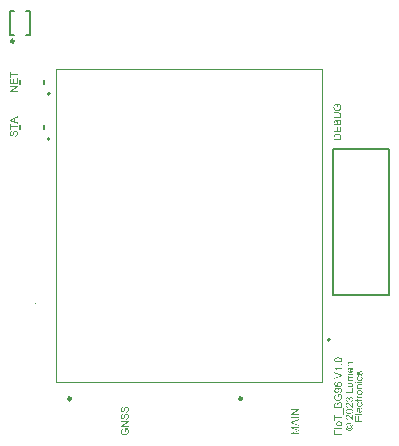
<source format=gto>
G04*
G04 #@! TF.GenerationSoftware,Altium Limited,Altium Designer,22.9.1 (49)*
G04*
G04 Layer_Color=65535*
%FSLAX44Y44*%
%MOMM*%
G71*
G04*
G04 #@! TF.SameCoordinates,160F3373-32AC-4E58-B31D-FCE43EB9D5FB*
G04*
G04*
G04 #@! TF.FilePolarity,Positive*
G04*
G01*
G75*
%ADD10C,0.2500*%
%ADD11C,0.2000*%
%ADD12C,0.1000*%
%ADD13C,0.2540*%
%ADD14C,0.1270*%
%ADD15C,0.1524*%
G36*
X288015Y294538D02*
X288029Y294517D01*
X288057Y294483D01*
X288092Y294434D01*
X288133Y294379D01*
X288175Y294309D01*
X288230Y294233D01*
X288286Y294150D01*
X288341Y294060D01*
X288404Y293956D01*
X288528Y293741D01*
X288646Y293505D01*
X288750Y293255D01*
Y293249D01*
X288764Y293228D01*
X288771Y293193D01*
X288792Y293137D01*
X288806Y293082D01*
X288827Y293006D01*
X288854Y292929D01*
X288875Y292839D01*
X288896Y292735D01*
X288924Y292631D01*
X288958Y292402D01*
X288986Y292153D01*
X289000Y291896D01*
Y291806D01*
X288993Y291737D01*
X288986Y291654D01*
X288979Y291556D01*
X288965Y291446D01*
X288951Y291328D01*
X288931Y291203D01*
X288903Y291064D01*
X288868Y290926D01*
X288827Y290773D01*
X288785Y290627D01*
X288730Y290482D01*
X288667Y290329D01*
X288598Y290184D01*
X288591Y290177D01*
X288577Y290149D01*
X288556Y290107D01*
X288521Y290059D01*
X288480Y289996D01*
X288431Y289920D01*
X288369Y289837D01*
X288300Y289747D01*
X288223Y289657D01*
X288133Y289559D01*
X288043Y289462D01*
X287939Y289365D01*
X287821Y289275D01*
X287703Y289185D01*
X287572Y289095D01*
X287433Y289019D01*
X287426Y289012D01*
X287398Y289005D01*
X287357Y288984D01*
X287301Y288956D01*
X287225Y288929D01*
X287142Y288894D01*
X287045Y288859D01*
X286934Y288824D01*
X286816Y288790D01*
X286684Y288755D01*
X286538Y288720D01*
X286393Y288693D01*
X286233Y288665D01*
X286074Y288644D01*
X285900Y288637D01*
X285727Y288630D01*
X285713D01*
X285686D01*
X285637D01*
X285568Y288637D01*
X285484Y288644D01*
X285387Y288651D01*
X285276Y288665D01*
X285159Y288679D01*
X285027Y288700D01*
X284888Y288727D01*
X284597Y288797D01*
X284444Y288838D01*
X284292Y288894D01*
X284139Y288949D01*
X283987Y289019D01*
X283980Y289025D01*
X283952Y289039D01*
X283910Y289060D01*
X283855Y289088D01*
X283785Y289130D01*
X283709Y289178D01*
X283626Y289240D01*
X283529Y289303D01*
X283432Y289379D01*
X283335Y289462D01*
X283238Y289552D01*
X283134Y289657D01*
X283037Y289761D01*
X282946Y289878D01*
X282856Y290003D01*
X282780Y290135D01*
X282773Y290142D01*
X282766Y290170D01*
X282745Y290211D01*
X282718Y290267D01*
X282690Y290336D01*
X282655Y290419D01*
X282621Y290516D01*
X282579Y290620D01*
X282544Y290738D01*
X282510Y290870D01*
X282475Y291009D01*
X282447Y291161D01*
X282419Y291314D01*
X282399Y291480D01*
X282392Y291654D01*
X282385Y291827D01*
Y291945D01*
X282392Y292007D01*
X282399Y292077D01*
X282406Y292153D01*
X282412Y292243D01*
X282440Y292437D01*
X282482Y292652D01*
X282537Y292867D01*
X282614Y293082D01*
Y293089D01*
X282621Y293110D01*
X282634Y293137D01*
X282655Y293172D01*
X282676Y293221D01*
X282704Y293276D01*
X282773Y293401D01*
X282863Y293547D01*
X282967Y293692D01*
X283092Y293831D01*
X283238Y293963D01*
X283245Y293970D01*
X283258Y293977D01*
X283279Y293990D01*
X283307Y294018D01*
X283349Y294039D01*
X283397Y294074D01*
X283453Y294108D01*
X283522Y294143D01*
X283591Y294185D01*
X283668Y294219D01*
X283758Y294261D01*
X283848Y294303D01*
X284056Y294379D01*
X284285Y294448D01*
X284493Y293678D01*
X284486D01*
X284472Y293671D01*
X284444Y293664D01*
X284410Y293651D01*
X284375Y293637D01*
X284326Y293623D01*
X284215Y293581D01*
X284091Y293526D01*
X283966Y293463D01*
X283841Y293394D01*
X283730Y293318D01*
X283716Y293311D01*
X283682Y293276D01*
X283633Y293228D01*
X283564Y293165D01*
X283494Y293075D01*
X283418Y292971D01*
X283349Y292846D01*
X283279Y292708D01*
Y292701D01*
X283272Y292687D01*
X283265Y292666D01*
X283252Y292638D01*
X283238Y292604D01*
X283224Y292555D01*
X283189Y292451D01*
X283161Y292319D01*
X283134Y292174D01*
X283113Y292007D01*
X283106Y291834D01*
Y291737D01*
X283113Y291688D01*
Y291626D01*
X283120Y291563D01*
X283127Y291487D01*
X283148Y291335D01*
X283182Y291161D01*
X283224Y290995D01*
X283286Y290828D01*
Y290821D01*
X283293Y290808D01*
X283307Y290787D01*
X283321Y290759D01*
X283356Y290683D01*
X283411Y290586D01*
X283480Y290475D01*
X283564Y290364D01*
X283654Y290246D01*
X283758Y290142D01*
X283772Y290128D01*
X283806Y290100D01*
X283869Y290052D01*
X283945Y289996D01*
X284035Y289934D01*
X284146Y289865D01*
X284264Y289802D01*
X284389Y289747D01*
X284396D01*
X284417Y289740D01*
X284444Y289726D01*
X284493Y289712D01*
X284548Y289691D01*
X284611Y289670D01*
X284687Y289650D01*
X284770Y289629D01*
X284860Y289601D01*
X284964Y289580D01*
X285179Y289546D01*
X285422Y289518D01*
X285679Y289504D01*
X285686D01*
X285713D01*
X285762D01*
X285817Y289511D01*
X285893D01*
X285977Y289518D01*
X286074Y289532D01*
X286178Y289539D01*
X286407Y289573D01*
X286642Y289629D01*
X286885Y289698D01*
X287114Y289795D01*
X287121Y289802D01*
X287142Y289809D01*
X287169Y289823D01*
X287211Y289851D01*
X287253Y289878D01*
X287308Y289920D01*
X287433Y290010D01*
X287572Y290135D01*
X287717Y290281D01*
X287849Y290447D01*
X287911Y290544D01*
X287967Y290648D01*
Y290655D01*
X287981Y290676D01*
X287994Y290704D01*
X288008Y290745D01*
X288029Y290801D01*
X288057Y290863D01*
X288078Y290932D01*
X288106Y291009D01*
X288133Y291092D01*
X288154Y291189D01*
X288203Y291390D01*
X288230Y291612D01*
X288244Y291848D01*
Y291903D01*
X288237Y291945D01*
Y291993D01*
X288230Y292049D01*
X288223Y292111D01*
X288216Y292188D01*
X288196Y292347D01*
X288154Y292527D01*
X288106Y292722D01*
X288036Y292916D01*
Y292923D01*
X288029Y292936D01*
X288015Y292964D01*
X288001Y293006D01*
X287981Y293047D01*
X287953Y293096D01*
X287897Y293214D01*
X287828Y293346D01*
X287752Y293477D01*
X287676Y293602D01*
X287585Y293713D01*
X286386D01*
Y291834D01*
X285630D01*
Y294545D01*
X288008D01*
X288015Y294538D01*
D02*
G37*
G36*
X286434Y287424D02*
X286525Y287417D01*
X286628Y287410D01*
X286746Y287403D01*
X286989Y287375D01*
X287246Y287341D01*
X287495Y287285D01*
X287613Y287250D01*
X287724Y287209D01*
X287731D01*
X287752Y287202D01*
X287780Y287188D01*
X287821Y287167D01*
X287870Y287139D01*
X287925Y287112D01*
X288050Y287029D01*
X288126Y286980D01*
X288196Y286924D01*
X288279Y286855D01*
X288355Y286786D01*
X288431Y286703D01*
X288508Y286619D01*
X288577Y286522D01*
X288646Y286418D01*
X288653Y286411D01*
X288660Y286390D01*
X288681Y286363D01*
X288702Y286314D01*
X288730Y286259D01*
X288757Y286189D01*
X288792Y286113D01*
X288820Y286016D01*
X288854Y285919D01*
X288889Y285808D01*
X288917Y285683D01*
X288944Y285551D01*
X288965Y285406D01*
X288986Y285253D01*
X288993Y285094D01*
X289000Y284927D01*
Y284837D01*
X288993Y284775D01*
Y284699D01*
X288986Y284615D01*
X288972Y284511D01*
X288958Y284407D01*
X288924Y284172D01*
X288868Y283922D01*
X288792Y283679D01*
X288750Y283561D01*
X288695Y283450D01*
X288688Y283444D01*
X288681Y283423D01*
X288660Y283395D01*
X288639Y283360D01*
X288605Y283312D01*
X288563Y283256D01*
X288521Y283201D01*
X288466Y283138D01*
X288341Y283000D01*
X288189Y282868D01*
X288008Y282743D01*
X287904Y282688D01*
X287800Y282639D01*
X287794D01*
X287773Y282632D01*
X287738Y282618D01*
X287689Y282605D01*
X287634Y282584D01*
X287558Y282563D01*
X287474Y282542D01*
X287377Y282521D01*
X287267Y282493D01*
X287149Y282473D01*
X287017Y282452D01*
X286871Y282438D01*
X286719Y282417D01*
X286552Y282410D01*
X286379Y282396D01*
X286192D01*
X282496D01*
Y283242D01*
X286192D01*
X286199D01*
X286226D01*
X286268D01*
X286330D01*
X286400Y283249D01*
X286476D01*
X286566Y283256D01*
X286656Y283263D01*
X286857Y283277D01*
X287058Y283305D01*
X287253Y283346D01*
X287343Y283367D01*
X287419Y283395D01*
X287426D01*
X287433Y283402D01*
X287454Y283409D01*
X287481Y283423D01*
X287558Y283464D01*
X287641Y283520D01*
X287745Y283589D01*
X287842Y283679D01*
X287939Y283790D01*
X288029Y283922D01*
Y283929D01*
X288036Y283943D01*
X288050Y283964D01*
X288064Y283991D01*
X288078Y284026D01*
X288092Y284074D01*
X288112Y284123D01*
X288133Y284179D01*
X288168Y284317D01*
X288203Y284477D01*
X288230Y284657D01*
X288237Y284851D01*
Y284941D01*
X288230Y285004D01*
X288223Y285080D01*
X288216Y285170D01*
X288203Y285267D01*
X288182Y285371D01*
X288133Y285586D01*
X288099Y285697D01*
X288057Y285808D01*
X288008Y285912D01*
X287953Y286009D01*
X287890Y286099D01*
X287814Y286182D01*
X287807Y286189D01*
X287794Y286203D01*
X287766Y286217D01*
X287731Y286245D01*
X287682Y286273D01*
X287620Y286307D01*
X287544Y286349D01*
X287454Y286384D01*
X287350Y286418D01*
X287232Y286460D01*
X287100Y286495D01*
X286954Y286522D01*
X286788Y286550D01*
X286608Y286571D01*
X286407Y286578D01*
X286192Y286585D01*
X282496D01*
Y287431D01*
X286192D01*
X286206D01*
X286233D01*
X286282D01*
X286351D01*
X286434Y287424D01*
D02*
G37*
G36*
X287162Y281211D02*
X287204D01*
X287315Y281197D01*
X287447Y281169D01*
X287585Y281134D01*
X287738Y281086D01*
X287884Y281024D01*
X287890D01*
X287897Y281017D01*
X287918Y281003D01*
X287946Y280989D01*
X288015Y280947D01*
X288099Y280892D01*
X288196Y280829D01*
X288293Y280746D01*
X288390Y280656D01*
X288480Y280552D01*
X288487Y280538D01*
X288515Y280503D01*
X288549Y280441D01*
X288598Y280358D01*
X288646Y280261D01*
X288702Y280143D01*
X288750Y280004D01*
X288792Y279852D01*
Y279845D01*
X288799Y279831D01*
Y279810D01*
X288806Y279775D01*
X288813Y279734D01*
X288827Y279685D01*
X288834Y279630D01*
X288841Y279567D01*
X288854Y279498D01*
X288861Y279415D01*
X288882Y279241D01*
X288889Y279040D01*
X288896Y278818D01*
Y276385D01*
X282496D01*
Y278902D01*
X282503Y278964D01*
Y279040D01*
X282510Y279117D01*
X282523Y279207D01*
X282544Y279387D01*
X282579Y279588D01*
X282628Y279775D01*
X282697Y279956D01*
Y279963D01*
X282704Y279976D01*
X282718Y279997D01*
X282731Y280032D01*
X282780Y280108D01*
X282842Y280212D01*
X282926Y280323D01*
X283030Y280434D01*
X283155Y280545D01*
X283293Y280649D01*
X283300D01*
X283314Y280663D01*
X283335Y280670D01*
X283363Y280691D01*
X283397Y280711D01*
X283446Y280732D01*
X283550Y280781D01*
X283675Y280822D01*
X283820Y280864D01*
X283973Y280892D01*
X284139Y280906D01*
X284146D01*
X284160D01*
X284181D01*
X284209D01*
X284285Y280892D01*
X284389Y280878D01*
X284507Y280850D01*
X284638Y280809D01*
X284770Y280753D01*
X284909Y280677D01*
X284916D01*
X284923Y280670D01*
X284944Y280656D01*
X284971Y280635D01*
X285034Y280587D01*
X285117Y280510D01*
X285207Y280420D01*
X285304Y280302D01*
X285401Y280171D01*
X285491Y280011D01*
Y280018D01*
X285498Y280039D01*
X285512Y280067D01*
X285526Y280108D01*
X285547Y280157D01*
X285568Y280212D01*
X285630Y280337D01*
X285706Y280483D01*
X285810Y280628D01*
X285928Y280774D01*
X286074Y280899D01*
X286081Y280906D01*
X286095Y280912D01*
X286115Y280926D01*
X286143Y280947D01*
X286185Y280975D01*
X286233Y281003D01*
X286289Y281030D01*
X286351Y281058D01*
X286490Y281114D01*
X286656Y281169D01*
X286843Y281204D01*
X286940Y281218D01*
X287045D01*
X287052D01*
X287065D01*
X287086D01*
X287121D01*
X287162Y281211D01*
D02*
G37*
G36*
X288896Y270476D02*
X282496D01*
Y275109D01*
X283252D01*
Y271322D01*
X285207D01*
Y274866D01*
X285963D01*
Y271322D01*
X288140D01*
Y275254D01*
X288896D01*
Y270476D01*
D02*
G37*
G36*
X285852Y269284D02*
X285928D01*
X286011Y269277D01*
X286101Y269270D01*
X286303Y269249D01*
X286518Y269214D01*
X286740Y269173D01*
X286961Y269117D01*
X286968D01*
X286989Y269111D01*
X287017Y269097D01*
X287052Y269090D01*
X287100Y269069D01*
X287155Y269048D01*
X287287Y269000D01*
X287433Y268937D01*
X287592Y268861D01*
X287745Y268778D01*
X287890Y268681D01*
X287897D01*
X287904Y268667D01*
X287925Y268653D01*
X287953Y268632D01*
X288015Y268584D01*
X288099Y268507D01*
X288196Y268424D01*
X288293Y268327D01*
X288383Y268216D01*
X288473Y268098D01*
Y268091D01*
X288480Y268084D01*
X288508Y268043D01*
X288542Y267973D01*
X288591Y267883D01*
X288639Y267772D01*
X288695Y267640D01*
X288743Y267488D01*
X288792Y267328D01*
Y267321D01*
X288799Y267308D01*
Y267287D01*
X288806Y267252D01*
X288813Y267211D01*
X288827Y267155D01*
X288834Y267100D01*
X288841Y267037D01*
X288861Y266885D01*
X288882Y266711D01*
X288889Y266517D01*
X288896Y266309D01*
Y264000D01*
X282496D01*
Y266385D01*
X282503Y266455D01*
Y266538D01*
X282510Y266621D01*
X282516Y266808D01*
X282537Y266996D01*
X282558Y267183D01*
X282579Y267266D01*
X282593Y267342D01*
Y267349D01*
X282600Y267370D01*
X282607Y267398D01*
X282621Y267432D01*
X282634Y267481D01*
X282648Y267536D01*
X282697Y267668D01*
X282759Y267814D01*
X282836Y267966D01*
X282933Y268126D01*
X283050Y268278D01*
X283057Y268285D01*
X283071Y268299D01*
X283092Y268327D01*
X283127Y268362D01*
X283168Y268403D01*
X283224Y268452D01*
X283279Y268507D01*
X283349Y268563D01*
X283425Y268625D01*
X283508Y268687D01*
X283598Y268750D01*
X283695Y268812D01*
X283910Y268930D01*
X284146Y269034D01*
X284153D01*
X284174Y269048D01*
X284215Y269055D01*
X284264Y269076D01*
X284326Y269097D01*
X284403Y269117D01*
X284486Y269138D01*
X284583Y269166D01*
X284694Y269187D01*
X284812Y269208D01*
X284937Y269228D01*
X285068Y269249D01*
X285207Y269270D01*
X285353Y269277D01*
X285665Y269291D01*
X285672D01*
X285699D01*
X285734D01*
X285790D01*
X285852Y269284D01*
D02*
G37*
G36*
X253000Y35081D02*
X247980Y31725D01*
X253000D01*
Y30914D01*
X246600D01*
Y31781D01*
X251627Y35144D01*
X246600D01*
Y35955D01*
X253000D01*
Y35081D01*
D02*
G37*
G36*
Y28584D02*
X246600D01*
Y29430D01*
X253000D01*
Y28584D01*
D02*
G37*
G36*
Y26802D02*
X251065Y26060D01*
Y23370D01*
X253000Y22676D01*
Y21782D01*
X246600Y24229D01*
Y25145D01*
X253000Y27766D01*
Y26802D01*
D02*
G37*
G36*
Y20298D02*
X247640D01*
X253000Y18426D01*
Y17663D01*
X247550Y15818D01*
X253000D01*
Y15000D01*
X246600D01*
Y16269D01*
X251135Y17787D01*
X251142D01*
X251162Y17795D01*
X251197Y17808D01*
X251239Y17822D01*
X251287Y17836D01*
X251350Y17857D01*
X251488Y17905D01*
X251641Y17954D01*
X251800Y18003D01*
X251946Y18051D01*
X252015Y18072D01*
X252078Y18093D01*
X252071D01*
X252064Y18100D01*
X252043Y18106D01*
X252015Y18113D01*
X251974Y18127D01*
X251932Y18141D01*
X251877Y18155D01*
X251821Y18176D01*
X251752Y18197D01*
X251676Y18224D01*
X251592Y18252D01*
X251495Y18280D01*
X251398Y18314D01*
X251287Y18349D01*
X251176Y18391D01*
X251052Y18432D01*
X246600Y19972D01*
Y21116D01*
X253000D01*
Y20298D01*
D02*
G37*
G36*
X107176Y38388D02*
X107225D01*
X107273Y38381D01*
X107405Y38360D01*
X107551Y38325D01*
X107710Y38270D01*
X107877Y38193D01*
X107967Y38152D01*
X108050Y38096D01*
X108057D01*
X108071Y38082D01*
X108092Y38069D01*
X108126Y38041D01*
X108203Y37978D01*
X108307Y37881D01*
X108418Y37764D01*
X108535Y37618D01*
X108646Y37452D01*
X108750Y37257D01*
Y37250D01*
X108764Y37230D01*
X108771Y37202D01*
X108792Y37160D01*
X108806Y37112D01*
X108827Y37049D01*
X108854Y36980D01*
X108875Y36897D01*
X108896Y36813D01*
X108924Y36716D01*
X108958Y36508D01*
X108986Y36280D01*
X109000Y36030D01*
Y35947D01*
X108993Y35884D01*
Y35808D01*
X108986Y35725D01*
X108979Y35628D01*
X108965Y35517D01*
X108938Y35288D01*
X108896Y35045D01*
X108834Y34803D01*
X108750Y34567D01*
Y34560D01*
X108736Y34539D01*
X108723Y34511D01*
X108702Y34470D01*
X108674Y34421D01*
X108646Y34366D01*
X108563Y34234D01*
X108459Y34088D01*
X108327Y33936D01*
X108175Y33783D01*
X107995Y33651D01*
X107988Y33645D01*
X107974Y33638D01*
X107946Y33624D01*
X107904Y33603D01*
X107856Y33575D01*
X107800Y33547D01*
X107731Y33513D01*
X107655Y33485D01*
X107578Y33450D01*
X107488Y33423D01*
X107287Y33367D01*
X107072Y33326D01*
X106954Y33312D01*
X106837Y33305D01*
X106767Y34102D01*
X106774D01*
X106788D01*
X106816Y34109D01*
X106850Y34116D01*
X106892Y34123D01*
X106934Y34130D01*
X107051Y34158D01*
X107176Y34192D01*
X107308Y34234D01*
X107440Y34290D01*
X107565Y34359D01*
X107578Y34366D01*
X107613Y34400D01*
X107669Y34449D01*
X107738Y34518D01*
X107821Y34608D01*
X107898Y34719D01*
X107981Y34851D01*
X108057Y35004D01*
Y35011D01*
X108064Y35024D01*
X108071Y35045D01*
X108085Y35080D01*
X108099Y35122D01*
X108119Y35170D01*
X108133Y35226D01*
X108147Y35288D01*
X108182Y35434D01*
X108216Y35607D01*
X108237Y35787D01*
X108244Y35988D01*
Y36072D01*
X108237Y36113D01*
Y36162D01*
X108223Y36273D01*
X108209Y36404D01*
X108189Y36550D01*
X108154Y36696D01*
X108105Y36834D01*
Y36841D01*
X108099Y36848D01*
X108092Y36869D01*
X108078Y36897D01*
X108043Y36959D01*
X108001Y37042D01*
X107946Y37132D01*
X107877Y37230D01*
X107800Y37313D01*
X107710Y37389D01*
X107696Y37396D01*
X107669Y37417D01*
X107613Y37452D01*
X107544Y37486D01*
X107461Y37514D01*
X107371Y37548D01*
X107267Y37569D01*
X107162Y37576D01*
X107156D01*
X107149D01*
X107114D01*
X107051Y37569D01*
X106982Y37555D01*
X106899Y37535D01*
X106809Y37500D01*
X106719Y37458D01*
X106635Y37396D01*
X106629Y37389D01*
X106601Y37361D01*
X106559Y37320D01*
X106504Y37257D01*
X106448Y37181D01*
X106386Y37077D01*
X106323Y36959D01*
X106261Y36820D01*
X106254Y36807D01*
X106247Y36793D01*
X106240Y36765D01*
X106233Y36737D01*
X106219Y36696D01*
X106199Y36640D01*
X106185Y36585D01*
X106164Y36508D01*
X106136Y36432D01*
X106115Y36335D01*
X106088Y36231D01*
X106053Y36113D01*
X106025Y35988D01*
X105984Y35843D01*
X105949Y35683D01*
Y35676D01*
X105942Y35649D01*
X105928Y35600D01*
X105914Y35545D01*
X105893Y35468D01*
X105873Y35385D01*
X105845Y35302D01*
X105817Y35205D01*
X105755Y34997D01*
X105686Y34796D01*
X105651Y34699D01*
X105616Y34608D01*
X105581Y34525D01*
X105547Y34456D01*
Y34449D01*
X105533Y34435D01*
X105519Y34414D01*
X105505Y34380D01*
X105457Y34296D01*
X105387Y34199D01*
X105297Y34081D01*
X105200Y33970D01*
X105082Y33860D01*
X104957Y33769D01*
X104950D01*
X104944Y33763D01*
X104923Y33749D01*
X104895Y33735D01*
X104819Y33700D01*
X104722Y33658D01*
X104604Y33617D01*
X104465Y33582D01*
X104312Y33554D01*
X104153Y33547D01*
X104146D01*
X104132D01*
X104104D01*
X104070Y33554D01*
X104028D01*
X103980Y33561D01*
X103855Y33582D01*
X103716Y33617D01*
X103570Y33658D01*
X103411Y33728D01*
X103252Y33818D01*
X103245D01*
X103231Y33832D01*
X103210Y33846D01*
X103182Y33867D01*
X103106Y33936D01*
X103009Y34026D01*
X102905Y34137D01*
X102801Y34276D01*
X102697Y34435D01*
X102607Y34622D01*
Y34629D01*
X102600Y34643D01*
X102586Y34678D01*
X102572Y34713D01*
X102558Y34761D01*
X102537Y34823D01*
X102516Y34893D01*
X102496Y34969D01*
X102475Y35052D01*
X102454Y35142D01*
X102420Y35336D01*
X102392Y35558D01*
X102385Y35794D01*
Y35912D01*
X102392Y35975D01*
X102399Y36051D01*
X102406Y36127D01*
X102413Y36217D01*
X102440Y36411D01*
X102482Y36626D01*
X102544Y36841D01*
X102620Y37049D01*
Y37056D01*
X102634Y37070D01*
X102641Y37105D01*
X102662Y37139D01*
X102690Y37181D01*
X102718Y37236D01*
X102787Y37354D01*
X102884Y37493D01*
X103002Y37632D01*
X103134Y37764D01*
X103293Y37881D01*
X103300Y37888D01*
X103314Y37895D01*
X103335Y37909D01*
X103369Y37930D01*
X103411Y37951D01*
X103460Y37978D01*
X103522Y37999D01*
X103584Y38034D01*
X103730Y38089D01*
X103903Y38138D01*
X104091Y38180D01*
X104299Y38200D01*
X104361Y37389D01*
X104354D01*
X104333Y37382D01*
X104306D01*
X104264Y37375D01*
X104208Y37361D01*
X104153Y37347D01*
X104021Y37306D01*
X103876Y37250D01*
X103723Y37167D01*
X103577Y37070D01*
X103515Y37008D01*
X103453Y36938D01*
X103446Y36931D01*
X103439Y36925D01*
X103425Y36897D01*
X103404Y36869D01*
X103383Y36827D01*
X103356Y36779D01*
X103328Y36723D01*
X103293Y36661D01*
X103265Y36585D01*
X103238Y36502D01*
X103210Y36411D01*
X103189Y36314D01*
X103168Y36203D01*
X103154Y36085D01*
X103141Y35961D01*
Y35759D01*
X103147Y35704D01*
Y35642D01*
X103154Y35572D01*
X103161Y35489D01*
X103175Y35406D01*
X103210Y35219D01*
X103258Y35038D01*
X103328Y34865D01*
X103376Y34782D01*
X103425Y34713D01*
Y34706D01*
X103439Y34699D01*
X103474Y34657D01*
X103536Y34602D01*
X103619Y34539D01*
X103716Y34477D01*
X103834Y34421D01*
X103959Y34380D01*
X104028Y34373D01*
X104104Y34366D01*
X104111D01*
X104118D01*
X104160Y34373D01*
X104222Y34380D01*
X104299Y34393D01*
X104389Y34428D01*
X104486Y34470D01*
X104576Y34525D01*
X104666Y34608D01*
X104673Y34622D01*
X104687Y34636D01*
X104708Y34664D01*
X104728Y34699D01*
X104749Y34740D01*
X104777Y34796D01*
X104812Y34858D01*
X104846Y34934D01*
X104881Y35024D01*
X104916Y35129D01*
X104957Y35246D01*
X104999Y35385D01*
X105041Y35531D01*
X105089Y35697D01*
X105131Y35884D01*
Y35898D01*
X105138Y35933D01*
X105152Y35981D01*
X105172Y36051D01*
X105186Y36134D01*
X105214Y36231D01*
X105235Y36335D01*
X105269Y36446D01*
X105332Y36682D01*
X105394Y36918D01*
X105429Y37029D01*
X105464Y37126D01*
X105498Y37223D01*
X105533Y37299D01*
Y37306D01*
X105547Y37327D01*
X105561Y37354D01*
X105581Y37389D01*
X105602Y37438D01*
X105637Y37493D01*
X105713Y37611D01*
X105803Y37750D01*
X105914Y37881D01*
X106046Y38013D01*
X106115Y38069D01*
X106185Y38124D01*
X106192D01*
X106206Y38138D01*
X106226Y38152D01*
X106254Y38166D01*
X106289Y38187D01*
X106337Y38207D01*
X106448Y38263D01*
X106580Y38311D01*
X106733Y38353D01*
X106906Y38381D01*
X107093Y38394D01*
X107100D01*
X107114D01*
X107142D01*
X107176Y38388D01*
D02*
G37*
G36*
Y32424D02*
X107225D01*
X107273Y32417D01*
X107405Y32396D01*
X107551Y32362D01*
X107710Y32306D01*
X107877Y32230D01*
X107967Y32188D01*
X108050Y32133D01*
X108057D01*
X108071Y32119D01*
X108092Y32105D01*
X108126Y32078D01*
X108203Y32015D01*
X108307Y31918D01*
X108418Y31800D01*
X108535Y31655D01*
X108646Y31488D01*
X108750Y31294D01*
Y31287D01*
X108764Y31266D01*
X108771Y31238D01*
X108792Y31197D01*
X108806Y31148D01*
X108827Y31086D01*
X108854Y31016D01*
X108875Y30933D01*
X108896Y30850D01*
X108924Y30753D01*
X108958Y30545D01*
X108986Y30316D01*
X109000Y30066D01*
Y29983D01*
X108993Y29921D01*
Y29845D01*
X108986Y29761D01*
X108979Y29664D01*
X108965Y29553D01*
X108938Y29325D01*
X108896Y29082D01*
X108834Y28839D01*
X108750Y28603D01*
Y28596D01*
X108736Y28576D01*
X108723Y28548D01*
X108702Y28506D01*
X108674Y28458D01*
X108646Y28402D01*
X108563Y28271D01*
X108459Y28125D01*
X108327Y27972D01*
X108175Y27820D01*
X107995Y27688D01*
X107988Y27681D01*
X107974Y27674D01*
X107946Y27660D01*
X107904Y27640D01*
X107856Y27612D01*
X107800Y27584D01*
X107731Y27549D01*
X107655Y27522D01*
X107578Y27487D01*
X107488Y27459D01*
X107287Y27404D01*
X107072Y27362D01*
X106954Y27348D01*
X106837Y27341D01*
X106767Y28139D01*
X106774D01*
X106788D01*
X106816Y28146D01*
X106850Y28153D01*
X106892Y28160D01*
X106934Y28167D01*
X107051Y28194D01*
X107176Y28229D01*
X107308Y28271D01*
X107440Y28326D01*
X107565Y28395D01*
X107578Y28402D01*
X107613Y28437D01*
X107669Y28486D01*
X107738Y28555D01*
X107821Y28645D01*
X107898Y28756D01*
X107981Y28888D01*
X108057Y29040D01*
Y29047D01*
X108064Y29061D01*
X108071Y29082D01*
X108085Y29117D01*
X108099Y29158D01*
X108119Y29207D01*
X108133Y29262D01*
X108147Y29325D01*
X108182Y29470D01*
X108216Y29644D01*
X108237Y29824D01*
X108244Y30025D01*
Y30108D01*
X108237Y30150D01*
Y30198D01*
X108223Y30309D01*
X108209Y30441D01*
X108189Y30587D01*
X108154Y30732D01*
X108105Y30871D01*
Y30878D01*
X108099Y30885D01*
X108092Y30906D01*
X108078Y30933D01*
X108043Y30996D01*
X108001Y31079D01*
X107946Y31169D01*
X107877Y31266D01*
X107800Y31349D01*
X107710Y31426D01*
X107696Y31433D01*
X107669Y31453D01*
X107613Y31488D01*
X107544Y31523D01*
X107461Y31551D01*
X107371Y31585D01*
X107267Y31606D01*
X107162Y31613D01*
X107156D01*
X107149D01*
X107114D01*
X107051Y31606D01*
X106982Y31592D01*
X106899Y31571D01*
X106809Y31537D01*
X106719Y31495D01*
X106635Y31433D01*
X106629Y31426D01*
X106601Y31398D01*
X106559Y31356D01*
X106504Y31294D01*
X106448Y31218D01*
X106386Y31114D01*
X106323Y30996D01*
X106261Y30857D01*
X106254Y30843D01*
X106247Y30829D01*
X106240Y30802D01*
X106233Y30774D01*
X106219Y30732D01*
X106199Y30677D01*
X106185Y30621D01*
X106164Y30545D01*
X106136Y30469D01*
X106115Y30372D01*
X106088Y30268D01*
X106053Y30150D01*
X106025Y30025D01*
X105984Y29879D01*
X105949Y29720D01*
Y29713D01*
X105942Y29685D01*
X105928Y29637D01*
X105914Y29581D01*
X105893Y29505D01*
X105873Y29422D01*
X105845Y29338D01*
X105817Y29241D01*
X105755Y29033D01*
X105686Y28832D01*
X105651Y28735D01*
X105616Y28645D01*
X105581Y28562D01*
X105547Y28493D01*
Y28486D01*
X105533Y28472D01*
X105519Y28451D01*
X105505Y28416D01*
X105457Y28333D01*
X105387Y28236D01*
X105297Y28118D01*
X105200Y28007D01*
X105082Y27896D01*
X104957Y27806D01*
X104950D01*
X104944Y27799D01*
X104923Y27785D01*
X104895Y27771D01*
X104819Y27737D01*
X104722Y27695D01*
X104604Y27653D01*
X104465Y27619D01*
X104312Y27591D01*
X104153Y27584D01*
X104146D01*
X104132D01*
X104104D01*
X104070Y27591D01*
X104028D01*
X103980Y27598D01*
X103855Y27619D01*
X103716Y27653D01*
X103570Y27695D01*
X103411Y27764D01*
X103252Y27854D01*
X103245D01*
X103231Y27868D01*
X103210Y27882D01*
X103182Y27903D01*
X103106Y27972D01*
X103009Y28063D01*
X102905Y28173D01*
X102801Y28312D01*
X102697Y28472D01*
X102607Y28659D01*
Y28666D01*
X102600Y28680D01*
X102586Y28714D01*
X102572Y28749D01*
X102558Y28798D01*
X102537Y28860D01*
X102516Y28929D01*
X102496Y29006D01*
X102475Y29089D01*
X102454Y29179D01*
X102420Y29373D01*
X102392Y29595D01*
X102385Y29831D01*
Y29949D01*
X102392Y30011D01*
X102399Y30087D01*
X102406Y30164D01*
X102413Y30254D01*
X102440Y30448D01*
X102482Y30663D01*
X102544Y30878D01*
X102620Y31086D01*
Y31093D01*
X102634Y31107D01*
X102641Y31141D01*
X102662Y31176D01*
X102690Y31218D01*
X102718Y31273D01*
X102787Y31391D01*
X102884Y31530D01*
X103002Y31668D01*
X103134Y31800D01*
X103293Y31918D01*
X103300Y31925D01*
X103314Y31932D01*
X103335Y31946D01*
X103369Y31967D01*
X103411Y31987D01*
X103460Y32015D01*
X103522Y32036D01*
X103584Y32071D01*
X103730Y32126D01*
X103903Y32174D01*
X104091Y32216D01*
X104299Y32237D01*
X104361Y31426D01*
X104354D01*
X104333Y31419D01*
X104306D01*
X104264Y31412D01*
X104208Y31398D01*
X104153Y31384D01*
X104021Y31342D01*
X103876Y31287D01*
X103723Y31204D01*
X103577Y31107D01*
X103515Y31044D01*
X103453Y30975D01*
X103446Y30968D01*
X103439Y30961D01*
X103425Y30933D01*
X103404Y30906D01*
X103383Y30864D01*
X103356Y30815D01*
X103328Y30760D01*
X103293Y30698D01*
X103265Y30621D01*
X103238Y30538D01*
X103210Y30448D01*
X103189Y30351D01*
X103168Y30240D01*
X103154Y30122D01*
X103141Y29997D01*
Y29796D01*
X103147Y29741D01*
Y29678D01*
X103154Y29609D01*
X103161Y29526D01*
X103175Y29443D01*
X103210Y29255D01*
X103258Y29075D01*
X103328Y28902D01*
X103376Y28818D01*
X103425Y28749D01*
Y28742D01*
X103439Y28735D01*
X103474Y28694D01*
X103536Y28638D01*
X103619Y28576D01*
X103716Y28513D01*
X103834Y28458D01*
X103959Y28416D01*
X104028Y28409D01*
X104104Y28402D01*
X104111D01*
X104118D01*
X104160Y28409D01*
X104222Y28416D01*
X104299Y28430D01*
X104389Y28465D01*
X104486Y28506D01*
X104576Y28562D01*
X104666Y28645D01*
X104673Y28659D01*
X104687Y28673D01*
X104708Y28700D01*
X104728Y28735D01*
X104749Y28777D01*
X104777Y28832D01*
X104812Y28895D01*
X104846Y28971D01*
X104881Y29061D01*
X104916Y29165D01*
X104957Y29283D01*
X104999Y29422D01*
X105041Y29567D01*
X105089Y29734D01*
X105131Y29921D01*
Y29935D01*
X105138Y29969D01*
X105152Y30018D01*
X105172Y30087D01*
X105186Y30171D01*
X105214Y30268D01*
X105235Y30372D01*
X105269Y30483D01*
X105332Y30718D01*
X105394Y30954D01*
X105429Y31065D01*
X105464Y31162D01*
X105498Y31259D01*
X105533Y31335D01*
Y31342D01*
X105547Y31363D01*
X105561Y31391D01*
X105581Y31426D01*
X105602Y31474D01*
X105637Y31530D01*
X105713Y31648D01*
X105803Y31786D01*
X105914Y31918D01*
X106046Y32050D01*
X106115Y32105D01*
X106185Y32161D01*
X106192D01*
X106206Y32174D01*
X106226Y32188D01*
X106254Y32202D01*
X106289Y32223D01*
X106337Y32244D01*
X106448Y32299D01*
X106580Y32348D01*
X106733Y32390D01*
X106906Y32417D01*
X107093Y32431D01*
X107100D01*
X107114D01*
X107142D01*
X107176Y32424D01*
D02*
G37*
G36*
X108896Y25324D02*
X103876Y21967D01*
X108896D01*
Y21156D01*
X102496D01*
Y22023D01*
X107523Y25386D01*
X102496D01*
Y26197D01*
X108896D01*
Y25324D01*
D02*
G37*
G36*
X108015Y19908D02*
X108029Y19887D01*
X108057Y19852D01*
X108092Y19804D01*
X108133Y19748D01*
X108175Y19679D01*
X108230Y19603D01*
X108286Y19520D01*
X108341Y19430D01*
X108404Y19325D01*
X108528Y19110D01*
X108646Y18875D01*
X108750Y18625D01*
Y18618D01*
X108764Y18597D01*
X108771Y18563D01*
X108792Y18507D01*
X108806Y18452D01*
X108827Y18376D01*
X108854Y18299D01*
X108875Y18209D01*
X108896Y18105D01*
X108924Y18001D01*
X108958Y17772D01*
X108986Y17523D01*
X109000Y17266D01*
Y17176D01*
X108993Y17106D01*
X108986Y17023D01*
X108979Y16926D01*
X108965Y16815D01*
X108952Y16697D01*
X108931Y16573D01*
X108903Y16434D01*
X108868Y16295D01*
X108827Y16143D01*
X108785Y15997D01*
X108730Y15851D01*
X108667Y15699D01*
X108598Y15553D01*
X108591Y15546D01*
X108577Y15519D01*
X108556Y15477D01*
X108522Y15428D01*
X108480Y15366D01*
X108431Y15290D01*
X108369Y15207D01*
X108300Y15116D01*
X108223Y15026D01*
X108133Y14929D01*
X108043Y14832D01*
X107939Y14735D01*
X107821Y14645D01*
X107703Y14555D01*
X107572Y14465D01*
X107433Y14388D01*
X107426Y14381D01*
X107398Y14374D01*
X107357Y14354D01*
X107301Y14326D01*
X107225Y14298D01*
X107142Y14263D01*
X107045Y14229D01*
X106934Y14194D01*
X106816Y14159D01*
X106684Y14125D01*
X106538Y14090D01*
X106393Y14062D01*
X106233Y14035D01*
X106074Y14014D01*
X105900Y14007D01*
X105727Y14000D01*
X105713D01*
X105686D01*
X105637D01*
X105568Y14007D01*
X105484Y14014D01*
X105387Y14021D01*
X105276Y14035D01*
X105159Y14049D01*
X105027Y14069D01*
X104888Y14097D01*
X104597Y14166D01*
X104444Y14208D01*
X104292Y14263D01*
X104139Y14319D01*
X103987Y14388D01*
X103980Y14395D01*
X103952Y14409D01*
X103910Y14430D01*
X103855Y14458D01*
X103785Y14499D01*
X103709Y14548D01*
X103626Y14610D01*
X103529Y14673D01*
X103432Y14749D01*
X103335Y14832D01*
X103238Y14922D01*
X103134Y15026D01*
X103037Y15130D01*
X102947Y15248D01*
X102856Y15373D01*
X102780Y15505D01*
X102773Y15512D01*
X102766Y15539D01*
X102745Y15581D01*
X102718Y15637D01*
X102690Y15706D01*
X102655Y15789D01*
X102620Y15886D01*
X102579Y15990D01*
X102544Y16108D01*
X102510Y16240D01*
X102475Y16378D01*
X102447Y16531D01*
X102420Y16683D01*
X102399Y16850D01*
X102392Y17023D01*
X102385Y17197D01*
Y17314D01*
X102392Y17377D01*
X102399Y17446D01*
X102406Y17523D01*
X102413Y17613D01*
X102440Y17807D01*
X102482Y18022D01*
X102537Y18237D01*
X102614Y18452D01*
Y18459D01*
X102620Y18479D01*
X102634Y18507D01*
X102655Y18542D01*
X102676Y18590D01*
X102704Y18646D01*
X102773Y18771D01*
X102863Y18916D01*
X102967Y19062D01*
X103092Y19201D01*
X103238Y19332D01*
X103245Y19339D01*
X103258Y19346D01*
X103279Y19360D01*
X103307Y19388D01*
X103349Y19409D01*
X103397Y19443D01*
X103453Y19478D01*
X103522Y19513D01*
X103591Y19554D01*
X103668Y19589D01*
X103758Y19631D01*
X103848Y19672D01*
X104056Y19748D01*
X104285Y19818D01*
X104493Y19048D01*
X104486D01*
X104472Y19041D01*
X104444Y19034D01*
X104410Y19020D01*
X104375Y19007D01*
X104326Y18993D01*
X104215Y18951D01*
X104091Y18895D01*
X103966Y18833D01*
X103841Y18764D01*
X103730Y18687D01*
X103716Y18681D01*
X103681Y18646D01*
X103633Y18597D01*
X103564Y18535D01*
X103494Y18445D01*
X103418Y18341D01*
X103349Y18216D01*
X103279Y18077D01*
Y18070D01*
X103272Y18056D01*
X103265Y18036D01*
X103252Y18008D01*
X103238Y17973D01*
X103224Y17925D01*
X103189Y17821D01*
X103161Y17689D01*
X103134Y17543D01*
X103113Y17377D01*
X103106Y17204D01*
Y17106D01*
X103113Y17058D01*
Y16996D01*
X103120Y16933D01*
X103127Y16857D01*
X103147Y16704D01*
X103182Y16531D01*
X103224Y16365D01*
X103286Y16198D01*
Y16191D01*
X103293Y16177D01*
X103307Y16157D01*
X103321Y16129D01*
X103356Y16053D01*
X103411Y15955D01*
X103480Y15845D01*
X103564Y15733D01*
X103654Y15616D01*
X103758Y15512D01*
X103772Y15498D01*
X103806Y15470D01*
X103869Y15422D01*
X103945Y15366D01*
X104035Y15304D01*
X104146Y15234D01*
X104264Y15172D01*
X104389Y15116D01*
X104396D01*
X104417Y15109D01*
X104444Y15096D01*
X104493Y15082D01*
X104548Y15061D01*
X104611Y15040D01*
X104687Y15019D01*
X104770Y14999D01*
X104860Y14971D01*
X104964Y14950D01*
X105179Y14915D01*
X105422Y14888D01*
X105679Y14874D01*
X105686D01*
X105713D01*
X105762D01*
X105817Y14881D01*
X105893D01*
X105977Y14888D01*
X106074Y14901D01*
X106178Y14908D01*
X106407Y14943D01*
X106642Y14999D01*
X106885Y15068D01*
X107114Y15165D01*
X107121Y15172D01*
X107142Y15179D01*
X107169Y15193D01*
X107211Y15220D01*
X107253Y15248D01*
X107308Y15290D01*
X107433Y15380D01*
X107572Y15505D01*
X107717Y15650D01*
X107849Y15817D01*
X107911Y15914D01*
X107967Y16018D01*
Y16025D01*
X107981Y16046D01*
X107995Y16073D01*
X108008Y16115D01*
X108029Y16170D01*
X108057Y16233D01*
X108078Y16302D01*
X108105Y16378D01*
X108133Y16462D01*
X108154Y16559D01*
X108203Y16760D01*
X108230Y16982D01*
X108244Y17218D01*
Y17273D01*
X108237Y17314D01*
Y17363D01*
X108230Y17419D01*
X108223Y17481D01*
X108216Y17557D01*
X108196Y17717D01*
X108154Y17897D01*
X108105Y18091D01*
X108036Y18285D01*
Y18292D01*
X108029Y18306D01*
X108015Y18334D01*
X108001Y18376D01*
X107981Y18417D01*
X107953Y18466D01*
X107898Y18584D01*
X107828Y18715D01*
X107752Y18847D01*
X107676Y18972D01*
X107585Y19083D01*
X106386D01*
Y17204D01*
X105630D01*
Y19915D01*
X108008D01*
X108015Y19908D01*
D02*
G37*
G36*
X286667Y79948D02*
X286772Y79941D01*
X286896Y79934D01*
X287028Y79927D01*
X287174Y79913D01*
X287319Y79899D01*
X287624Y79858D01*
X287923Y79795D01*
X288068Y79761D01*
X288200Y79719D01*
X288207D01*
X288228Y79705D01*
X288269Y79698D01*
X288311Y79677D01*
X288373Y79650D01*
X288436Y79622D01*
X288512Y79587D01*
X288595Y79546D01*
X288769Y79449D01*
X288942Y79331D01*
X289115Y79192D01*
X289191Y79109D01*
X289268Y79026D01*
X289275Y79019D01*
X289282Y79005D01*
X289303Y78977D01*
X289323Y78942D01*
X289351Y78901D01*
X289386Y78845D01*
X289420Y78783D01*
X289455Y78707D01*
X289490Y78630D01*
X289524Y78540D01*
X289552Y78450D01*
X289587Y78346D01*
X289608Y78235D01*
X289628Y78117D01*
X289635Y77999D01*
X289642Y77868D01*
Y77826D01*
X289635Y77777D01*
X289628Y77715D01*
X289622Y77639D01*
X289608Y77549D01*
X289587Y77452D01*
X289559Y77341D01*
X289524Y77230D01*
X289483Y77112D01*
X289427Y76987D01*
X289365Y76869D01*
X289289Y76751D01*
X289198Y76633D01*
X289101Y76522D01*
X288983Y76418D01*
X288977Y76411D01*
X288949Y76391D01*
X288900Y76363D01*
X288831Y76321D01*
X288741Y76273D01*
X288637Y76217D01*
X288505Y76162D01*
X288359Y76106D01*
X288186Y76044D01*
X287999Y75988D01*
X287784Y75933D01*
X287548Y75884D01*
X287292Y75843D01*
X287014Y75815D01*
X286709Y75794D01*
X286383Y75787D01*
X286369D01*
X286335D01*
X286272D01*
X286196Y75794D01*
X286099D01*
X285988Y75801D01*
X285863Y75808D01*
X285731Y75815D01*
X285586Y75829D01*
X285440Y75843D01*
X285135Y75884D01*
X284837Y75940D01*
X284691Y75974D01*
X284559Y76016D01*
X284553D01*
X284532Y76030D01*
X284490Y76044D01*
X284442Y76058D01*
X284386Y76086D01*
X284317Y76113D01*
X284247Y76148D01*
X284164Y76189D01*
X283991Y76287D01*
X283818Y76411D01*
X283644Y76550D01*
X283568Y76626D01*
X283492Y76710D01*
X283485Y76716D01*
X283478Y76730D01*
X283457Y76758D01*
X283436Y76793D01*
X283402Y76834D01*
X283374Y76890D01*
X283339Y76952D01*
X283304Y77028D01*
X283270Y77105D01*
X283235Y77195D01*
X283200Y77292D01*
X283173Y77389D01*
X283152Y77500D01*
X283131Y77618D01*
X283124Y77743D01*
X283117Y77868D01*
Y77951D01*
X283124Y77999D01*
X283131Y78048D01*
X283145Y78173D01*
X283166Y78311D01*
X283207Y78464D01*
X283256Y78616D01*
X283325Y78769D01*
Y78776D01*
X283332Y78790D01*
X283346Y78811D01*
X283367Y78838D01*
X283408Y78908D01*
X283478Y78998D01*
X283561Y79102D01*
X283665Y79206D01*
X283790Y79317D01*
X283929Y79414D01*
X283935D01*
X283949Y79428D01*
X283970Y79435D01*
X283998Y79455D01*
X284032Y79476D01*
X284081Y79504D01*
X284137Y79525D01*
X284192Y79559D01*
X284331Y79622D01*
X284490Y79684D01*
X284677Y79754D01*
X284879Y79809D01*
X284885D01*
X284906Y79816D01*
X284934Y79823D01*
X284982Y79830D01*
X285038Y79844D01*
X285107Y79858D01*
X285184Y79872D01*
X285274Y79885D01*
X285378Y79892D01*
X285489Y79906D01*
X285613Y79920D01*
X285745Y79934D01*
X285891Y79941D01*
X286043Y79948D01*
X286210Y79955D01*
X286383D01*
X286397D01*
X286432D01*
X286494D01*
X286570D01*
X286667Y79948D01*
D02*
G37*
G36*
X289538Y73742D02*
X288644D01*
Y74636D01*
X289538D01*
Y73742D01*
D02*
G37*
G36*
X299105Y75288D02*
X296283D01*
X296276D01*
X296262D01*
X296234D01*
X296206D01*
X296165D01*
X296116Y75281D01*
X296012Y75274D01*
X295894Y75267D01*
X295776Y75247D01*
X295665Y75226D01*
X295568Y75191D01*
X295554Y75184D01*
X295527Y75170D01*
X295485Y75149D01*
X295430Y75115D01*
X295367Y75073D01*
X295305Y75018D01*
X295242Y74948D01*
X295187Y74865D01*
X295180Y74858D01*
X295166Y74823D01*
X295138Y74775D01*
X295111Y74713D01*
X295090Y74629D01*
X295062Y74539D01*
X295048Y74435D01*
X295041Y74317D01*
Y74269D01*
X295048Y74234D01*
Y74193D01*
X295055Y74137D01*
X295083Y74019D01*
X295117Y73887D01*
X295173Y73742D01*
X295256Y73596D01*
X295305Y73520D01*
X295360Y73450D01*
X295367Y73444D01*
X295374Y73437D01*
X295395Y73416D01*
X295423Y73395D01*
X295464Y73367D01*
X295506Y73340D01*
X295561Y73305D01*
X295631Y73270D01*
X295707Y73236D01*
X295797Y73201D01*
X295894Y73173D01*
X296005Y73145D01*
X296130Y73125D01*
X296262Y73104D01*
X296414Y73097D01*
X296574Y73090D01*
X299105D01*
Y72306D01*
X294466D01*
Y73014D01*
X295131D01*
X295124Y73021D01*
X295097Y73034D01*
X295062Y73069D01*
X295014Y73111D01*
X294951Y73159D01*
X294889Y73222D01*
X294819Y73298D01*
X294743Y73388D01*
X294674Y73485D01*
X294604Y73596D01*
X294542Y73714D01*
X294480Y73846D01*
X294431Y73991D01*
X294396Y74144D01*
X294369Y74310D01*
X294362Y74484D01*
Y74553D01*
X294369Y74595D01*
Y74636D01*
X294382Y74740D01*
X294396Y74858D01*
X294424Y74990D01*
X294466Y75122D01*
X294514Y75253D01*
Y75260D01*
X294521Y75267D01*
X294542Y75309D01*
X294577Y75371D01*
X294618Y75455D01*
X294681Y75538D01*
X294743Y75628D01*
X294819Y75711D01*
X294909Y75780D01*
X294923Y75787D01*
X294951Y75808D01*
X295007Y75836D01*
X295076Y75877D01*
X295159Y75919D01*
X295256Y75954D01*
X295367Y75995D01*
X295492Y76023D01*
X295499D01*
X295534Y76030D01*
X295589Y76037D01*
X295665Y76051D01*
X295769Y76058D01*
X295832D01*
X295901Y76065D01*
X295977D01*
X296068Y76072D01*
X296158D01*
X296255D01*
X299105D01*
Y75288D01*
D02*
G37*
G36*
X289538Y70504D02*
X284539D01*
X284553Y70490D01*
X284587Y70455D01*
X284636Y70392D01*
X284705Y70302D01*
X284788Y70198D01*
X284879Y70067D01*
X284976Y69921D01*
X285080Y69755D01*
Y69748D01*
X285093Y69734D01*
X285107Y69713D01*
X285121Y69678D01*
X285149Y69637D01*
X285170Y69588D01*
X285232Y69477D01*
X285294Y69352D01*
X285364Y69214D01*
X285426Y69068D01*
X285482Y68929D01*
X284726D01*
X284719Y68936D01*
X284712Y68957D01*
X284691Y68992D01*
X284670Y69040D01*
X284643Y69096D01*
X284601Y69165D01*
X284559Y69241D01*
X284518Y69318D01*
X284407Y69498D01*
X284275Y69692D01*
X284137Y69893D01*
X283977Y70080D01*
X283970Y70087D01*
X283956Y70101D01*
X283935Y70129D01*
X283901Y70164D01*
X283859Y70198D01*
X283818Y70247D01*
X283700Y70351D01*
X283575Y70469D01*
X283429Y70587D01*
X283277Y70691D01*
X283117Y70781D01*
Y71287D01*
X289538D01*
Y70504D01*
D02*
G37*
G36*
X296983Y71336D02*
Y67875D01*
X296990D01*
X297017D01*
X297059Y67882D01*
X297108Y67889D01*
X297177Y67896D01*
X297246Y67910D01*
X297330Y67924D01*
X297420Y67945D01*
X297607Y68000D01*
X297808Y68077D01*
X297898Y68125D01*
X297995Y68174D01*
X298078Y68236D01*
X298162Y68305D01*
X298169Y68312D01*
X298176Y68326D01*
X298196Y68347D01*
X298224Y68375D01*
X298252Y68416D01*
X298286Y68458D01*
X298328Y68513D01*
X298363Y68576D01*
X298439Y68714D01*
X298501Y68881D01*
X298529Y68971D01*
X298543Y69068D01*
X298557Y69172D01*
X298564Y69276D01*
Y69318D01*
X298557Y69345D01*
X298550Y69429D01*
X298536Y69533D01*
X298508Y69644D01*
X298467Y69768D01*
X298418Y69893D01*
X298342Y70011D01*
Y70018D01*
X298328Y70025D01*
X298300Y70060D01*
X298245Y70115D01*
X298162Y70184D01*
X298065Y70261D01*
X297933Y70344D01*
X297780Y70427D01*
X297607Y70497D01*
X297711Y71315D01*
X297718D01*
X297746Y71308D01*
X297780Y71294D01*
X297829Y71273D01*
X297891Y71252D01*
X297960Y71225D01*
X298037Y71190D01*
X298120Y71155D01*
X298293Y71058D01*
X298481Y70933D01*
X298571Y70857D01*
X298661Y70781D01*
X298744Y70698D01*
X298820Y70601D01*
X298827Y70594D01*
X298834Y70580D01*
X298855Y70545D01*
X298883Y70510D01*
X298911Y70455D01*
X298945Y70392D01*
X298980Y70323D01*
X299014Y70240D01*
X299049Y70150D01*
X299084Y70046D01*
X299119Y69942D01*
X299146Y69824D01*
X299174Y69699D01*
X299195Y69567D01*
X299202Y69422D01*
X299209Y69276D01*
Y69234D01*
X299202Y69179D01*
Y69110D01*
X299188Y69019D01*
X299174Y68923D01*
X299153Y68811D01*
X299132Y68694D01*
X299098Y68569D01*
X299056Y68437D01*
X299008Y68298D01*
X298945Y68167D01*
X298876Y68028D01*
X298793Y67903D01*
X298696Y67778D01*
X298585Y67660D01*
X298578Y67653D01*
X298557Y67633D01*
X298522Y67605D01*
X298467Y67570D01*
X298404Y67522D01*
X298328Y67473D01*
X298238Y67418D01*
X298134Y67369D01*
X298016Y67314D01*
X297884Y67258D01*
X297739Y67210D01*
X297579Y67161D01*
X297413Y67126D01*
X297232Y67099D01*
X297038Y67078D01*
X296830Y67071D01*
X296816D01*
X296782D01*
X296719Y67078D01*
X296636D01*
X296539Y67092D01*
X296428Y67106D01*
X296296Y67120D01*
X296165Y67147D01*
X296019Y67175D01*
X295873Y67217D01*
X295721Y67265D01*
X295568Y67321D01*
X295423Y67390D01*
X295277Y67473D01*
X295138Y67563D01*
X295014Y67667D01*
X295007Y67674D01*
X294986Y67695D01*
X294951Y67730D01*
X294909Y67778D01*
X294861Y67834D01*
X294806Y67910D01*
X294750Y67993D01*
X294688Y68090D01*
X294625Y68194D01*
X294570Y68312D01*
X294514Y68444D01*
X294466Y68583D01*
X294424Y68735D01*
X294389Y68888D01*
X294369Y69061D01*
X294362Y69234D01*
Y69276D01*
X294369Y69325D01*
Y69387D01*
X294382Y69470D01*
X294396Y69560D01*
X294417Y69664D01*
X294438Y69775D01*
X294473Y69893D01*
X294514Y70011D01*
X294570Y70143D01*
X294632Y70268D01*
X294701Y70392D01*
X294792Y70517D01*
X294889Y70642D01*
X295000Y70753D01*
X295007Y70760D01*
X295027Y70781D01*
X295062Y70809D01*
X295117Y70843D01*
X295180Y70892D01*
X295256Y70940D01*
X295353Y70996D01*
X295457Y71051D01*
X295575Y71100D01*
X295707Y71155D01*
X295853Y71204D01*
X296012Y71252D01*
X296185Y71287D01*
X296373Y71315D01*
X296567Y71336D01*
X296775Y71343D01*
X296789D01*
X296823D01*
X296893D01*
X296983Y71336D01*
D02*
G37*
G36*
X305683Y68323D02*
X305780Y68309D01*
X305891Y68281D01*
X306015Y68239D01*
X306147Y68177D01*
X306279Y68101D01*
X306286D01*
X306293Y68087D01*
X306334Y68059D01*
X306397Y68004D01*
X306473Y67934D01*
X306563Y67837D01*
X306653Y67726D01*
X306737Y67595D01*
X306813Y67442D01*
Y67435D01*
X306820Y67421D01*
X306827Y67400D01*
X306840Y67366D01*
X306854Y67324D01*
X306875Y67276D01*
X306889Y67220D01*
X306903Y67158D01*
X306938Y67012D01*
X306972Y66846D01*
X306993Y66665D01*
X307000Y66464D01*
Y66374D01*
X306993Y66312D01*
X306986Y66242D01*
X306979Y66152D01*
X306972Y66055D01*
X306951Y65951D01*
X306910Y65729D01*
X306847Y65493D01*
X306806Y65382D01*
X306750Y65272D01*
X306695Y65174D01*
X306632Y65077D01*
X306625Y65071D01*
X306612Y65057D01*
X306591Y65036D01*
X306563Y65001D01*
X306521Y64967D01*
X306473Y64925D01*
X306418Y64876D01*
X306355Y64828D01*
X306279Y64772D01*
X306196Y64724D01*
X306105Y64675D01*
X306001Y64627D01*
X305897Y64585D01*
X305780Y64543D01*
X305648Y64509D01*
X305516Y64481D01*
X305391Y65258D01*
X305398D01*
X305412Y65265D01*
X305433D01*
X305467Y65272D01*
X305509Y65279D01*
X305551Y65292D01*
X305655Y65327D01*
X305773Y65376D01*
X305897Y65438D01*
X306008Y65514D01*
X306112Y65618D01*
Y65625D01*
X306119Y65632D01*
X306147Y65674D01*
X306189Y65743D01*
X306230Y65840D01*
X306279Y65958D01*
X306313Y66104D01*
X306341Y66270D01*
X306355Y66457D01*
Y66513D01*
X306348Y66547D01*
Y66596D01*
X306341Y66645D01*
X306327Y66762D01*
X306300Y66894D01*
X306265Y67033D01*
X306210Y67158D01*
X306140Y67269D01*
X306133Y67283D01*
X306098Y67310D01*
X306057Y67352D01*
X305994Y67400D01*
X305918Y67449D01*
X305828Y67491D01*
X305731Y67518D01*
X305620Y67532D01*
X305606D01*
X305578D01*
X305523Y67518D01*
X305467Y67504D01*
X305398Y67477D01*
X305329Y67435D01*
X305259Y67373D01*
X305197Y67296D01*
X305190Y67290D01*
X305176Y67262D01*
X305156Y67213D01*
X305142Y67179D01*
X305128Y67137D01*
X305107Y67081D01*
X305086Y67026D01*
X305065Y66964D01*
X305044Y66887D01*
X305017Y66804D01*
X304989Y66707D01*
X304961Y66603D01*
X304934Y66492D01*
Y66485D01*
X304927Y66457D01*
X304913Y66409D01*
X304899Y66353D01*
X304878Y66284D01*
X304857Y66201D01*
X304830Y66111D01*
X304802Y66014D01*
X304739Y65819D01*
X304677Y65618D01*
X304649Y65521D01*
X304615Y65438D01*
X304580Y65355D01*
X304552Y65286D01*
Y65279D01*
X304545Y65272D01*
X304524Y65230D01*
X304490Y65174D01*
X304434Y65098D01*
X304372Y65015D01*
X304303Y64932D01*
X304212Y64849D01*
X304115Y64779D01*
X304102Y64772D01*
X304067Y64752D01*
X304004Y64724D01*
X303928Y64696D01*
X303838Y64668D01*
X303734Y64641D01*
X303616Y64620D01*
X303491Y64613D01*
X303484D01*
X303477D01*
X303436D01*
X303380Y64620D01*
X303304Y64634D01*
X303214Y64647D01*
X303117Y64668D01*
X303013Y64703D01*
X302916Y64752D01*
X302902Y64759D01*
X302874Y64779D01*
X302826Y64807D01*
X302763Y64855D01*
X302694Y64904D01*
X302618Y64973D01*
X302548Y65050D01*
X302479Y65140D01*
X302472Y65147D01*
X302458Y65174D01*
X302430Y65216D01*
X302403Y65272D01*
X302368Y65341D01*
X302326Y65424D01*
X302285Y65528D01*
X302250Y65639D01*
Y65646D01*
X302243Y65653D01*
X302236Y65695D01*
X302222Y65757D01*
X302201Y65847D01*
X302181Y65944D01*
X302167Y66062D01*
X302160Y66187D01*
X302153Y66319D01*
Y66409D01*
X302160Y66457D01*
Y66513D01*
X302174Y66645D01*
X302195Y66790D01*
X302222Y66957D01*
X302257Y67116D01*
X302313Y67276D01*
Y67283D01*
X302319Y67296D01*
X302326Y67317D01*
X302340Y67345D01*
X302375Y67414D01*
X302423Y67511D01*
X302486Y67608D01*
X302562Y67705D01*
X302645Y67803D01*
X302742Y67886D01*
X302756Y67893D01*
X302791Y67920D01*
X302853Y67955D01*
X302930Y67997D01*
X303034Y68045D01*
X303158Y68087D01*
X303297Y68128D01*
X303457Y68163D01*
X303561Y67393D01*
X303554D01*
X303547D01*
X303505Y67380D01*
X303436Y67366D01*
X303360Y67338D01*
X303269Y67296D01*
X303179Y67241D01*
X303089Y67172D01*
X303006Y67088D01*
X302999Y67074D01*
X302971Y67040D01*
X302936Y66984D01*
X302902Y66908D01*
X302860Y66804D01*
X302833Y66679D01*
X302805Y66541D01*
X302798Y66374D01*
Y66284D01*
X302805Y66242D01*
Y66194D01*
X302819Y66076D01*
X302840Y65951D01*
X302874Y65819D01*
X302916Y65701D01*
X302943Y65653D01*
X302978Y65604D01*
X302985Y65598D01*
X303013Y65570D01*
X303048Y65535D01*
X303096Y65493D01*
X303158Y65445D01*
X303235Y65410D01*
X303311Y65382D01*
X303401Y65376D01*
X303408D01*
X303429D01*
X303457Y65382D01*
X303491Y65389D01*
X303581Y65417D01*
X303630Y65438D01*
X303678Y65466D01*
X303685Y65473D01*
X303699Y65487D01*
X303720Y65507D01*
X303748Y65542D01*
X303783Y65584D01*
X303817Y65639D01*
X303852Y65701D01*
X303887Y65771D01*
Y65778D01*
X303893Y65799D01*
X303907Y65840D01*
X303928Y65903D01*
X303942Y65944D01*
X303956Y65993D01*
X303970Y66048D01*
X303990Y66111D01*
X304011Y66187D01*
X304032Y66270D01*
X304060Y66360D01*
X304088Y66464D01*
Y66471D01*
X304095Y66499D01*
X304108Y66541D01*
X304122Y66603D01*
X304143Y66665D01*
X304164Y66742D01*
X304192Y66832D01*
X304219Y66922D01*
X304275Y67116D01*
X304337Y67303D01*
X304365Y67393D01*
X304400Y67477D01*
X304427Y67553D01*
X304455Y67622D01*
Y67629D01*
X304462Y67636D01*
X304483Y67678D01*
X304511Y67740D01*
X304559Y67810D01*
X304615Y67893D01*
X304684Y67983D01*
X304767Y68066D01*
X304864Y68142D01*
X304878Y68149D01*
X304913Y68170D01*
X304968Y68205D01*
X305051Y68239D01*
X305149Y68274D01*
X305259Y68309D01*
X305391Y68330D01*
X305537Y68337D01*
X305544D01*
X305558D01*
X305578D01*
X305606D01*
X305683Y68323D01*
D02*
G37*
G36*
X289538Y65386D02*
Y64512D01*
X283138Y62030D01*
Y62952D01*
X287791Y64616D01*
X287798D01*
X287819Y64623D01*
X287846Y64637D01*
X287888Y64651D01*
X287936Y64665D01*
X287992Y64686D01*
X288054Y64707D01*
X288131Y64734D01*
X288290Y64783D01*
X288463Y64838D01*
X288651Y64894D01*
X288838Y64949D01*
X288831D01*
X288817Y64956D01*
X288782Y64963D01*
X288748Y64977D01*
X288699Y64991D01*
X288644Y65005D01*
X288581Y65025D01*
X288512Y65046D01*
X288353Y65095D01*
X288172Y65157D01*
X287985Y65226D01*
X287791Y65296D01*
X283138Y67023D01*
Y67882D01*
X289538Y65386D01*
D02*
G37*
G36*
X305336Y64114D02*
X305377Y64107D01*
X305433Y64093D01*
X305502Y64072D01*
X305578Y64051D01*
X305662Y64023D01*
X305759Y63989D01*
X305953Y63906D01*
X306057Y63850D01*
X306161Y63788D01*
X306265Y63725D01*
X306369Y63649D01*
X306459Y63559D01*
X306549Y63469D01*
X306556Y63462D01*
X306570Y63448D01*
X306591Y63413D01*
X306619Y63379D01*
X306653Y63323D01*
X306695Y63268D01*
X306730Y63191D01*
X306771Y63115D01*
X306820Y63025D01*
X306854Y62928D01*
X306896Y62824D01*
X306931Y62713D01*
X306958Y62588D01*
X306979Y62463D01*
X306993Y62332D01*
X307000Y62193D01*
Y62151D01*
X306993Y62103D01*
Y62033D01*
X306979Y61957D01*
X306965Y61860D01*
X306951Y61756D01*
X306924Y61645D01*
X306889Y61527D01*
X306847Y61402D01*
X306799Y61277D01*
X306737Y61146D01*
X306667Y61021D01*
X306584Y60896D01*
X306494Y60778D01*
X306383Y60667D01*
X306376Y60660D01*
X306355Y60640D01*
X306320Y60612D01*
X306265Y60577D01*
X306203Y60535D01*
X306126Y60487D01*
X306029Y60431D01*
X305925Y60383D01*
X305807Y60328D01*
X305676Y60272D01*
X305530Y60223D01*
X305370Y60182D01*
X305197Y60147D01*
X305010Y60120D01*
X304809Y60099D01*
X304601Y60092D01*
X304594D01*
X304566D01*
X304524D01*
X304476Y60099D01*
X304407D01*
X304330Y60106D01*
X304247Y60113D01*
X304150Y60120D01*
X303949Y60154D01*
X303727Y60196D01*
X303498Y60251D01*
X303283Y60334D01*
X303276D01*
X303256Y60348D01*
X303228Y60362D01*
X303193Y60383D01*
X303145Y60411D01*
X303089Y60438D01*
X302964Y60522D01*
X302833Y60626D01*
X302687Y60757D01*
X302555Y60910D01*
X302437Y61090D01*
Y61097D01*
X302423Y61111D01*
X302409Y61139D01*
X302396Y61180D01*
X302368Y61229D01*
X302347Y61284D01*
X302319Y61347D01*
X302292Y61416D01*
X302271Y61499D01*
X302243Y61583D01*
X302195Y61770D01*
X302167Y61978D01*
X302153Y62193D01*
Y62269D01*
X302160Y62318D01*
X302167Y62380D01*
X302174Y62456D01*
X302188Y62540D01*
X302201Y62630D01*
X302250Y62824D01*
X302319Y63032D01*
X302361Y63136D01*
X302409Y63240D01*
X302472Y63337D01*
X302541Y63427D01*
X302548Y63434D01*
X302562Y63448D01*
X302583Y63476D01*
X302611Y63503D01*
X302652Y63545D01*
X302701Y63587D01*
X302756Y63635D01*
X302819Y63684D01*
X302895Y63739D01*
X302971Y63788D01*
X303061Y63843D01*
X303158Y63892D01*
X303262Y63933D01*
X303373Y63975D01*
X303498Y64016D01*
X303623Y64044D01*
X303741Y63281D01*
X303734D01*
X303720Y63274D01*
X303699Y63268D01*
X303665Y63261D01*
X303581Y63233D01*
X303477Y63191D01*
X303366Y63136D01*
X303249Y63074D01*
X303138Y62990D01*
X303041Y62893D01*
X303027Y62879D01*
X302999Y62845D01*
X302964Y62782D01*
X302916Y62706D01*
X302874Y62609D01*
X302833Y62498D01*
X302805Y62366D01*
X302798Y62228D01*
Y62172D01*
X302805Y62130D01*
X302812Y62075D01*
X302819Y62020D01*
X302853Y61881D01*
X302902Y61728D01*
X302936Y61652D01*
X302978Y61569D01*
X303027Y61493D01*
X303089Y61409D01*
X303151Y61333D01*
X303228Y61264D01*
X303235Y61257D01*
X303249Y61250D01*
X303269Y61229D01*
X303311Y61208D01*
X303353Y61180D01*
X303408Y61146D01*
X303477Y61111D01*
X303554Y61083D01*
X303644Y61049D01*
X303741Y61014D01*
X303852Y60979D01*
X303977Y60952D01*
X304108Y60931D01*
X304247Y60910D01*
X304407Y60903D01*
X304573Y60896D01*
X304580D01*
X304615D01*
X304663D01*
X304726Y60903D01*
X304802Y60910D01*
X304892Y60917D01*
X304989Y60924D01*
X305093Y60938D01*
X305315Y60979D01*
X305544Y61049D01*
X305648Y61083D01*
X305752Y61132D01*
X305849Y61187D01*
X305932Y61250D01*
X305939Y61257D01*
X305953Y61264D01*
X305974Y61284D01*
X305994Y61312D01*
X306029Y61354D01*
X306064Y61395D01*
X306105Y61444D01*
X306140Y61499D01*
X306223Y61638D01*
X306286Y61798D01*
X306313Y61888D01*
X306334Y61978D01*
X306348Y62082D01*
X306355Y62186D01*
Y62228D01*
X306348Y62262D01*
Y62304D01*
X306341Y62345D01*
X306320Y62456D01*
X306286Y62574D01*
X306237Y62706D01*
X306168Y62831D01*
X306078Y62956D01*
X306071Y62962D01*
X306064Y62969D01*
X306022Y63004D01*
X305953Y63060D01*
X305911Y63087D01*
X305863Y63122D01*
X305800Y63157D01*
X305738Y63191D01*
X305669Y63219D01*
X305585Y63254D01*
X305502Y63281D01*
X305405Y63309D01*
X305308Y63330D01*
X305197Y63351D01*
X305301Y64120D01*
X305308D01*
X305336Y64114D01*
D02*
G37*
G36*
X299105Y65386D02*
X296185D01*
X296178D01*
X296165D01*
X296137D01*
X296109D01*
X296026Y65379D01*
X295922D01*
X295811Y65365D01*
X295700Y65351D01*
X295596Y65338D01*
X295506Y65310D01*
X295499D01*
X295471Y65296D01*
X295436Y65275D01*
X295388Y65247D01*
X295333Y65206D01*
X295277Y65164D01*
X295222Y65102D01*
X295173Y65032D01*
X295166Y65025D01*
X295152Y64998D01*
X295131Y64956D01*
X295104Y64901D01*
X295083Y64831D01*
X295062Y64748D01*
X295048Y64658D01*
X295041Y64561D01*
Y64512D01*
X295048Y64478D01*
Y64436D01*
X295055Y64387D01*
X295083Y64277D01*
X295117Y64145D01*
X295180Y64006D01*
X295256Y63874D01*
X295312Y63805D01*
X295367Y63743D01*
X295374D01*
X295381Y63729D01*
X295402Y63715D01*
X295430Y63694D01*
X295464Y63666D01*
X295506Y63639D01*
X295561Y63611D01*
X295617Y63583D01*
X295686Y63548D01*
X295762Y63521D01*
X295853Y63493D01*
X295943Y63465D01*
X296047Y63444D01*
X296165Y63431D01*
X296283Y63424D01*
X296414Y63417D01*
X299105D01*
Y62633D01*
X296095D01*
X296088D01*
X296074D01*
X296047D01*
X296005D01*
X295963Y62626D01*
X295915D01*
X295797Y62612D01*
X295672Y62585D01*
X295541Y62550D01*
X295416Y62501D01*
X295305Y62439D01*
X295291Y62432D01*
X295263Y62404D01*
X295222Y62356D01*
X295173Y62293D01*
X295124Y62203D01*
X295083Y62099D01*
X295055Y61968D01*
X295041Y61815D01*
Y61759D01*
X295048Y61697D01*
X295062Y61614D01*
X295083Y61517D01*
X295117Y61413D01*
X295159Y61309D01*
X295222Y61198D01*
X295229Y61184D01*
X295256Y61149D01*
X295291Y61101D01*
X295353Y61045D01*
X295423Y60976D01*
X295513Y60907D01*
X295617Y60844D01*
X295735Y60789D01*
X295742D01*
X295749Y60782D01*
X295769Y60775D01*
X295797Y60768D01*
X295832Y60761D01*
X295873Y60747D01*
X295922Y60740D01*
X295977Y60726D01*
X296047Y60712D01*
X296116Y60705D01*
X296192Y60692D01*
X296283Y60685D01*
X296373Y60678D01*
X296477Y60671D01*
X296581Y60664D01*
X296698D01*
X299105D01*
Y59880D01*
X294466D01*
Y60581D01*
X295111D01*
X295104Y60595D01*
X295062Y60622D01*
X295000Y60671D01*
X294923Y60740D01*
X294833Y60823D01*
X294743Y60920D01*
X294653Y61031D01*
X294570Y61163D01*
Y61170D01*
X294563Y61177D01*
X294549Y61198D01*
X294535Y61226D01*
X294521Y61260D01*
X294500Y61302D01*
X294466Y61399D01*
X294424Y61524D01*
X294396Y61662D01*
X294369Y61822D01*
X294362Y61988D01*
Y62071D01*
X294369Y62120D01*
X294376Y62169D01*
X294389Y62286D01*
X294417Y62418D01*
X294452Y62557D01*
X294507Y62696D01*
X294577Y62827D01*
Y62834D01*
X294584Y62841D01*
X294618Y62883D01*
X294667Y62938D01*
X294729Y63014D01*
X294819Y63091D01*
X294916Y63167D01*
X295034Y63236D01*
X295173Y63299D01*
X295166Y63306D01*
X295138Y63327D01*
X295097Y63354D01*
X295048Y63403D01*
X294986Y63451D01*
X294916Y63521D01*
X294840Y63597D01*
X294764Y63687D01*
X294694Y63784D01*
X294618Y63895D01*
X294549Y64013D01*
X294487Y64138D01*
X294438Y64277D01*
X294396Y64422D01*
X294369Y64575D01*
X294362Y64734D01*
Y64804D01*
X294369Y64845D01*
X294376Y64908D01*
X294382Y64970D01*
X294396Y65046D01*
X294410Y65129D01*
X294459Y65296D01*
X294528Y65476D01*
X294570Y65559D01*
X294618Y65643D01*
X294681Y65726D01*
X294750Y65795D01*
X294757Y65802D01*
X294771Y65809D01*
X294792Y65830D01*
X294819Y65851D01*
X294861Y65885D01*
X294909Y65913D01*
X294972Y65948D01*
X295041Y65982D01*
X295117Y66017D01*
X295201Y66052D01*
X295298Y66086D01*
X295402Y66114D01*
X295520Y66135D01*
X295644Y66156D01*
X295776Y66163D01*
X295922Y66170D01*
X299105D01*
Y65386D01*
D02*
G37*
G36*
X306896Y58344D02*
X302257D01*
Y59128D01*
X306896D01*
Y58344D01*
D02*
G37*
G36*
X301390D02*
X300496D01*
Y59128D01*
X301390D01*
Y58344D01*
D02*
G37*
G36*
X287562Y59097D02*
X287610D01*
X287673Y59090D01*
X287749Y59083D01*
X287826Y59069D01*
X287999Y59041D01*
X288186Y58993D01*
X288380Y58930D01*
X288581Y58840D01*
X288588D01*
X288602Y58826D01*
X288630Y58812D01*
X288664Y58792D01*
X288706Y58764D01*
X288755Y58736D01*
X288873Y58653D01*
X288997Y58556D01*
X289129Y58431D01*
X289261Y58285D01*
X289372Y58126D01*
Y58119D01*
X289386Y58105D01*
X289400Y58077D01*
X289413Y58043D01*
X289434Y58001D01*
X289455Y57953D01*
X289483Y57890D01*
X289504Y57828D01*
X289559Y57675D01*
X289601Y57495D01*
X289628Y57301D01*
X289642Y57093D01*
Y57051D01*
X289635Y56996D01*
X289628Y56926D01*
X289622Y56843D01*
X289601Y56746D01*
X289580Y56642D01*
X289552Y56524D01*
X289510Y56399D01*
X289469Y56268D01*
X289407Y56136D01*
X289337Y56004D01*
X289254Y55865D01*
X289157Y55741D01*
X289046Y55609D01*
X288921Y55491D01*
X288914Y55484D01*
X288886Y55463D01*
X288845Y55435D01*
X288782Y55394D01*
X288706Y55345D01*
X288609Y55297D01*
X288491Y55241D01*
X288353Y55186D01*
X288200Y55123D01*
X288027Y55068D01*
X287832Y55019D01*
X287617Y54971D01*
X287382Y54929D01*
X287125Y54901D01*
X286848Y54881D01*
X286550Y54874D01*
X286543D01*
X286529D01*
X286501D01*
X286466D01*
X286425D01*
X286369Y54881D01*
X286314D01*
X286245Y54888D01*
X286092Y54895D01*
X285919Y54908D01*
X285724Y54929D01*
X285516Y54957D01*
X285294Y54999D01*
X285073Y55040D01*
X284851Y55096D01*
X284629Y55165D01*
X284414Y55241D01*
X284206Y55331D01*
X284019Y55442D01*
X283852Y55560D01*
X283845Y55567D01*
X283818Y55588D01*
X283783Y55623D01*
X283734Y55671D01*
X283679Y55727D01*
X283617Y55803D01*
X283554Y55886D01*
X283485Y55983D01*
X283415Y56094D01*
X283353Y56219D01*
X283291Y56351D01*
X283235Y56496D01*
X283186Y56649D01*
X283152Y56815D01*
X283124Y56989D01*
X283117Y57176D01*
Y57252D01*
X283124Y57301D01*
X283131Y57363D01*
X283138Y57439D01*
X283152Y57523D01*
X283173Y57613D01*
X283221Y57814D01*
X283256Y57911D01*
X283298Y58022D01*
X283346Y58126D01*
X283408Y58223D01*
X283471Y58320D01*
X283547Y58417D01*
X283554Y58424D01*
X283568Y58438D01*
X283589Y58466D01*
X283623Y58493D01*
X283665Y58535D01*
X283720Y58577D01*
X283783Y58625D01*
X283852Y58674D01*
X283929Y58722D01*
X284019Y58771D01*
X284116Y58819D01*
X284220Y58868D01*
X284331Y58910D01*
X284449Y58944D01*
X284573Y58979D01*
X284712Y59000D01*
X284774Y58216D01*
X284767D01*
X284754Y58209D01*
X284733Y58202D01*
X284698Y58195D01*
X284615Y58175D01*
X284518Y58140D01*
X284407Y58098D01*
X284296Y58043D01*
X284192Y57987D01*
X284102Y57918D01*
X284095Y57911D01*
X284088Y57904D01*
X284067Y57883D01*
X284046Y57862D01*
X283991Y57793D01*
X283929Y57696D01*
X283866Y57585D01*
X283818Y57446D01*
X283776Y57294D01*
X283769Y57211D01*
X283762Y57127D01*
Y57065D01*
X283776Y56989D01*
X283790Y56899D01*
X283818Y56795D01*
X283852Y56684D01*
X283908Y56573D01*
X283977Y56462D01*
Y56455D01*
X283991Y56448D01*
X284005Y56427D01*
X284026Y56399D01*
X284088Y56337D01*
X284178Y56254D01*
X284289Y56157D01*
X284428Y56059D01*
X284587Y55969D01*
X284767Y55879D01*
X284774D01*
X284788Y55872D01*
X284823Y55858D01*
X284865Y55845D01*
X284913Y55831D01*
X284982Y55810D01*
X285059Y55789D01*
X285142Y55768D01*
X285239Y55747D01*
X285350Y55734D01*
X285475Y55713D01*
X285607Y55692D01*
X285745Y55678D01*
X285898Y55671D01*
X286064Y55664D01*
X286230Y55658D01*
X286231Y55657D01*
X286238D01*
X286230Y55658D01*
X286217Y55671D01*
X286196Y55685D01*
X286168Y55706D01*
X286092Y55768D01*
X285995Y55845D01*
X285891Y55949D01*
X285787Y56066D01*
X285690Y56198D01*
X285600Y56344D01*
Y56351D01*
X285593Y56365D01*
X285579Y56385D01*
X285565Y56413D01*
X285551Y56455D01*
X285530Y56496D01*
X285489Y56607D01*
X285454Y56739D01*
X285419Y56885D01*
X285392Y57044D01*
X285385Y57211D01*
Y57245D01*
X285392Y57287D01*
Y57342D01*
X285406Y57412D01*
X285412Y57488D01*
X285433Y57578D01*
X285454Y57675D01*
X285489Y57772D01*
X285523Y57883D01*
X285572Y57994D01*
X285627Y58105D01*
X285697Y58223D01*
X285773Y58334D01*
X285863Y58445D01*
X285967Y58549D01*
X285974Y58556D01*
X285995Y58570D01*
X286023Y58597D01*
X286071Y58639D01*
X286127Y58681D01*
X286196Y58722D01*
X286279Y58778D01*
X286369Y58826D01*
X286473Y58875D01*
X286584Y58930D01*
X286709Y58972D01*
X286841Y59020D01*
X286980Y59055D01*
X287132Y59083D01*
X287292Y59097D01*
X287458Y59104D01*
X287465D01*
X287486D01*
X287514D01*
X287562Y59097D01*
D02*
G37*
G36*
X299105Y57953D02*
X298425D01*
X298432Y57946D01*
X298460Y57925D01*
X298494Y57897D01*
X298550Y57856D01*
X298605Y57800D01*
X298675Y57731D01*
X298744Y57654D01*
X298813Y57564D01*
X298890Y57460D01*
X298959Y57349D01*
X299028Y57231D01*
X299084Y57100D01*
X299139Y56954D01*
X299174Y56808D01*
X299202Y56649D01*
X299209Y56476D01*
Y56406D01*
X299202Y56330D01*
X299188Y56226D01*
X299174Y56108D01*
X299146Y55976D01*
X299105Y55845D01*
X299056Y55706D01*
Y55699D01*
X299049Y55692D01*
X299028Y55650D01*
X298994Y55588D01*
X298945Y55505D01*
X298890Y55422D01*
X298820Y55331D01*
X298744Y55248D01*
X298661Y55179D01*
X298647Y55172D01*
X298619Y55151D01*
X298564Y55123D01*
X298494Y55089D01*
X298411Y55047D01*
X298314Y55005D01*
X298203Y54971D01*
X298078Y54936D01*
X298065D01*
X298037Y54929D01*
X297974Y54922D01*
X297898Y54915D01*
X297794Y54908D01*
X297669Y54901D01*
X297517Y54895D01*
X297343D01*
X294466D01*
Y55678D01*
X297038D01*
X297045D01*
X297066D01*
X297094D01*
X297135D01*
X297191D01*
X297246D01*
X297371Y55685D01*
X297510D01*
X297649Y55699D01*
X297773Y55706D01*
X297829Y55713D01*
X297870Y55720D01*
X297884Y55727D01*
X297919Y55734D01*
X297981Y55754D01*
X298051Y55789D01*
X298127Y55831D01*
X298203Y55886D01*
X298286Y55956D01*
X298356Y56039D01*
X298363Y56053D01*
X298384Y56080D01*
X298411Y56136D01*
X298439Y56205D01*
X298474Y56288D01*
X298501Y56392D01*
X298522Y56510D01*
X298529Y56635D01*
Y56698D01*
X298522Y56760D01*
X298508Y56850D01*
X298487Y56954D01*
X298453Y57065D01*
X298411Y57176D01*
X298349Y57294D01*
Y57301D01*
X298342Y57308D01*
X298314Y57342D01*
X298273Y57398D01*
X298217Y57467D01*
X298148Y57537D01*
X298065Y57613D01*
X297967Y57682D01*
X297857Y57738D01*
X297850D01*
X297843Y57744D01*
X297822Y57751D01*
X297801Y57758D01*
X297766Y57765D01*
X297725Y57779D01*
X297683Y57793D01*
X297628Y57807D01*
X297496Y57828D01*
X297343Y57849D01*
X297163Y57862D01*
X296955Y57869D01*
X294466D01*
Y58653D01*
X299105D01*
Y57953D01*
D02*
G37*
G36*
X306896Y56347D02*
X304074D01*
X304067D01*
X304053D01*
X304025D01*
X303997D01*
X303956D01*
X303907Y56340D01*
X303803Y56333D01*
X303685Y56326D01*
X303568Y56306D01*
X303457Y56285D01*
X303360Y56250D01*
X303346Y56243D01*
X303318Y56229D01*
X303276Y56209D01*
X303221Y56174D01*
X303158Y56132D01*
X303096Y56077D01*
X303034Y56007D01*
X302978Y55924D01*
X302971Y55917D01*
X302957Y55883D01*
X302930Y55834D01*
X302902Y55772D01*
X302881Y55689D01*
X302853Y55598D01*
X302840Y55494D01*
X302833Y55377D01*
Y55328D01*
X302840Y55293D01*
Y55252D01*
X302846Y55196D01*
X302874Y55078D01*
X302909Y54947D01*
X302964Y54801D01*
X303048Y54655D01*
X303096Y54579D01*
X303151Y54510D01*
X303158Y54503D01*
X303165Y54496D01*
X303186Y54475D01*
X303214Y54454D01*
X303256Y54426D01*
X303297Y54399D01*
X303353Y54364D01*
X303422Y54329D01*
X303498Y54295D01*
X303588Y54260D01*
X303685Y54232D01*
X303796Y54205D01*
X303921Y54184D01*
X304053Y54163D01*
X304205Y54156D01*
X304365Y54149D01*
X306896D01*
Y53366D01*
X302257D01*
Y54073D01*
X302923D01*
X302916Y54080D01*
X302888Y54094D01*
X302853Y54128D01*
X302805Y54170D01*
X302742Y54219D01*
X302680Y54281D01*
X302611Y54357D01*
X302534Y54447D01*
X302465Y54544D01*
X302396Y54655D01*
X302333Y54773D01*
X302271Y54905D01*
X302222Y55051D01*
X302188Y55203D01*
X302160Y55370D01*
X302153Y55543D01*
Y55612D01*
X302160Y55654D01*
Y55696D01*
X302174Y55799D01*
X302188Y55917D01*
X302215Y56049D01*
X302257Y56181D01*
X302306Y56313D01*
Y56319D01*
X302313Y56326D01*
X302333Y56368D01*
X302368Y56431D01*
X302409Y56514D01*
X302472Y56597D01*
X302534Y56687D01*
X302611Y56770D01*
X302701Y56840D01*
X302715Y56846D01*
X302742Y56867D01*
X302798Y56895D01*
X302867Y56937D01*
X302950Y56978D01*
X303048Y57013D01*
X303158Y57055D01*
X303283Y57082D01*
X303290D01*
X303325Y57089D01*
X303380Y57096D01*
X303457Y57110D01*
X303561Y57117D01*
X303623D01*
X303692Y57124D01*
X303769D01*
X303859Y57131D01*
X303949D01*
X304046D01*
X306896D01*
Y56347D01*
D02*
G37*
G36*
X286411Y54139D02*
X286515D01*
X286640Y54132D01*
X286772Y54125D01*
X286917Y54111D01*
X287070Y54097D01*
X287229Y54083D01*
X287555Y54035D01*
X287874Y53965D01*
X288020Y53924D01*
X288165Y53875D01*
X288172D01*
X288200Y53861D01*
X288235Y53847D01*
X288283Y53827D01*
X288346Y53799D01*
X288415Y53764D01*
X288491Y53723D01*
X288574Y53681D01*
X288748Y53570D01*
X288935Y53432D01*
X289108Y53272D01*
X289191Y53182D01*
X289268Y53085D01*
X289275Y53078D01*
X289282Y53064D01*
X289303Y53029D01*
X289323Y52995D01*
X289351Y52939D01*
X289386Y52884D01*
X289420Y52814D01*
X289455Y52731D01*
X289490Y52648D01*
X289524Y52551D01*
X289552Y52454D01*
X289587Y52343D01*
X289628Y52107D01*
X289635Y51982D01*
X289642Y51851D01*
Y51781D01*
X289635Y51726D01*
X289628Y51663D01*
X289622Y51587D01*
X289608Y51504D01*
X289587Y51414D01*
X289538Y51220D01*
X289504Y51122D01*
X289469Y51018D01*
X289420Y50914D01*
X289365Y50810D01*
X289303Y50713D01*
X289226Y50623D01*
X289219Y50616D01*
X289205Y50602D01*
X289185Y50581D01*
X289150Y50547D01*
X289108Y50512D01*
X289053Y50471D01*
X288990Y50422D01*
X288921Y50374D01*
X288845Y50325D01*
X288755Y50276D01*
X288658Y50235D01*
X288554Y50186D01*
X288443Y50145D01*
X288325Y50110D01*
X288193Y50082D01*
X288054Y50061D01*
X287992Y50817D01*
X287999D01*
X288013Y50824D01*
X288041D01*
X288082Y50838D01*
X288124Y50845D01*
X288172Y50859D01*
X288290Y50894D01*
X288415Y50942D01*
X288540Y51005D01*
X288658Y51088D01*
X288713Y51129D01*
X288762Y51178D01*
X288769Y51192D01*
X288796Y51226D01*
X288838Y51289D01*
X288880Y51365D01*
X288921Y51469D01*
X288963Y51587D01*
X288990Y51719D01*
X288997Y51871D01*
Y51934D01*
X288990Y52003D01*
X288977Y52086D01*
X288956Y52183D01*
X288928Y52287D01*
X288893Y52398D01*
X288838Y52502D01*
X288831Y52516D01*
X288810Y52551D01*
X288769Y52599D01*
X288720Y52662D01*
X288658Y52731D01*
X288581Y52807D01*
X288491Y52884D01*
X288394Y52953D01*
X288380Y52960D01*
X288346Y52981D01*
X288283Y53015D01*
X288193Y53057D01*
X288089Y53099D01*
X287964Y53147D01*
X287812Y53196D01*
X287645Y53244D01*
X287638D01*
X287624Y53251D01*
X287597Y53258D01*
X287562Y53265D01*
X287520Y53272D01*
X287472Y53279D01*
X287409Y53293D01*
X287347Y53307D01*
X287201Y53327D01*
X287042Y53341D01*
X286869Y53355D01*
X286688Y53362D01*
X286674D01*
X286647D01*
X286598D01*
X286536D01*
X286543Y53348D01*
X286563Y53341D01*
X286591Y53320D01*
X286661Y53265D01*
X286744Y53196D01*
X286841Y53099D01*
X286945Y52988D01*
X287042Y52863D01*
X287139Y52717D01*
Y52710D01*
X287146Y52696D01*
X287160Y52676D01*
X287174Y52648D01*
X287194Y52606D01*
X287208Y52565D01*
X287250Y52454D01*
X287299Y52322D01*
X287333Y52169D01*
X287361Y52003D01*
X287368Y51830D01*
Y51795D01*
X287361Y51753D01*
Y51698D01*
X287347Y51629D01*
X287340Y51552D01*
X287319Y51462D01*
X287299Y51365D01*
X287264Y51261D01*
X287229Y51157D01*
X287181Y51046D01*
X287125Y50935D01*
X287063Y50817D01*
X286987Y50706D01*
X286896Y50595D01*
X286799Y50491D01*
X286792Y50484D01*
X286772Y50471D01*
X286737Y50443D01*
X286695Y50408D01*
X286640Y50367D01*
X286570Y50318D01*
X286487Y50269D01*
X286390Y50221D01*
X286293Y50166D01*
X286175Y50117D01*
X286050Y50068D01*
X285919Y50027D01*
X285773Y49992D01*
X285613Y49964D01*
X285454Y49950D01*
X285281Y49944D01*
X285267D01*
X285239D01*
X285184Y49950D01*
X285121D01*
X285038Y49964D01*
X284941Y49971D01*
X284837Y49992D01*
X284719Y50013D01*
X284601Y50048D01*
X284469Y50082D01*
X284338Y50131D01*
X284213Y50186D01*
X284081Y50249D01*
X283949Y50325D01*
X283831Y50415D01*
X283713Y50512D01*
X283707Y50519D01*
X283686Y50540D01*
X283658Y50575D01*
X283623Y50616D01*
X283575Y50672D01*
X283526Y50741D01*
X283471Y50817D01*
X283415Y50907D01*
X283360Y51005D01*
X283304Y51115D01*
X283256Y51233D01*
X283207Y51358D01*
X283173Y51497D01*
X283145Y51642D01*
X283124Y51788D01*
X283117Y51947D01*
Y52010D01*
X283124Y52052D01*
Y52107D01*
X283138Y52169D01*
X283145Y52246D01*
X283159Y52322D01*
X283200Y52502D01*
X283263Y52689D01*
X283298Y52787D01*
X283346Y52891D01*
X283395Y52988D01*
X283457Y53085D01*
X283464Y53092D01*
X283471Y53106D01*
X283492Y53133D01*
X283519Y53168D01*
X283554Y53217D01*
X283596Y53265D01*
X283644Y53320D01*
X283700Y53376D01*
X283762Y53438D01*
X283838Y53508D01*
X283915Y53570D01*
X283998Y53639D01*
X284095Y53702D01*
X284192Y53764D01*
X284303Y53820D01*
X284414Y53875D01*
X284421D01*
X284442Y53889D01*
X284476Y53903D01*
X284532Y53917D01*
X284594Y53938D01*
X284670Y53959D01*
X284761Y53986D01*
X284872Y54014D01*
X284989Y54035D01*
X285121Y54062D01*
X285274Y54083D01*
X285433Y54104D01*
X285607Y54118D01*
X285794Y54132D01*
X285995Y54146D01*
X286210D01*
X286224D01*
X286265D01*
X286328D01*
X286411Y54139D01*
D02*
G37*
G36*
X299105Y50006D02*
X292704D01*
Y50852D01*
X298349D01*
Y54007D01*
X299105D01*
Y50006D01*
D02*
G37*
G36*
X304663Y52436D02*
X304739D01*
X304830Y52429D01*
X304927Y52422D01*
X305031Y52409D01*
X305253Y52381D01*
X305488Y52332D01*
X305717Y52263D01*
X305821Y52221D01*
X305925Y52173D01*
X305932D01*
X305946Y52159D01*
X305974Y52145D01*
X306008Y52124D01*
X306050Y52097D01*
X306105Y52062D01*
X306216Y51972D01*
X306348Y51861D01*
X306480Y51729D01*
X306605Y51570D01*
X306723Y51389D01*
Y51382D01*
X306737Y51368D01*
X306750Y51341D01*
X306764Y51299D01*
X306785Y51251D01*
X306813Y51195D01*
X306833Y51133D01*
X306861Y51056D01*
X306889Y50980D01*
X306910Y50890D01*
X306958Y50703D01*
X306986Y50495D01*
X307000Y50273D01*
Y50231D01*
X306993Y50183D01*
Y50113D01*
X306979Y50030D01*
X306965Y49933D01*
X306945Y49829D01*
X306924Y49711D01*
X306889Y49586D01*
X306847Y49462D01*
X306799Y49330D01*
X306737Y49198D01*
X306667Y49066D01*
X306584Y48942D01*
X306487Y48817D01*
X306376Y48699D01*
X306369Y48692D01*
X306348Y48671D01*
X306313Y48643D01*
X306258Y48609D01*
X306196Y48560D01*
X306119Y48512D01*
X306022Y48456D01*
X305918Y48401D01*
X305793Y48345D01*
X305662Y48290D01*
X305516Y48241D01*
X305357Y48193D01*
X305183Y48158D01*
X304996Y48130D01*
X304795Y48109D01*
X304580Y48102D01*
X304573D01*
X304566D01*
X304524D01*
X304455Y48109D01*
X304372Y48116D01*
X304261Y48123D01*
X304136Y48137D01*
X304004Y48165D01*
X303859Y48193D01*
X303706Y48227D01*
X303547Y48276D01*
X303387Y48338D01*
X303228Y48401D01*
X303075Y48484D01*
X302930Y48581D01*
X302798Y48692D01*
X302673Y48817D01*
X302666Y48824D01*
X302652Y48844D01*
X302624Y48879D01*
X302590Y48921D01*
X302555Y48983D01*
X302507Y49053D01*
X302458Y49129D01*
X302409Y49226D01*
X302361Y49323D01*
X302319Y49434D01*
X302271Y49552D01*
X302236Y49683D01*
X302201Y49822D01*
X302174Y49961D01*
X302160Y50113D01*
X302153Y50273D01*
Y50314D01*
X302160Y50363D01*
Y50432D01*
X302174Y50516D01*
X302188Y50606D01*
X302208Y50710D01*
X302229Y50828D01*
X302264Y50946D01*
X302306Y51077D01*
X302361Y51202D01*
X302416Y51334D01*
X302493Y51466D01*
X302576Y51590D01*
X302673Y51715D01*
X302784Y51833D01*
X302791Y51840D01*
X302812Y51861D01*
X302846Y51889D01*
X302902Y51930D01*
X302964Y51972D01*
X303041Y52027D01*
X303131Y52083D01*
X303235Y52138D01*
X303353Y52194D01*
X303484Y52249D01*
X303623Y52305D01*
X303776Y52346D01*
X303942Y52388D01*
X304122Y52416D01*
X304316Y52436D01*
X304517Y52443D01*
X304524D01*
X304559D01*
X304601D01*
X304663Y52436D01*
D02*
G37*
G36*
X303138Y47652D02*
X303131Y47638D01*
X303110Y47603D01*
X303082Y47548D01*
X303048Y47471D01*
X303020Y47388D01*
X302992Y47291D01*
X302971Y47187D01*
X302964Y47076D01*
Y47035D01*
X302971Y46986D01*
X302985Y46924D01*
X303006Y46847D01*
X303034Y46771D01*
X303068Y46695D01*
X303124Y46612D01*
X303131Y46605D01*
X303151Y46577D01*
X303186Y46542D01*
X303235Y46501D01*
X303297Y46452D01*
X303366Y46404D01*
X303457Y46362D01*
X303554Y46320D01*
X303561D01*
X303575Y46314D01*
X303595Y46307D01*
X303623Y46300D01*
X303665Y46293D01*
X303713Y46279D01*
X303824Y46258D01*
X303963Y46237D01*
X304115Y46216D01*
X304289Y46203D01*
X304469Y46196D01*
X306896D01*
Y45412D01*
X302257D01*
Y46119D01*
X302957D01*
X302943Y46133D01*
X302916Y46147D01*
X302888Y46168D01*
X302798Y46216D01*
X302701Y46286D01*
X302590Y46362D01*
X302479Y46445D01*
X302389Y46529D01*
X302347Y46577D01*
X302313Y46619D01*
X302306Y46632D01*
X302285Y46660D01*
X302264Y46709D01*
X302229Y46764D01*
X302201Y46841D01*
X302181Y46924D01*
X302160Y47021D01*
X302153Y47118D01*
Y47160D01*
X302160Y47187D01*
Y47222D01*
X302167Y47263D01*
X302188Y47368D01*
X302215Y47492D01*
X302264Y47624D01*
X302326Y47777D01*
X302409Y47929D01*
X303138Y47652D01*
D02*
G37*
G36*
X297302Y46456D02*
X297357D01*
X297433Y46442D01*
X297517Y46428D01*
X297607Y46414D01*
X297711Y46386D01*
X297822Y46352D01*
X297933Y46310D01*
X298051Y46262D01*
X298169Y46199D01*
X298293Y46130D01*
X298411Y46047D01*
X298529Y45956D01*
X298640Y45845D01*
X298647Y45838D01*
X298668Y45818D01*
X298696Y45783D01*
X298730Y45735D01*
X298772Y45679D01*
X298820Y45603D01*
X298876Y45519D01*
X298924Y45423D01*
X298980Y45318D01*
X299035Y45201D01*
X299084Y45076D01*
X299125Y44937D01*
X299160Y44791D01*
X299188Y44639D01*
X299209Y44479D01*
X299216Y44306D01*
Y44271D01*
X299209Y44223D01*
Y44167D01*
X299202Y44091D01*
X299188Y44008D01*
X299174Y43918D01*
X299153Y43814D01*
X299125Y43703D01*
X299091Y43592D01*
X299056Y43474D01*
X299008Y43356D01*
X298945Y43238D01*
X298883Y43127D01*
X298806Y43009D01*
X298716Y42905D01*
X298709Y42898D01*
X298696Y42884D01*
X298668Y42857D01*
X298626Y42815D01*
X298578Y42774D01*
X298515Y42725D01*
X298446Y42677D01*
X298363Y42621D01*
X298279Y42566D01*
X298176Y42510D01*
X298071Y42455D01*
X297954Y42406D01*
X297829Y42365D01*
X297697Y42323D01*
X297558Y42295D01*
X297413Y42274D01*
X297309Y43058D01*
X297316D01*
X297337Y43065D01*
X297371Y43072D01*
X297420Y43086D01*
X297475Y43099D01*
X297538Y43113D01*
X297683Y43162D01*
X297843Y43224D01*
X298002Y43301D01*
X298148Y43398D01*
X298210Y43453D01*
X298273Y43509D01*
Y43516D01*
X298286Y43523D01*
X298300Y43543D01*
X298321Y43564D01*
X298363Y43633D01*
X298418Y43731D01*
X298474Y43848D01*
X298515Y43980D01*
X298550Y44140D01*
X298564Y44306D01*
Y44362D01*
X298557Y44403D01*
X298550Y44445D01*
X298543Y44507D01*
X298515Y44632D01*
X298474Y44784D01*
X298404Y44944D01*
X298356Y45020D01*
X298307Y45097D01*
X298252Y45173D01*
X298182Y45249D01*
X298176Y45256D01*
X298162Y45263D01*
X298141Y45284D01*
X298113Y45311D01*
X298078Y45339D01*
X298030Y45367D01*
X297981Y45402D01*
X297919Y45443D01*
X297780Y45513D01*
X297621Y45568D01*
X297433Y45617D01*
X297337Y45624D01*
X297232Y45630D01*
X297225D01*
X297212D01*
X297177D01*
X297142Y45624D01*
X297094Y45617D01*
X297045Y45610D01*
X296920Y45589D01*
X296775Y45540D01*
X296629Y45478D01*
X296553Y45436D01*
X296484Y45388D01*
X296414Y45332D01*
X296345Y45270D01*
X296338Y45263D01*
X296331Y45256D01*
X296310Y45235D01*
X296289Y45208D01*
X296262Y45173D01*
X296234Y45131D01*
X296165Y45027D01*
X296102Y44896D01*
X296047Y44743D01*
X296005Y44570D01*
X295998Y44472D01*
X295991Y44375D01*
Y44334D01*
X295998Y44285D01*
Y44223D01*
X296012Y44140D01*
X296026Y44050D01*
X296047Y43938D01*
X296074Y43821D01*
X295388Y43904D01*
Y43918D01*
X295395Y43952D01*
X295402Y43994D01*
Y44084D01*
X295395Y44119D01*
Y44167D01*
X295388Y44216D01*
X295367Y44334D01*
X295339Y44472D01*
X295291Y44625D01*
X295229Y44784D01*
X295138Y44937D01*
Y44944D01*
X295124Y44958D01*
X295111Y44972D01*
X295090Y44999D01*
X295027Y45069D01*
X294937Y45145D01*
X294826Y45214D01*
X294688Y45284D01*
X294611Y45311D01*
X294521Y45325D01*
X294431Y45339D01*
X294334Y45346D01*
X294327D01*
X294313D01*
X294292D01*
X294258Y45339D01*
X294181Y45332D01*
X294077Y45311D01*
X293966Y45277D01*
X293849Y45221D01*
X293724Y45145D01*
X293668Y45104D01*
X293613Y45048D01*
X293599Y45034D01*
X293571Y44992D01*
X293523Y44930D01*
X293467Y44847D01*
X293419Y44736D01*
X293370Y44604D01*
X293342Y44459D01*
X293328Y44292D01*
Y44251D01*
X293335Y44216D01*
Y44174D01*
X293342Y44133D01*
X293363Y44022D01*
X293398Y43904D01*
X293453Y43772D01*
X293523Y43647D01*
X293620Y43523D01*
X293634Y43509D01*
X293675Y43474D01*
X293738Y43418D01*
X293835Y43363D01*
X293953Y43294D01*
X294105Y43231D01*
X294279Y43176D01*
X294480Y43134D01*
X294341Y42351D01*
X294334D01*
X294306Y42358D01*
X294265Y42365D01*
X294209Y42378D01*
X294147Y42399D01*
X294070Y42420D01*
X293987Y42448D01*
X293897Y42482D01*
X293696Y42572D01*
X293599Y42621D01*
X293495Y42684D01*
X293398Y42753D01*
X293301Y42829D01*
X293204Y42912D01*
X293120Y43002D01*
X293113Y43009D01*
X293100Y43023D01*
X293079Y43058D01*
X293051Y43093D01*
X293016Y43148D01*
X292982Y43204D01*
X292940Y43273D01*
X292899Y43356D01*
X292864Y43439D01*
X292822Y43536D01*
X292788Y43640D01*
X292753Y43751D01*
X292725Y43876D01*
X292704Y44001D01*
X292691Y44133D01*
X292684Y44271D01*
Y44362D01*
X292691Y44410D01*
X292698Y44459D01*
X292711Y44590D01*
X292739Y44736D01*
X292781Y44902D01*
X292836Y45069D01*
X292912Y45235D01*
Y45242D01*
X292919Y45256D01*
X292933Y45277D01*
X292954Y45311D01*
X293003Y45388D01*
X293072Y45485D01*
X293162Y45596D01*
X293266Y45707D01*
X293384Y45818D01*
X293523Y45915D01*
X293530D01*
X293536Y45922D01*
X293564Y45936D01*
X293592Y45950D01*
X293627Y45970D01*
X293668Y45991D01*
X293772Y46033D01*
X293897Y46074D01*
X294036Y46116D01*
X294188Y46144D01*
X294348Y46151D01*
X294355D01*
X294369D01*
X294389D01*
X294417D01*
X294500Y46137D01*
X294597Y46123D01*
X294715Y46095D01*
X294840Y46054D01*
X294972Y45998D01*
X295104Y45922D01*
X295111D01*
X295117Y45915D01*
X295159Y45880D01*
X295222Y45832D01*
X295298Y45755D01*
X295388Y45665D01*
X295478Y45547D01*
X295561Y45416D01*
X295644Y45263D01*
Y45270D01*
X295651Y45291D01*
X295658Y45318D01*
X295672Y45360D01*
X295686Y45402D01*
X295707Y45457D01*
X295762Y45589D01*
X295839Y45728D01*
X295929Y45873D01*
X296047Y46019D01*
X296192Y46144D01*
X296199Y46151D01*
X296213Y46157D01*
X296234Y46171D01*
X296269Y46192D01*
X296303Y46220D01*
X296352Y46248D01*
X296407Y46275D01*
X296477Y46303D01*
X296546Y46331D01*
X296622Y46359D01*
X296796Y46414D01*
X296997Y46449D01*
X297108Y46463D01*
X297219D01*
X297225D01*
X297253D01*
X297302Y46456D01*
D02*
G37*
G36*
X288658Y49001D02*
X288671Y48980D01*
X288699Y48945D01*
X288734Y48896D01*
X288776Y48841D01*
X288817Y48772D01*
X288873Y48695D01*
X288928Y48612D01*
X288983Y48522D01*
X289046Y48418D01*
X289171Y48203D01*
X289289Y47967D01*
X289393Y47718D01*
Y47711D01*
X289407Y47690D01*
X289413Y47655D01*
X289434Y47600D01*
X289448Y47544D01*
X289469Y47468D01*
X289497Y47392D01*
X289517Y47302D01*
X289538Y47198D01*
X289566Y47094D01*
X289601Y46865D01*
X289628Y46615D01*
X289642Y46359D01*
Y46268D01*
X289635Y46199D01*
X289628Y46116D01*
X289622Y46019D01*
X289608Y45908D01*
X289594Y45790D01*
X289573Y45665D01*
X289545Y45526D01*
X289510Y45388D01*
X289469Y45235D01*
X289427Y45090D01*
X289372Y44944D01*
X289309Y44791D01*
X289240Y44646D01*
X289233Y44639D01*
X289219Y44611D01*
X289198Y44570D01*
X289164Y44521D01*
X289122Y44459D01*
X289074Y44382D01*
X289011Y44299D01*
X288942Y44209D01*
X288866Y44119D01*
X288776Y44022D01*
X288685Y43925D01*
X288581Y43828D01*
X288463Y43738D01*
X288346Y43647D01*
X288214Y43557D01*
X288075Y43481D01*
X288068Y43474D01*
X288041Y43467D01*
X287999Y43446D01*
X287943Y43418D01*
X287867Y43391D01*
X287784Y43356D01*
X287687Y43321D01*
X287576Y43287D01*
X287458Y43252D01*
X287326Y43217D01*
X287181Y43183D01*
X287035Y43155D01*
X286875Y43127D01*
X286716Y43106D01*
X286543Y43099D01*
X286369Y43093D01*
X286355D01*
X286328D01*
X286279D01*
X286210Y43099D01*
X286127Y43106D01*
X286030Y43113D01*
X285919Y43127D01*
X285801Y43141D01*
X285669Y43162D01*
X285530Y43190D01*
X285239Y43259D01*
X285086Y43301D01*
X284934Y43356D01*
X284781Y43411D01*
X284629Y43481D01*
X284622Y43488D01*
X284594Y43502D01*
X284553Y43523D01*
X284497Y43550D01*
X284428Y43592D01*
X284352Y43640D01*
X284268Y43703D01*
X284171Y43765D01*
X284074Y43842D01*
X283977Y43925D01*
X283880Y44015D01*
X283776Y44119D01*
X283679Y44223D01*
X283589Y44341D01*
X283499Y44465D01*
X283422Y44597D01*
X283415Y44604D01*
X283408Y44632D01*
X283388Y44674D01*
X283360Y44729D01*
X283332Y44798D01*
X283298Y44882D01*
X283263Y44979D01*
X283221Y45083D01*
X283186Y45201D01*
X283152Y45332D01*
X283117Y45471D01*
X283090Y45624D01*
X283062Y45776D01*
X283041Y45943D01*
X283034Y46116D01*
X283027Y46289D01*
Y46407D01*
X283034Y46469D01*
X283041Y46539D01*
X283048Y46615D01*
X283055Y46705D01*
X283083Y46899D01*
X283124Y47114D01*
X283180Y47329D01*
X283256Y47544D01*
Y47551D01*
X283263Y47572D01*
X283277Y47600D01*
X283298Y47635D01*
X283318Y47683D01*
X283346Y47738D01*
X283415Y47863D01*
X283505Y48009D01*
X283610Y48155D01*
X283734Y48293D01*
X283880Y48425D01*
X283887Y48432D01*
X283901Y48439D01*
X283922Y48453D01*
X283949Y48480D01*
X283991Y48501D01*
X284039Y48536D01*
X284095Y48571D01*
X284164Y48605D01*
X284234Y48647D01*
X284310Y48682D01*
X284400Y48723D01*
X284490Y48765D01*
X284698Y48841D01*
X284927Y48910D01*
X285135Y48141D01*
X285128D01*
X285114Y48134D01*
X285086Y48127D01*
X285052Y48113D01*
X285017Y48099D01*
X284969Y48085D01*
X284858Y48044D01*
X284733Y47988D01*
X284608Y47926D01*
X284483Y47856D01*
X284372Y47780D01*
X284358Y47773D01*
X284324Y47738D01*
X284275Y47690D01*
X284206Y47628D01*
X284137Y47537D01*
X284060Y47433D01*
X283991Y47309D01*
X283922Y47170D01*
Y47163D01*
X283915Y47149D01*
X283908Y47128D01*
X283894Y47101D01*
X283880Y47066D01*
X283866Y47017D01*
X283831Y46913D01*
X283804Y46782D01*
X283776Y46636D01*
X283755Y46469D01*
X283748Y46296D01*
Y46199D01*
X283755Y46151D01*
Y46088D01*
X283762Y46026D01*
X283769Y45950D01*
X283790Y45797D01*
X283825Y45624D01*
X283866Y45457D01*
X283929Y45291D01*
Y45284D01*
X283935Y45270D01*
X283949Y45249D01*
X283963Y45221D01*
X283998Y45145D01*
X284053Y45048D01*
X284123Y44937D01*
X284206Y44826D01*
X284296Y44708D01*
X284400Y44604D01*
X284414Y44590D01*
X284449Y44563D01*
X284511Y44514D01*
X284587Y44459D01*
X284677Y44396D01*
X284788Y44327D01*
X284906Y44264D01*
X285031Y44209D01*
X285038D01*
X285059Y44202D01*
X285086Y44188D01*
X285135Y44174D01*
X285191Y44153D01*
X285253Y44133D01*
X285329Y44112D01*
X285412Y44091D01*
X285503Y44063D01*
X285607Y44043D01*
X285821Y44008D01*
X286064Y43980D01*
X286321Y43966D01*
X286328D01*
X286355D01*
X286404D01*
X286460Y43973D01*
X286536D01*
X286619Y43980D01*
X286716Y43994D01*
X286820Y44001D01*
X287049Y44036D01*
X287285Y44091D01*
X287527Y44160D01*
X287756Y44257D01*
X287763Y44264D01*
X287784Y44271D01*
X287812Y44285D01*
X287853Y44313D01*
X287895Y44341D01*
X287950Y44382D01*
X288075Y44472D01*
X288214Y44597D01*
X288359Y44743D01*
X288491Y44909D01*
X288554Y45006D01*
X288609Y45110D01*
Y45117D01*
X288623Y45138D01*
X288637Y45166D01*
X288651Y45208D01*
X288671Y45263D01*
X288699Y45325D01*
X288720Y45395D01*
X288748Y45471D01*
X288776Y45554D01*
X288796Y45651D01*
X288845Y45852D01*
X288873Y46074D01*
X288886Y46310D01*
Y46365D01*
X288880Y46407D01*
Y46456D01*
X288873Y46511D01*
X288866Y46574D01*
X288859Y46650D01*
X288838Y46809D01*
X288796Y46990D01*
X288748Y47184D01*
X288678Y47378D01*
Y47385D01*
X288671Y47399D01*
X288658Y47426D01*
X288644Y47468D01*
X288623Y47510D01*
X288595Y47558D01*
X288540Y47676D01*
X288470Y47808D01*
X288394Y47940D01*
X288318Y48064D01*
X288228Y48175D01*
X287028D01*
Y46296D01*
X286272D01*
Y49007D01*
X288651D01*
X288658Y49001D01*
D02*
G37*
G36*
X306889Y44739D02*
X306903Y44698D01*
X306910Y44635D01*
X306924Y44552D01*
X306938Y44462D01*
X306945Y44365D01*
X306958Y44157D01*
Y44088D01*
X306951Y44011D01*
X306945Y43914D01*
X306924Y43803D01*
X306903Y43692D01*
X306868Y43588D01*
X306827Y43491D01*
X306820Y43484D01*
X306799Y43457D01*
X306771Y43415D01*
X306730Y43359D01*
X306681Y43304D01*
X306619Y43249D01*
X306549Y43200D01*
X306473Y43158D01*
X306459Y43151D01*
X306424Y43145D01*
X306397Y43138D01*
X306362Y43131D01*
X306320Y43124D01*
X306272Y43117D01*
X306216Y43103D01*
X306147Y43096D01*
X306071Y43089D01*
X305988Y43082D01*
X305891Y43075D01*
X305786D01*
X305669Y43068D01*
X305544D01*
X302867D01*
Y42486D01*
X302257D01*
Y43068D01*
X301113D01*
X300641Y43852D01*
X302257D01*
Y44649D01*
X302867D01*
Y43852D01*
X305585D01*
X305592D01*
X305599D01*
X305641D01*
X305696D01*
X305766Y43859D01*
X305835D01*
X305904Y43873D01*
X305967Y43880D01*
X306015Y43893D01*
X306022D01*
X306029Y43900D01*
X306071Y43928D01*
X306119Y43970D01*
X306168Y44025D01*
Y44032D01*
X306175Y44046D01*
X306182Y44067D01*
X306196Y44095D01*
X306203Y44136D01*
X306216Y44178D01*
X306223Y44233D01*
Y44351D01*
X306216Y44393D01*
Y44441D01*
X306210Y44504D01*
X306203Y44573D01*
X306196Y44649D01*
X306889Y44753D01*
Y44739D01*
D02*
G37*
G36*
X287805Y42129D02*
X287846D01*
X287957Y42115D01*
X288089Y42087D01*
X288228Y42052D01*
X288380Y42004D01*
X288526Y41941D01*
X288533D01*
X288540Y41935D01*
X288561Y41921D01*
X288588Y41907D01*
X288658Y41865D01*
X288741Y41810D01*
X288838Y41747D01*
X288935Y41664D01*
X289032Y41574D01*
X289122Y41470D01*
X289129Y41456D01*
X289157Y41421D01*
X289191Y41359D01*
X289240Y41276D01*
X289289Y41179D01*
X289344Y41061D01*
X289393Y40922D01*
X289434Y40770D01*
Y40763D01*
X289441Y40749D01*
Y40728D01*
X289448Y40693D01*
X289455Y40652D01*
X289469Y40603D01*
X289476Y40548D01*
X289483Y40485D01*
X289497Y40416D01*
X289504Y40333D01*
X289524Y40159D01*
X289531Y39958D01*
X289538Y39736D01*
Y37302D01*
X283138D01*
Y39820D01*
X283145Y39882D01*
Y39958D01*
X283152Y40035D01*
X283166Y40125D01*
X283186Y40305D01*
X283221Y40506D01*
X283270Y40693D01*
X283339Y40874D01*
Y40881D01*
X283346Y40894D01*
X283360Y40915D01*
X283374Y40950D01*
X283422Y41026D01*
X283485Y41130D01*
X283568Y41241D01*
X283672Y41352D01*
X283797Y41463D01*
X283935Y41567D01*
X283942D01*
X283956Y41581D01*
X283977Y41588D01*
X284005Y41609D01*
X284039Y41630D01*
X284088Y41650D01*
X284192Y41699D01*
X284317Y41740D01*
X284462Y41782D01*
X284615Y41810D01*
X284781Y41824D01*
X284788D01*
X284802D01*
X284823D01*
X284851D01*
X284927Y41810D01*
X285031Y41796D01*
X285149Y41768D01*
X285281Y41726D01*
X285412Y41671D01*
X285551Y41595D01*
X285558D01*
X285565Y41588D01*
X285586Y41574D01*
X285613Y41553D01*
X285676Y41505D01*
X285759Y41428D01*
X285849Y41338D01*
X285946Y41220D01*
X286043Y41089D01*
X286134Y40929D01*
Y40936D01*
X286140Y40957D01*
X286154Y40985D01*
X286168Y41026D01*
X286189Y41075D01*
X286210Y41130D01*
X286272Y41255D01*
X286348Y41401D01*
X286453Y41546D01*
X286570Y41692D01*
X286716Y41817D01*
X286723Y41824D01*
X286737Y41831D01*
X286758Y41844D01*
X286785Y41865D01*
X286827Y41893D01*
X286875Y41921D01*
X286931Y41948D01*
X286993Y41976D01*
X287132Y42032D01*
X287299Y42087D01*
X287486Y42122D01*
X287583Y42136D01*
X287687D01*
X287694D01*
X287708D01*
X287728D01*
X287763D01*
X287805Y42129D01*
D02*
G37*
G36*
X305336Y42257D02*
X305377Y42250D01*
X305433Y42236D01*
X305502Y42215D01*
X305578Y42195D01*
X305662Y42167D01*
X305759Y42132D01*
X305953Y42049D01*
X306057Y41993D01*
X306161Y41931D01*
X306265Y41869D01*
X306369Y41792D01*
X306459Y41702D01*
X306549Y41612D01*
X306556Y41605D01*
X306570Y41591D01*
X306591Y41557D01*
X306619Y41522D01*
X306653Y41466D01*
X306695Y41411D01*
X306730Y41335D01*
X306771Y41259D01*
X306820Y41168D01*
X306854Y41071D01*
X306896Y40967D01*
X306931Y40856D01*
X306958Y40732D01*
X306979Y40607D01*
X306993Y40475D01*
X307000Y40336D01*
Y40295D01*
X306993Y40246D01*
Y40177D01*
X306979Y40100D01*
X306965Y40003D01*
X306951Y39899D01*
X306924Y39788D01*
X306889Y39671D01*
X306847Y39546D01*
X306799Y39421D01*
X306737Y39289D01*
X306667Y39164D01*
X306584Y39039D01*
X306494Y38922D01*
X306383Y38811D01*
X306376Y38804D01*
X306355Y38783D01*
X306320Y38755D01*
X306265Y38721D01*
X306203Y38679D01*
X306126Y38630D01*
X306029Y38575D01*
X305925Y38526D01*
X305807Y38471D01*
X305676Y38415D01*
X305530Y38367D01*
X305370Y38325D01*
X305197Y38291D01*
X305010Y38263D01*
X304809Y38242D01*
X304601Y38235D01*
X304594D01*
X304566D01*
X304524D01*
X304476Y38242D01*
X304407D01*
X304330Y38249D01*
X304247Y38256D01*
X304150Y38263D01*
X303949Y38298D01*
X303727Y38339D01*
X303498Y38395D01*
X303283Y38478D01*
X303276D01*
X303256Y38492D01*
X303228Y38506D01*
X303193Y38526D01*
X303145Y38554D01*
X303089Y38582D01*
X302964Y38665D01*
X302833Y38769D01*
X302687Y38901D01*
X302555Y39053D01*
X302437Y39234D01*
Y39241D01*
X302423Y39255D01*
X302409Y39282D01*
X302396Y39324D01*
X302368Y39372D01*
X302347Y39428D01*
X302319Y39490D01*
X302292Y39560D01*
X302271Y39643D01*
X302243Y39726D01*
X302195Y39913D01*
X302167Y40121D01*
X302153Y40336D01*
Y40413D01*
X302160Y40461D01*
X302167Y40523D01*
X302174Y40600D01*
X302188Y40683D01*
X302201Y40773D01*
X302250Y40967D01*
X302319Y41175D01*
X302361Y41279D01*
X302409Y41383D01*
X302472Y41480D01*
X302541Y41571D01*
X302548Y41577D01*
X302562Y41591D01*
X302583Y41619D01*
X302611Y41647D01*
X302652Y41688D01*
X302701Y41730D01*
X302756Y41778D01*
X302819Y41827D01*
X302895Y41883D01*
X302971Y41931D01*
X303061Y41987D01*
X303158Y42035D01*
X303262Y42077D01*
X303373Y42118D01*
X303498Y42160D01*
X303623Y42188D01*
X303741Y41425D01*
X303734D01*
X303720Y41418D01*
X303699Y41411D01*
X303665Y41404D01*
X303581Y41376D01*
X303477Y41335D01*
X303366Y41279D01*
X303249Y41217D01*
X303138Y41134D01*
X303041Y41037D01*
X303027Y41023D01*
X302999Y40988D01*
X302964Y40926D01*
X302916Y40849D01*
X302874Y40752D01*
X302833Y40641D01*
X302805Y40510D01*
X302798Y40371D01*
Y40315D01*
X302805Y40274D01*
X302812Y40218D01*
X302819Y40163D01*
X302853Y40024D01*
X302902Y39872D01*
X302936Y39795D01*
X302978Y39712D01*
X303027Y39636D01*
X303089Y39553D01*
X303151Y39476D01*
X303228Y39407D01*
X303235Y39400D01*
X303249Y39393D01*
X303269Y39372D01*
X303311Y39352D01*
X303353Y39324D01*
X303408Y39289D01*
X303477Y39255D01*
X303554Y39227D01*
X303644Y39192D01*
X303741Y39157D01*
X303852Y39123D01*
X303977Y39095D01*
X304108Y39074D01*
X304247Y39053D01*
X304407Y39046D01*
X304573Y39039D01*
X304580D01*
X304615D01*
X304663D01*
X304726Y39046D01*
X304802Y39053D01*
X304892Y39060D01*
X304989Y39067D01*
X305093Y39081D01*
X305315Y39123D01*
X305544Y39192D01*
X305648Y39227D01*
X305752Y39275D01*
X305849Y39331D01*
X305932Y39393D01*
X305939Y39400D01*
X305953Y39407D01*
X305974Y39428D01*
X305994Y39456D01*
X306029Y39497D01*
X306064Y39539D01*
X306105Y39587D01*
X306140Y39643D01*
X306223Y39781D01*
X306286Y39941D01*
X306313Y40031D01*
X306334Y40121D01*
X306348Y40225D01*
X306355Y40329D01*
Y40371D01*
X306348Y40406D01*
Y40447D01*
X306341Y40489D01*
X306320Y40600D01*
X306286Y40718D01*
X306237Y40849D01*
X306168Y40974D01*
X306078Y41099D01*
X306071Y41106D01*
X306064Y41113D01*
X306022Y41147D01*
X305953Y41203D01*
X305911Y41231D01*
X305863Y41265D01*
X305800Y41300D01*
X305738Y41335D01*
X305669Y41363D01*
X305585Y41397D01*
X305502Y41425D01*
X305405Y41453D01*
X305308Y41473D01*
X305197Y41494D01*
X305301Y42264D01*
X305308D01*
X305336Y42257D01*
D02*
G37*
G36*
X299105Y37192D02*
X299091D01*
X299056D01*
X299001D01*
X298931Y37199D01*
X298848Y37205D01*
X298758Y37226D01*
X298661Y37247D01*
X298564Y37282D01*
X298557D01*
X298543Y37289D01*
X298522Y37296D01*
X298487Y37310D01*
X298453Y37330D01*
X298404Y37351D01*
X298293Y37406D01*
X298162Y37476D01*
X298016Y37566D01*
X297864Y37670D01*
X297711Y37795D01*
X297704Y37802D01*
X297690Y37809D01*
X297669Y37829D01*
X297635Y37864D01*
X297600Y37899D01*
X297551Y37947D01*
X297496Y37996D01*
X297433Y38058D01*
X297364Y38128D01*
X297295Y38204D01*
X297212Y38287D01*
X297128Y38384D01*
X297038Y38481D01*
X296948Y38592D01*
X296851Y38703D01*
X296747Y38828D01*
X296740Y38842D01*
X296705Y38877D01*
X296664Y38925D01*
X296601Y38995D01*
X296532Y39078D01*
X296449Y39175D01*
X296359Y39286D01*
X296255Y39397D01*
X296040Y39632D01*
X295811Y39861D01*
X295700Y39972D01*
X295589Y40076D01*
X295485Y40166D01*
X295388Y40243D01*
X295381Y40250D01*
X295367Y40257D01*
X295339Y40277D01*
X295305Y40298D01*
X295256Y40333D01*
X295208Y40360D01*
X295083Y40430D01*
X294937Y40499D01*
X294778Y40562D01*
X294611Y40603D01*
X294528Y40610D01*
X294445Y40617D01*
X294438D01*
X294424D01*
X294396D01*
X294369Y40610D01*
X294327D01*
X294279Y40596D01*
X294174Y40575D01*
X294050Y40534D01*
X293918Y40471D01*
X293849Y40437D01*
X293786Y40388D01*
X293724Y40340D01*
X293661Y40277D01*
X293654Y40270D01*
X293647Y40263D01*
X293634Y40243D01*
X293613Y40215D01*
X293585Y40180D01*
X293557Y40139D01*
X293495Y40041D01*
X293439Y39910D01*
X293384Y39764D01*
X293349Y39591D01*
X293335Y39494D01*
Y39341D01*
X293342Y39300D01*
Y39251D01*
X293356Y39196D01*
X293377Y39071D01*
X293419Y38925D01*
X293481Y38773D01*
X293523Y38696D01*
X293564Y38620D01*
X293620Y38551D01*
X293682Y38481D01*
X293689Y38474D01*
X293696Y38468D01*
X293717Y38454D01*
X293745Y38426D01*
X293779Y38405D01*
X293821Y38377D01*
X293869Y38343D01*
X293925Y38315D01*
X293987Y38280D01*
X294057Y38252D01*
X294223Y38197D01*
X294403Y38155D01*
X294507Y38149D01*
X294618Y38142D01*
X294535Y37337D01*
X294521D01*
X294493Y37344D01*
X294452Y37351D01*
X294389Y37358D01*
X294313Y37372D01*
X294223Y37393D01*
X294126Y37413D01*
X294022Y37448D01*
X293918Y37483D01*
X293800Y37524D01*
X293689Y37580D01*
X293578Y37635D01*
X293460Y37705D01*
X293356Y37781D01*
X293252Y37864D01*
X293162Y37961D01*
X293155Y37968D01*
X293141Y37989D01*
X293120Y38017D01*
X293086Y38058D01*
X293051Y38114D01*
X293009Y38183D01*
X292968Y38259D01*
X292919Y38350D01*
X292878Y38447D01*
X292836Y38558D01*
X292795Y38675D01*
X292760Y38807D01*
X292725Y38946D01*
X292704Y39091D01*
X292691Y39251D01*
X292684Y39417D01*
Y39508D01*
X292691Y39570D01*
X292698Y39646D01*
X292711Y39736D01*
X292725Y39840D01*
X292746Y39944D01*
X292774Y40062D01*
X292808Y40180D01*
X292850Y40305D01*
X292899Y40423D01*
X292961Y40548D01*
X293030Y40666D01*
X293107Y40777D01*
X293197Y40881D01*
X293204Y40887D01*
X293218Y40901D01*
X293252Y40929D01*
X293287Y40964D01*
X293335Y41005D01*
X293398Y41054D01*
X293467Y41102D01*
X293550Y41151D01*
X293634Y41199D01*
X293731Y41248D01*
X293835Y41297D01*
X293946Y41338D01*
X294070Y41373D01*
X294195Y41401D01*
X294327Y41414D01*
X294466Y41421D01*
X294473D01*
X294480D01*
X294500D01*
X294528D01*
X294604Y41414D01*
X294701Y41401D01*
X294819Y41380D01*
X294944Y41352D01*
X295083Y41317D01*
X295222Y41262D01*
X295229D01*
X295235Y41255D01*
X295256Y41248D01*
X295284Y41234D01*
X295360Y41193D01*
X295457Y41137D01*
X295575Y41061D01*
X295707Y40971D01*
X295846Y40867D01*
X295998Y40735D01*
X296005Y40728D01*
X296019Y40721D01*
X296040Y40693D01*
X296074Y40666D01*
X296116Y40624D01*
X296165Y40575D01*
X296227Y40520D01*
X296289Y40451D01*
X296366Y40367D01*
X296449Y40277D01*
X296546Y40180D01*
X296643Y40069D01*
X296754Y39951D01*
X296865Y39820D01*
X296990Y39674D01*
X297122Y39522D01*
X297128Y39515D01*
X297149Y39494D01*
X297177Y39452D01*
X297219Y39411D01*
X297267Y39348D01*
X297323Y39286D01*
X297447Y39140D01*
X297579Y38988D01*
X297718Y38842D01*
X297780Y38773D01*
X297836Y38710D01*
X297891Y38655D01*
X297933Y38613D01*
X297940Y38606D01*
X297967Y38578D01*
X298009Y38544D01*
X298065Y38495D01*
X298127Y38440D01*
X298196Y38384D01*
X298349Y38273D01*
Y41428D01*
X299105D01*
Y37192D01*
D02*
G37*
G36*
X304774Y37493D02*
Y34033D01*
X304781D01*
X304809D01*
X304850Y34040D01*
X304899Y34047D01*
X304968Y34054D01*
X305038Y34068D01*
X305121Y34082D01*
X305211Y34102D01*
X305398Y34158D01*
X305599Y34234D01*
X305689Y34283D01*
X305786Y34331D01*
X305870Y34394D01*
X305953Y34463D01*
X305960Y34470D01*
X305967Y34484D01*
X305988Y34505D01*
X306015Y34532D01*
X306043Y34574D01*
X306078Y34615D01*
X306119Y34671D01*
X306154Y34733D01*
X306230Y34872D01*
X306293Y35038D01*
X306320Y35129D01*
X306334Y35226D01*
X306348Y35330D01*
X306355Y35434D01*
Y35475D01*
X306348Y35503D01*
X306341Y35586D01*
X306327Y35690D01*
X306300Y35801D01*
X306258Y35926D01*
X306210Y36051D01*
X306133Y36169D01*
Y36176D01*
X306119Y36183D01*
X306092Y36217D01*
X306036Y36273D01*
X305953Y36342D01*
X305856Y36418D01*
X305724Y36502D01*
X305571Y36585D01*
X305398Y36654D01*
X305502Y37472D01*
X305509D01*
X305537Y37466D01*
X305571Y37452D01*
X305620Y37431D01*
X305683Y37410D01*
X305752Y37382D01*
X305828Y37348D01*
X305911Y37313D01*
X306085Y37216D01*
X306272Y37091D01*
X306362Y37015D01*
X306452Y36939D01*
X306535Y36855D01*
X306612Y36758D01*
X306619Y36751D01*
X306625Y36737D01*
X306646Y36703D01*
X306674Y36668D01*
X306702Y36613D01*
X306737Y36550D01*
X306771Y36481D01*
X306806Y36398D01*
X306840Y36307D01*
X306875Y36203D01*
X306910Y36099D01*
X306938Y35982D01*
X306965Y35857D01*
X306986Y35725D01*
X306993Y35579D01*
X307000Y35434D01*
Y35392D01*
X306993Y35337D01*
Y35267D01*
X306979Y35177D01*
X306965Y35080D01*
X306945Y34969D01*
X306924Y34851D01*
X306889Y34726D01*
X306847Y34595D01*
X306799Y34456D01*
X306737Y34324D01*
X306667Y34186D01*
X306584Y34061D01*
X306487Y33936D01*
X306376Y33818D01*
X306369Y33811D01*
X306348Y33790D01*
X306313Y33763D01*
X306258Y33728D01*
X306196Y33679D01*
X306119Y33631D01*
X306029Y33575D01*
X305925Y33527D01*
X305807Y33471D01*
X305676Y33416D01*
X305530Y33367D01*
X305370Y33319D01*
X305204Y33284D01*
X305024Y33256D01*
X304830Y33236D01*
X304622Y33229D01*
X304608D01*
X304573D01*
X304511Y33236D01*
X304427D01*
X304330Y33249D01*
X304219Y33263D01*
X304088Y33277D01*
X303956Y33305D01*
X303810Y33333D01*
X303665Y33374D01*
X303512Y33423D01*
X303360Y33478D01*
X303214Y33548D01*
X303068Y33631D01*
X302930Y33721D01*
X302805Y33825D01*
X302798Y33832D01*
X302777Y33853D01*
X302742Y33887D01*
X302701Y33936D01*
X302652Y33991D01*
X302597Y34068D01*
X302541Y34151D01*
X302479Y34248D01*
X302416Y34352D01*
X302361Y34470D01*
X302306Y34602D01*
X302257Y34740D01*
X302215Y34893D01*
X302181Y35045D01*
X302160Y35219D01*
X302153Y35392D01*
Y35434D01*
X302160Y35482D01*
Y35545D01*
X302174Y35628D01*
X302188Y35718D01*
X302208Y35822D01*
X302229Y35933D01*
X302264Y36051D01*
X302306Y36169D01*
X302361Y36300D01*
X302423Y36425D01*
X302493Y36550D01*
X302583Y36675D01*
X302680Y36800D01*
X302791Y36911D01*
X302798Y36918D01*
X302819Y36939D01*
X302853Y36966D01*
X302909Y37001D01*
X302971Y37049D01*
X303048Y37098D01*
X303145Y37153D01*
X303249Y37209D01*
X303366Y37257D01*
X303498Y37313D01*
X303644Y37361D01*
X303803Y37410D01*
X303977Y37445D01*
X304164Y37472D01*
X304358Y37493D01*
X304566Y37500D01*
X304580D01*
X304615D01*
X304684D01*
X304774Y37493D01*
D02*
G37*
G36*
X296234Y36491D02*
X296338Y36484D01*
X296463Y36477D01*
X296595Y36470D01*
X296740Y36456D01*
X296886Y36443D01*
X297191Y36401D01*
X297489Y36339D01*
X297635Y36304D01*
X297766Y36262D01*
X297773D01*
X297794Y36249D01*
X297836Y36242D01*
X297877Y36221D01*
X297940Y36193D01*
X298002Y36165D01*
X298078Y36131D01*
X298162Y36089D01*
X298335Y35992D01*
X298508Y35874D01*
X298682Y35735D01*
X298758Y35652D01*
X298834Y35569D01*
X298841Y35562D01*
X298848Y35548D01*
X298869Y35520D01*
X298890Y35486D01*
X298918Y35444D01*
X298952Y35389D01*
X298987Y35326D01*
X299021Y35250D01*
X299056Y35174D01*
X299091Y35084D01*
X299119Y34993D01*
X299153Y34889D01*
X299174Y34778D01*
X299195Y34661D01*
X299202Y34543D01*
X299209Y34411D01*
Y34369D01*
X299202Y34321D01*
X299195Y34258D01*
X299188Y34182D01*
X299174Y34092D01*
X299153Y33995D01*
X299125Y33884D01*
X299091Y33773D01*
X299049Y33655D01*
X298994Y33530D01*
X298931Y33412D01*
X298855Y33294D01*
X298765Y33177D01*
X298668Y33066D01*
X298550Y32962D01*
X298543Y32955D01*
X298515Y32934D01*
X298467Y32906D01*
X298397Y32865D01*
X298307Y32816D01*
X298203Y32761D01*
X298071Y32705D01*
X297926Y32650D01*
X297752Y32587D01*
X297565Y32532D01*
X297350Y32476D01*
X297115Y32428D01*
X296858Y32386D01*
X296581Y32358D01*
X296276Y32338D01*
X295950Y32331D01*
X295936D01*
X295901D01*
X295839D01*
X295762Y32338D01*
X295665D01*
X295554Y32345D01*
X295430Y32352D01*
X295298Y32358D01*
X295152Y32372D01*
X295007Y32386D01*
X294701Y32428D01*
X294403Y32483D01*
X294258Y32518D01*
X294126Y32559D01*
X294119D01*
X294098Y32573D01*
X294057Y32587D01*
X294008Y32601D01*
X293953Y32629D01*
X293883Y32657D01*
X293814Y32691D01*
X293731Y32733D01*
X293557Y32830D01*
X293384Y32955D01*
X293211Y33094D01*
X293134Y33170D01*
X293058Y33253D01*
X293051Y33260D01*
X293044Y33274D01*
X293023Y33301D01*
X293003Y33336D01*
X292968Y33378D01*
X292940Y33433D01*
X292906Y33496D01*
X292871Y33572D01*
X292836Y33648D01*
X292801Y33738D01*
X292767Y33835D01*
X292739Y33932D01*
X292718Y34043D01*
X292698Y34161D01*
X292691Y34286D01*
X292684Y34411D01*
Y34494D01*
X292691Y34543D01*
X292698Y34591D01*
X292711Y34716D01*
X292732Y34855D01*
X292774Y35007D01*
X292822Y35160D01*
X292892Y35312D01*
Y35319D01*
X292899Y35333D01*
X292912Y35354D01*
X292933Y35382D01*
X292975Y35451D01*
X293044Y35541D01*
X293127Y35645D01*
X293231Y35749D01*
X293356Y35860D01*
X293495Y35957D01*
X293502D01*
X293516Y35971D01*
X293536Y35978D01*
X293564Y35999D01*
X293599Y36020D01*
X293647Y36047D01*
X293703Y36068D01*
X293758Y36103D01*
X293897Y36165D01*
X294057Y36228D01*
X294244Y36297D01*
X294445Y36353D01*
X294452D01*
X294473Y36360D01*
X294500Y36366D01*
X294549Y36373D01*
X294604Y36387D01*
X294674Y36401D01*
X294750Y36415D01*
X294840Y36429D01*
X294944Y36436D01*
X295055Y36450D01*
X295180Y36463D01*
X295312Y36477D01*
X295457Y36484D01*
X295610Y36491D01*
X295776Y36498D01*
X295950D01*
X295963D01*
X295998D01*
X296061D01*
X296137D01*
X296234Y36491D01*
D02*
G37*
G36*
X291313Y31540D02*
X290745D01*
Y36748D01*
X291313D01*
Y31540D01*
D02*
G37*
G36*
X306896Y31488D02*
X300496D01*
Y32272D01*
X306896D01*
Y31488D01*
D02*
G37*
G36*
X299105Y27248D02*
X299091D01*
X299056D01*
X299001D01*
X298931Y27255D01*
X298848Y27262D01*
X298758Y27283D01*
X298661Y27303D01*
X298564Y27338D01*
X298557D01*
X298543Y27345D01*
X298522Y27352D01*
X298487Y27366D01*
X298453Y27387D01*
X298404Y27407D01*
X298293Y27463D01*
X298162Y27532D01*
X298016Y27622D01*
X297864Y27726D01*
X297711Y27851D01*
X297704Y27858D01*
X297690Y27865D01*
X297669Y27886D01*
X297635Y27920D01*
X297600Y27955D01*
X297551Y28004D01*
X297496Y28052D01*
X297433Y28115D01*
X297364Y28184D01*
X297295Y28260D01*
X297212Y28344D01*
X297128Y28441D01*
X297038Y28538D01*
X296948Y28649D01*
X296851Y28760D01*
X296747Y28884D01*
X296740Y28898D01*
X296705Y28933D01*
X296664Y28981D01*
X296601Y29051D01*
X296532Y29134D01*
X296449Y29231D01*
X296359Y29342D01*
X296255Y29453D01*
X296040Y29689D01*
X295811Y29918D01*
X295700Y30029D01*
X295589Y30133D01*
X295485Y30223D01*
X295388Y30299D01*
X295381Y30306D01*
X295367Y30313D01*
X295339Y30334D01*
X295305Y30354D01*
X295256Y30389D01*
X295208Y30417D01*
X295083Y30486D01*
X294937Y30556D01*
X294778Y30618D01*
X294611Y30660D01*
X294528Y30666D01*
X294445Y30673D01*
X294438D01*
X294424D01*
X294396D01*
X294369Y30666D01*
X294327D01*
X294279Y30653D01*
X294174Y30632D01*
X294050Y30590D01*
X293918Y30528D01*
X293849Y30493D01*
X293786Y30445D01*
X293724Y30396D01*
X293661Y30334D01*
X293654Y30327D01*
X293647Y30320D01*
X293634Y30299D01*
X293613Y30271D01*
X293585Y30237D01*
X293557Y30195D01*
X293495Y30098D01*
X293439Y29966D01*
X293384Y29820D01*
X293349Y29647D01*
X293335Y29550D01*
Y29397D01*
X293342Y29356D01*
Y29307D01*
X293356Y29252D01*
X293377Y29127D01*
X293419Y28981D01*
X293481Y28829D01*
X293523Y28753D01*
X293564Y28676D01*
X293620Y28607D01*
X293682Y28538D01*
X293689Y28531D01*
X293696Y28524D01*
X293717Y28510D01*
X293745Y28482D01*
X293779Y28461D01*
X293821Y28434D01*
X293869Y28399D01*
X293925Y28371D01*
X293987Y28337D01*
X294057Y28309D01*
X294223Y28253D01*
X294403Y28212D01*
X294507Y28205D01*
X294618Y28198D01*
X294535Y27394D01*
X294521D01*
X294493Y27401D01*
X294452Y27407D01*
X294389Y27414D01*
X294313Y27428D01*
X294223Y27449D01*
X294126Y27470D01*
X294022Y27504D01*
X293918Y27539D01*
X293800Y27581D01*
X293689Y27636D01*
X293578Y27692D01*
X293460Y27761D01*
X293356Y27837D01*
X293252Y27920D01*
X293162Y28018D01*
X293155Y28025D01*
X293141Y28045D01*
X293120Y28073D01*
X293086Y28115D01*
X293051Y28170D01*
X293009Y28240D01*
X292968Y28316D01*
X292919Y28406D01*
X292878Y28503D01*
X292836Y28614D01*
X292795Y28732D01*
X292760Y28864D01*
X292725Y29002D01*
X292704Y29148D01*
X292691Y29307D01*
X292684Y29474D01*
Y29564D01*
X292691Y29626D01*
X292698Y29703D01*
X292711Y29793D01*
X292725Y29897D01*
X292746Y30001D01*
X292774Y30119D01*
X292808Y30237D01*
X292850Y30361D01*
X292899Y30479D01*
X292961Y30604D01*
X293030Y30722D01*
X293107Y30833D01*
X293197Y30937D01*
X293204Y30944D01*
X293218Y30958D01*
X293252Y30986D01*
X293287Y31020D01*
X293335Y31062D01*
X293398Y31110D01*
X293467Y31159D01*
X293550Y31207D01*
X293634Y31256D01*
X293731Y31304D01*
X293835Y31353D01*
X293946Y31395D01*
X294070Y31429D01*
X294195Y31457D01*
X294327Y31471D01*
X294466Y31478D01*
X294473D01*
X294480D01*
X294500D01*
X294528D01*
X294604Y31471D01*
X294701Y31457D01*
X294819Y31436D01*
X294944Y31408D01*
X295083Y31374D01*
X295222Y31318D01*
X295229D01*
X295235Y31311D01*
X295256Y31304D01*
X295284Y31291D01*
X295360Y31249D01*
X295457Y31193D01*
X295575Y31117D01*
X295707Y31027D01*
X295846Y30923D01*
X295998Y30791D01*
X296005Y30784D01*
X296019Y30777D01*
X296040Y30750D01*
X296074Y30722D01*
X296116Y30680D01*
X296165Y30632D01*
X296227Y30576D01*
X296289Y30507D01*
X296366Y30424D01*
X296449Y30334D01*
X296546Y30237D01*
X296643Y30126D01*
X296754Y30008D01*
X296865Y29876D01*
X296990Y29730D01*
X297122Y29578D01*
X297128Y29571D01*
X297149Y29550D01*
X297177Y29509D01*
X297219Y29467D01*
X297267Y29404D01*
X297323Y29342D01*
X297447Y29196D01*
X297579Y29044D01*
X297718Y28898D01*
X297780Y28829D01*
X297836Y28767D01*
X297891Y28711D01*
X297933Y28669D01*
X297940Y28663D01*
X297967Y28635D01*
X298009Y28600D01*
X298065Y28552D01*
X298127Y28496D01*
X298196Y28441D01*
X298349Y28330D01*
Y31485D01*
X299105D01*
Y27248D01*
D02*
G37*
G36*
X306896Y25663D02*
X300496D01*
Y30296D01*
X301252D01*
Y26509D01*
X303207D01*
Y30053D01*
X303963D01*
Y26509D01*
X306140D01*
Y30441D01*
X306896D01*
Y25663D01*
D02*
G37*
G36*
X283894Y29384D02*
X289538D01*
Y28538D01*
X283894D01*
Y26430D01*
X283138D01*
Y31492D01*
X283894D01*
Y29384D01*
D02*
G37*
G36*
X287305Y25882D02*
X287382D01*
X287472Y25875D01*
X287569Y25868D01*
X287673Y25854D01*
X287895Y25826D01*
X288131Y25778D01*
X288359Y25708D01*
X288463Y25667D01*
X288568Y25618D01*
X288574D01*
X288588Y25605D01*
X288616Y25591D01*
X288651Y25570D01*
X288692Y25542D01*
X288748Y25507D01*
X288859Y25417D01*
X288990Y25306D01*
X289122Y25175D01*
X289247Y25015D01*
X289365Y24835D01*
Y24828D01*
X289379Y24814D01*
X289393Y24786D01*
X289407Y24745D01*
X289427Y24696D01*
X289455Y24641D01*
X289476Y24578D01*
X289504Y24502D01*
X289531Y24426D01*
X289552Y24336D01*
X289601Y24148D01*
X289628Y23940D01*
X289642Y23718D01*
Y23677D01*
X289635Y23628D01*
Y23559D01*
X289622Y23476D01*
X289608Y23379D01*
X289587Y23275D01*
X289566Y23157D01*
X289531Y23032D01*
X289490Y22907D01*
X289441Y22775D01*
X289379Y22644D01*
X289309Y22512D01*
X289226Y22387D01*
X289129Y22262D01*
X289018Y22144D01*
X289011Y22137D01*
X288990Y22117D01*
X288956Y22089D01*
X288900Y22054D01*
X288838Y22006D01*
X288762Y21957D01*
X288664Y21902D01*
X288561Y21846D01*
X288436Y21791D01*
X288304Y21735D01*
X288158Y21687D01*
X287999Y21638D01*
X287826Y21604D01*
X287638Y21576D01*
X287437Y21555D01*
X287222Y21548D01*
X287215D01*
X287208D01*
X287167D01*
X287097Y21555D01*
X287014Y21562D01*
X286903Y21569D01*
X286778Y21583D01*
X286647Y21610D01*
X286501Y21638D01*
X286348Y21673D01*
X286189Y21721D01*
X286030Y21784D01*
X285870Y21846D01*
X285718Y21929D01*
X285572Y22027D01*
X285440Y22137D01*
X285315Y22262D01*
X285308Y22269D01*
X285294Y22290D01*
X285267Y22325D01*
X285232Y22366D01*
X285197Y22429D01*
X285149Y22498D01*
X285100Y22574D01*
X285052Y22671D01*
X285003Y22768D01*
X284962Y22879D01*
X284913Y22997D01*
X284879Y23129D01*
X284844Y23268D01*
X284816Y23406D01*
X284802Y23559D01*
X284795Y23718D01*
Y23760D01*
X284802Y23809D01*
Y23878D01*
X284816Y23961D01*
X284830Y24051D01*
X284851Y24155D01*
X284872Y24273D01*
X284906Y24391D01*
X284948Y24523D01*
X285003Y24648D01*
X285059Y24779D01*
X285135Y24911D01*
X285218Y25036D01*
X285315Y25161D01*
X285426Y25279D01*
X285433Y25285D01*
X285454Y25306D01*
X285489Y25334D01*
X285544Y25376D01*
X285607Y25417D01*
X285683Y25473D01*
X285773Y25528D01*
X285877Y25584D01*
X285995Y25639D01*
X286127Y25695D01*
X286265Y25750D01*
X286418Y25792D01*
X286584Y25833D01*
X286765Y25861D01*
X286959Y25882D01*
X287160Y25889D01*
X287167D01*
X287201D01*
X287243D01*
X287305Y25882D01*
D02*
G37*
G36*
X289538Y19599D02*
X283138D01*
Y20445D01*
X289538D01*
Y19599D01*
D02*
G37*
G36*
X296040Y24509D02*
X296116Y24502D01*
X296206Y24495D01*
X296303Y24481D01*
X296421Y24460D01*
X296539Y24440D01*
X296671Y24412D01*
X296803Y24377D01*
X296941Y24329D01*
X297087Y24280D01*
X297232Y24225D01*
X297385Y24155D01*
X297531Y24079D01*
X297538Y24072D01*
X297565Y24058D01*
X297607Y24030D01*
X297662Y23996D01*
X297725Y23954D01*
X297801Y23899D01*
X297884Y23836D01*
X297974Y23760D01*
X298071Y23684D01*
X298176Y23587D01*
X298273Y23490D01*
X298377Y23379D01*
X298474Y23261D01*
X298571Y23136D01*
X298668Y23004D01*
X298751Y22859D01*
X298758Y22852D01*
X298772Y22824D01*
X298793Y22782D01*
X298820Y22720D01*
X298848Y22651D01*
X298890Y22567D01*
X298924Y22470D01*
X298966Y22359D01*
X299008Y22241D01*
X299042Y22117D01*
X299084Y21978D01*
X299112Y21839D01*
X299139Y21687D01*
X299160Y21534D01*
X299174Y21382D01*
X299181Y21222D01*
Y21139D01*
X299174Y21077D01*
X299167Y21000D01*
X299160Y20910D01*
X299146Y20806D01*
X299125Y20695D01*
X299105Y20570D01*
X299077Y20445D01*
X299042Y20307D01*
X299001Y20168D01*
X298952Y20022D01*
X298890Y19877D01*
X298827Y19724D01*
X298751Y19579D01*
X298744Y19572D01*
X298730Y19544D01*
X298703Y19502D01*
X298668Y19447D01*
X298626Y19384D01*
X298571Y19308D01*
X298508Y19225D01*
X298432Y19135D01*
X298349Y19038D01*
X298259Y18934D01*
X298162Y18837D01*
X298051Y18733D01*
X297933Y18636D01*
X297808Y18539D01*
X297676Y18441D01*
X297531Y18358D01*
X297524Y18351D01*
X297496Y18338D01*
X297454Y18317D01*
X297392Y18289D01*
X297323Y18261D01*
X297239Y18220D01*
X297142Y18185D01*
X297031Y18143D01*
X296914Y18102D01*
X296789Y18067D01*
X296650Y18025D01*
X296511Y17998D01*
X296359Y17970D01*
X296206Y17949D01*
X296054Y17935D01*
X295894Y17928D01*
X295887D01*
X295853D01*
X295811D01*
X295749Y17935D01*
X295672Y17942D01*
X295582Y17949D01*
X295478Y17963D01*
X295367Y17984D01*
X295242Y18005D01*
X295111Y18032D01*
X294979Y18074D01*
X294833Y18116D01*
X294688Y18164D01*
X294542Y18220D01*
X294389Y18289D01*
X294244Y18365D01*
X294237Y18372D01*
X294209Y18386D01*
X294167Y18414D01*
X294112Y18448D01*
X294043Y18490D01*
X293966Y18546D01*
X293883Y18615D01*
X293793Y18684D01*
X293696Y18767D01*
X293592Y18865D01*
X293495Y18962D01*
X293391Y19073D01*
X293294Y19190D01*
X293197Y19322D01*
X293107Y19454D01*
X293023Y19599D01*
X293016Y19606D01*
X293003Y19634D01*
X292982Y19676D01*
X292954Y19738D01*
X292926Y19807D01*
X292885Y19891D01*
X292850Y19988D01*
X292808Y20099D01*
X292767Y20217D01*
X292732Y20341D01*
X292691Y20480D01*
X292663Y20619D01*
X292635Y20764D01*
X292614Y20917D01*
X292600Y21070D01*
X292593Y21222D01*
Y21305D01*
X292600Y21361D01*
X292607Y21437D01*
X292614Y21527D01*
X292628Y21624D01*
X292649Y21735D01*
X292670Y21853D01*
X292698Y21978D01*
X292732Y22110D01*
X292774Y22255D01*
X292822Y22394D01*
X292885Y22540D01*
X292947Y22692D01*
X293023Y22838D01*
X293030Y22845D01*
X293044Y22872D01*
X293065Y22914D01*
X293100Y22970D01*
X293148Y23032D01*
X293197Y23108D01*
X293259Y23198D01*
X293335Y23289D01*
X293419Y23386D01*
X293509Y23490D01*
X293606Y23587D01*
X293717Y23691D01*
X293835Y23795D01*
X293960Y23892D01*
X294098Y23982D01*
X294244Y24072D01*
X294251Y24079D01*
X294279Y24093D01*
X294320Y24114D01*
X294382Y24141D01*
X294452Y24176D01*
X294542Y24211D01*
X294639Y24252D01*
X294743Y24294D01*
X294868Y24336D01*
X294993Y24377D01*
X295131Y24412D01*
X295270Y24446D01*
X295423Y24474D01*
X295575Y24495D01*
X295735Y24509D01*
X295894Y24516D01*
X295901D01*
X295929D01*
X295977D01*
X296040Y24509D01*
D02*
G37*
G36*
X283894Y14891D02*
X285877D01*
Y17894D01*
X286633D01*
Y14891D01*
X289538D01*
Y14045D01*
X283138D01*
Y18358D01*
X283894D01*
Y14891D01*
D02*
G37*
G36*
X9356Y319902D02*
X15000D01*
Y319056D01*
X9356D01*
Y316948D01*
X8600D01*
Y322010D01*
X9356D01*
Y319902D01*
D02*
G37*
G36*
X15000Y311483D02*
X8600D01*
Y316115D01*
X9356D01*
Y312329D01*
X11311D01*
Y315873D01*
X12067D01*
Y312329D01*
X14244D01*
Y316261D01*
X15000D01*
Y311483D01*
D02*
G37*
G36*
Y309167D02*
X9980Y305811D01*
X15000D01*
Y305000D01*
X8600D01*
Y305867D01*
X13627Y309230D01*
X8600D01*
Y310041D01*
X15000D01*
Y309167D01*
D02*
G37*
G36*
X14896Y283025D02*
X12961Y282283D01*
Y279592D01*
X14896Y278899D01*
Y278005D01*
X8496Y280452D01*
Y281368D01*
X14896Y283989D01*
Y283025D01*
D02*
G37*
G36*
X9251Y275716D02*
X14896D01*
Y274870D01*
X9251D01*
Y272762D01*
X8496D01*
Y277824D01*
X9251D01*
Y275716D01*
D02*
G37*
G36*
X13176Y272083D02*
X13225D01*
X13273Y272076D01*
X13405Y272055D01*
X13551Y272020D01*
X13710Y271965D01*
X13877Y271889D01*
X13967Y271847D01*
X14050Y271791D01*
X14057D01*
X14071Y271778D01*
X14092Y271764D01*
X14126Y271736D01*
X14203Y271674D01*
X14307Y271577D01*
X14418Y271459D01*
X14535Y271313D01*
X14646Y271147D01*
X14750Y270952D01*
Y270946D01*
X14764Y270925D01*
X14771Y270897D01*
X14792Y270855D01*
X14806Y270807D01*
X14827Y270744D01*
X14854Y270675D01*
X14875Y270592D01*
X14896Y270509D01*
X14924Y270412D01*
X14958Y270204D01*
X14986Y269975D01*
X15000Y269725D01*
Y269642D01*
X14993Y269580D01*
Y269503D01*
X14986Y269420D01*
X14979Y269323D01*
X14965Y269212D01*
X14938Y268983D01*
X14896Y268741D01*
X14834Y268498D01*
X14750Y268262D01*
Y268255D01*
X14736Y268234D01*
X14723Y268207D01*
X14702Y268165D01*
X14674Y268116D01*
X14646Y268061D01*
X14563Y267929D01*
X14459Y267784D01*
X14327Y267631D01*
X14175Y267479D01*
X13994Y267347D01*
X13988Y267340D01*
X13974Y267333D01*
X13946Y267319D01*
X13904Y267298D01*
X13856Y267270D01*
X13800Y267243D01*
X13731Y267208D01*
X13655Y267180D01*
X13578Y267146D01*
X13488Y267118D01*
X13287Y267062D01*
X13072Y267021D01*
X12954Y267007D01*
X12837Y267000D01*
X12767Y267797D01*
X12774D01*
X12788D01*
X12816Y267804D01*
X12850Y267811D01*
X12892Y267818D01*
X12934Y267825D01*
X13052Y267853D01*
X13176Y267888D01*
X13308Y267929D01*
X13440Y267985D01*
X13565Y268054D01*
X13578Y268061D01*
X13613Y268096D01*
X13669Y268144D01*
X13738Y268214D01*
X13821Y268304D01*
X13898Y268415D01*
X13981Y268546D01*
X14057Y268699D01*
Y268706D01*
X14064Y268720D01*
X14071Y268741D01*
X14085Y268775D01*
X14099Y268817D01*
X14119Y268865D01*
X14133Y268921D01*
X14147Y268983D01*
X14182Y269129D01*
X14216Y269302D01*
X14237Y269482D01*
X14244Y269683D01*
Y269767D01*
X14237Y269808D01*
Y269857D01*
X14223Y269968D01*
X14210Y270100D01*
X14189Y270245D01*
X14154Y270391D01*
X14105Y270529D01*
Y270536D01*
X14099Y270543D01*
X14092Y270564D01*
X14078Y270592D01*
X14043Y270654D01*
X14001Y270737D01*
X13946Y270828D01*
X13877Y270925D01*
X13800Y271008D01*
X13710Y271084D01*
X13696Y271091D01*
X13669Y271112D01*
X13613Y271147D01*
X13544Y271181D01*
X13461Y271209D01*
X13370Y271244D01*
X13266Y271264D01*
X13162Y271271D01*
X13155D01*
X13149D01*
X13114D01*
X13052Y271264D01*
X12982Y271251D01*
X12899Y271230D01*
X12809Y271195D01*
X12719Y271154D01*
X12635Y271091D01*
X12629Y271084D01*
X12601Y271056D01*
X12559Y271015D01*
X12504Y270952D01*
X12448Y270876D01*
X12386Y270772D01*
X12323Y270654D01*
X12261Y270516D01*
X12254Y270502D01*
X12247Y270488D01*
X12240Y270460D01*
X12233Y270432D01*
X12219Y270391D01*
X12199Y270335D01*
X12185Y270280D01*
X12164Y270204D01*
X12136Y270127D01*
X12115Y270030D01*
X12088Y269926D01*
X12053Y269808D01*
X12025Y269683D01*
X11984Y269538D01*
X11949Y269378D01*
Y269371D01*
X11942Y269344D01*
X11928Y269295D01*
X11914Y269240D01*
X11894Y269163D01*
X11873Y269080D01*
X11845Y268997D01*
X11817Y268900D01*
X11755Y268692D01*
X11685Y268491D01*
X11651Y268394D01*
X11616Y268304D01*
X11581Y268220D01*
X11547Y268151D01*
Y268144D01*
X11533Y268130D01*
X11519Y268109D01*
X11505Y268075D01*
X11457Y267992D01*
X11387Y267894D01*
X11297Y267777D01*
X11200Y267666D01*
X11082Y267555D01*
X10957Y267465D01*
X10950D01*
X10943Y267458D01*
X10923Y267444D01*
X10895Y267430D01*
X10819Y267395D01*
X10722Y267354D01*
X10604Y267312D01*
X10465Y267277D01*
X10312Y267250D01*
X10153Y267243D01*
X10146D01*
X10132D01*
X10105D01*
X10070Y267250D01*
X10028D01*
X9980Y267257D01*
X9855Y267277D01*
X9716Y267312D01*
X9571Y267354D01*
X9411Y267423D01*
X9251Y267513D01*
X9245D01*
X9231Y267527D01*
X9210Y267541D01*
X9182Y267562D01*
X9106Y267631D01*
X9009Y267721D01*
X8905Y267832D01*
X8801Y267971D01*
X8697Y268130D01*
X8607Y268318D01*
Y268324D01*
X8600Y268338D01*
X8586Y268373D01*
X8572Y268408D01*
X8558Y268456D01*
X8537Y268519D01*
X8516Y268588D01*
X8496Y268664D01*
X8475Y268747D01*
X8454Y268838D01*
X8419Y269032D01*
X8392Y269254D01*
X8385Y269489D01*
Y269607D01*
X8392Y269670D01*
X8399Y269746D01*
X8406Y269822D01*
X8413Y269912D01*
X8440Y270107D01*
X8482Y270322D01*
X8544Y270536D01*
X8620Y270744D01*
Y270751D01*
X8634Y270765D01*
X8641Y270800D01*
X8662Y270835D01*
X8690Y270876D01*
X8718Y270932D01*
X8787Y271050D01*
X8884Y271188D01*
X9002Y271327D01*
X9134Y271459D01*
X9293Y271577D01*
X9300Y271583D01*
X9314Y271590D01*
X9335Y271604D01*
X9369Y271625D01*
X9411Y271646D01*
X9460Y271674D01*
X9522Y271695D01*
X9584Y271729D01*
X9730Y271785D01*
X9903Y271833D01*
X10091Y271875D01*
X10299Y271896D01*
X10361Y271084D01*
X10354D01*
X10333Y271077D01*
X10306D01*
X10264Y271070D01*
X10208Y271056D01*
X10153Y271043D01*
X10021Y271001D01*
X9876Y270946D01*
X9723Y270862D01*
X9578Y270765D01*
X9515Y270703D01*
X9453Y270634D01*
X9446Y270627D01*
X9439Y270620D01*
X9425Y270592D01*
X9404Y270564D01*
X9383Y270523D01*
X9356Y270474D01*
X9328Y270419D01*
X9293Y270356D01*
X9265Y270280D01*
X9238Y270197D01*
X9210Y270107D01*
X9189Y270009D01*
X9168Y269898D01*
X9154Y269781D01*
X9141Y269656D01*
Y269455D01*
X9147Y269399D01*
Y269337D01*
X9154Y269268D01*
X9161Y269184D01*
X9175Y269101D01*
X9210Y268914D01*
X9258Y268734D01*
X9328Y268560D01*
X9376Y268477D01*
X9425Y268408D01*
Y268401D01*
X9439Y268394D01*
X9473Y268352D01*
X9536Y268297D01*
X9619Y268234D01*
X9716Y268172D01*
X9834Y268116D01*
X9959Y268075D01*
X10028Y268068D01*
X10105Y268061D01*
X10111D01*
X10118D01*
X10160Y268068D01*
X10222Y268075D01*
X10299Y268089D01*
X10389Y268123D01*
X10486Y268165D01*
X10576Y268220D01*
X10666Y268304D01*
X10673Y268318D01*
X10687Y268331D01*
X10708Y268359D01*
X10728Y268394D01*
X10749Y268435D01*
X10777Y268491D01*
X10812Y268553D01*
X10846Y268629D01*
X10881Y268720D01*
X10916Y268824D01*
X10957Y268942D01*
X10999Y269080D01*
X11041Y269226D01*
X11089Y269392D01*
X11131Y269580D01*
Y269593D01*
X11138Y269628D01*
X11151Y269677D01*
X11172Y269746D01*
X11186Y269829D01*
X11214Y269926D01*
X11235Y270030D01*
X11269Y270141D01*
X11332Y270377D01*
X11394Y270613D01*
X11429Y270724D01*
X11464Y270821D01*
X11498Y270918D01*
X11533Y270994D01*
Y271001D01*
X11547Y271022D01*
X11561Y271050D01*
X11581Y271084D01*
X11602Y271133D01*
X11637Y271188D01*
X11713Y271306D01*
X11803Y271445D01*
X11914Y271577D01*
X12046Y271708D01*
X12115Y271764D01*
X12185Y271819D01*
X12192D01*
X12205Y271833D01*
X12226Y271847D01*
X12254Y271861D01*
X12289Y271882D01*
X12337Y271903D01*
X12448Y271958D01*
X12580Y272006D01*
X12732Y272048D01*
X12906Y272076D01*
X13093Y272090D01*
X13100D01*
X13114D01*
X13142D01*
X13176Y272083D01*
D02*
G37*
%LPC*%
G36*
X287045Y280344D02*
X287038D01*
X287031D01*
X287010D01*
X286982D01*
X286920Y280337D01*
X286830Y280323D01*
X286733Y280295D01*
X286628Y280268D01*
X286525Y280219D01*
X286420Y280157D01*
X286407Y280150D01*
X286379Y280122D01*
X286330Y280080D01*
X286275Y280025D01*
X286213Y279949D01*
X286157Y279858D01*
X286101Y279761D01*
X286053Y279644D01*
Y279637D01*
X286046Y279630D01*
X286039Y279609D01*
X286032Y279581D01*
X286025Y279547D01*
X286018Y279512D01*
X286004Y279463D01*
X285998Y279408D01*
X285984Y279338D01*
X285977Y279269D01*
X285970Y279193D01*
X285956Y279110D01*
X285949Y278922D01*
X285942Y278707D01*
Y277230D01*
X288140D01*
Y278964D01*
X288133Y279054D01*
Y279144D01*
X288126Y279241D01*
X288119Y279331D01*
X288112Y279401D01*
Y279415D01*
X288106Y279449D01*
X288092Y279505D01*
X288071Y279574D01*
X288050Y279650D01*
X288015Y279727D01*
X287981Y279810D01*
X287939Y279886D01*
X287932Y279893D01*
X287918Y279921D01*
X287890Y279956D01*
X287849Y280004D01*
X287800Y280053D01*
X287738Y280108D01*
X287669Y280164D01*
X287585Y280212D01*
X287572Y280219D01*
X287544Y280233D01*
X287495Y280254D01*
X287426Y280282D01*
X287350Y280302D01*
X287260Y280323D01*
X287155Y280337D01*
X287045Y280344D01*
D02*
G37*
G36*
X284236Y280074D02*
X284229D01*
X284222D01*
X284181D01*
X284125Y280067D01*
X284049Y280053D01*
X283959Y280032D01*
X283862Y280004D01*
X283765Y279970D01*
X283675Y279914D01*
X283661Y279907D01*
X283633Y279886D01*
X283591Y279852D01*
X283543Y279803D01*
X283487Y279741D01*
X283432Y279664D01*
X283383Y279581D01*
X283342Y279477D01*
X283335Y279463D01*
Y279449D01*
X283328Y279422D01*
X283321Y279394D01*
X283314Y279352D01*
X283307Y279304D01*
X283293Y279255D01*
X283286Y279193D01*
X283279Y279117D01*
X283272Y279040D01*
X283265Y278950D01*
X283258Y278853D01*
Y278749D01*
X283252Y278631D01*
Y277230D01*
X285186D01*
Y278749D01*
X285179Y278804D01*
Y278922D01*
X285172Y279054D01*
X285159Y279193D01*
X285138Y279318D01*
X285131Y279373D01*
X285117Y279422D01*
Y279429D01*
X285110Y279436D01*
X285096Y279477D01*
X285075Y279533D01*
X285041Y279602D01*
X284999Y279678D01*
X284944Y279761D01*
X284874Y279838D01*
X284798Y279907D01*
X284784Y279914D01*
X284756Y279935D01*
X284708Y279963D01*
X284645Y279990D01*
X284562Y280018D01*
X284465Y280046D01*
X284361Y280067D01*
X284236Y280074D01*
D02*
G37*
G36*
X285651Y268417D02*
X285637D01*
X285609D01*
X285554D01*
X285484Y268410D01*
X285401D01*
X285304Y268403D01*
X285200Y268389D01*
X285082Y268375D01*
X284833Y268334D01*
X284576Y268278D01*
X284333Y268195D01*
X284215Y268140D01*
X284111Y268084D01*
X284104Y268077D01*
X284091Y268070D01*
X284063Y268050D01*
X284021Y268022D01*
X283980Y267994D01*
X283931Y267952D01*
X283820Y267862D01*
X283695Y267745D01*
X283577Y267606D01*
X283466Y267453D01*
X283425Y267370D01*
X283383Y267280D01*
Y267273D01*
X283376Y267266D01*
X283369Y267245D01*
X283363Y267218D01*
X283356Y267176D01*
X283342Y267134D01*
X283328Y267079D01*
X283314Y267016D01*
X283307Y266947D01*
X283293Y266864D01*
X283279Y266774D01*
X283272Y266677D01*
X283265Y266566D01*
X283258Y266448D01*
X283252Y266323D01*
Y264846D01*
X288140D01*
Y266316D01*
X288133Y266371D01*
Y266434D01*
X288126Y266573D01*
X288112Y266732D01*
X288092Y266898D01*
X288064Y267058D01*
X288029Y267204D01*
Y267211D01*
X288022Y267218D01*
X288015Y267238D01*
X288008Y267266D01*
X287981Y267328D01*
X287946Y267412D01*
X287897Y267502D01*
X287842Y267599D01*
X287773Y267696D01*
X287696Y267779D01*
X287689Y267786D01*
X287682Y267793D01*
X287641Y267828D01*
X287572Y267883D01*
X287481Y267952D01*
X287363Y268022D01*
X287225Y268098D01*
X287065Y268174D01*
X286885Y268244D01*
X286878D01*
X286864Y268251D01*
X286836Y268258D01*
X286795Y268272D01*
X286746Y268285D01*
X286684Y268299D01*
X286615Y268313D01*
X286538Y268334D01*
X286455Y268348D01*
X286358Y268362D01*
X286261Y268375D01*
X286150Y268389D01*
X285914Y268410D01*
X285651Y268417D01*
D02*
G37*
G36*
X250379Y25796D02*
X248604Y25124D01*
X248597D01*
X248569Y25110D01*
X248527Y25096D01*
X248465Y25075D01*
X248403Y25048D01*
X248319Y25020D01*
X248229Y24985D01*
X248132Y24951D01*
X247917Y24881D01*
X247695Y24805D01*
X247473Y24729D01*
X247265Y24666D01*
X247272D01*
X247293Y24659D01*
X247328Y24652D01*
X247369Y24646D01*
X247432Y24632D01*
X247494Y24618D01*
X247570Y24597D01*
X247654Y24576D01*
X247744Y24555D01*
X247841Y24528D01*
X248049Y24465D01*
X248271Y24396D01*
X248500Y24320D01*
X250379Y23612D01*
Y25796D01*
D02*
G37*
G36*
X286383Y79150D02*
X286376D01*
X286362D01*
X286342D01*
X286314D01*
X286279D01*
X286238D01*
X286127Y79144D01*
X286002Y79137D01*
X285856Y79130D01*
X285697Y79123D01*
X285530Y79102D01*
X285177Y79060D01*
X285003Y79026D01*
X284837Y78991D01*
X284677Y78949D01*
X284525Y78901D01*
X284400Y78845D01*
X284289Y78776D01*
X284282Y78769D01*
X284268Y78762D01*
X284240Y78741D01*
X284206Y78714D01*
X284171Y78672D01*
X284123Y78630D01*
X284074Y78582D01*
X284026Y78526D01*
X283935Y78395D01*
X283852Y78235D01*
X283818Y78152D01*
X283790Y78055D01*
X283776Y77965D01*
X283769Y77861D01*
Y77812D01*
X283776Y77771D01*
X283783Y77729D01*
X283790Y77673D01*
X283825Y77549D01*
X283880Y77410D01*
X283915Y77341D01*
X283963Y77264D01*
X284012Y77195D01*
X284074Y77126D01*
X284144Y77056D01*
X284227Y76994D01*
X284234Y76987D01*
X284254Y76980D01*
X284289Y76959D01*
X284345Y76932D01*
X284414Y76904D01*
X284497Y76869D01*
X284594Y76828D01*
X284719Y76793D01*
X284858Y76758D01*
X285010Y76716D01*
X285191Y76682D01*
X285385Y76654D01*
X285600Y76626D01*
X285842Y76613D01*
X286099Y76599D01*
X286383Y76592D01*
X286390D01*
X286404D01*
X286425D01*
X286453D01*
X286487D01*
X286536D01*
X286640Y76599D01*
X286765Y76606D01*
X286910Y76613D01*
X287070Y76619D01*
X287236Y76640D01*
X287590Y76682D01*
X287763Y76710D01*
X287936Y76744D01*
X288096Y76786D01*
X288242Y76841D01*
X288373Y76897D01*
X288484Y76959D01*
X288491Y76966D01*
X288505Y76973D01*
X288533Y76994D01*
X288568Y77028D01*
X288602Y77063D01*
X288644Y77105D01*
X288741Y77209D01*
X288838Y77341D01*
X288914Y77500D01*
X288949Y77583D01*
X288977Y77673D01*
X288990Y77771D01*
X288997Y77868D01*
Y77888D01*
X288990Y77923D01*
Y77958D01*
X288983Y78006D01*
X288970Y78062D01*
X288935Y78187D01*
X288907Y78256D01*
X288873Y78325D01*
X288831Y78401D01*
X288776Y78478D01*
X288720Y78554D01*
X288651Y78630D01*
X288568Y78707D01*
X288477Y78776D01*
X288470Y78783D01*
X288450Y78790D01*
X288422Y78811D01*
X288373Y78831D01*
X288311Y78866D01*
X288228Y78894D01*
X288131Y78928D01*
X288020Y78963D01*
X287888Y78998D01*
X287735Y79033D01*
X287569Y79067D01*
X287375Y79095D01*
X287160Y79116D01*
X286924Y79137D01*
X286667Y79144D01*
X286383Y79150D01*
D02*
G37*
G36*
X296338Y70510D02*
X296331D01*
X296310D01*
X296283Y70504D01*
X296241Y70497D01*
X296192Y70490D01*
X296137Y70483D01*
X296012Y70455D01*
X295866Y70413D01*
X295721Y70365D01*
X295582Y70295D01*
X295464Y70212D01*
X295457Y70205D01*
X295443Y70198D01*
X295423Y70171D01*
X295395Y70143D01*
X295360Y70108D01*
X295319Y70060D01*
X295277Y70004D01*
X295235Y69949D01*
X295194Y69879D01*
X295152Y69803D01*
X295076Y69637D01*
X295048Y69546D01*
X295027Y69450D01*
X295014Y69345D01*
X295007Y69234D01*
Y69179D01*
X295014Y69144D01*
X295020Y69096D01*
X295027Y69047D01*
X295055Y68916D01*
X295097Y68777D01*
X295159Y68617D01*
X295201Y68541D01*
X295249Y68465D01*
X295312Y68389D01*
X295374Y68319D01*
X295381Y68312D01*
X295388Y68305D01*
X295409Y68285D01*
X295436Y68264D01*
X295478Y68236D01*
X295520Y68201D01*
X295568Y68167D01*
X295631Y68132D01*
X295693Y68097D01*
X295769Y68063D01*
X295936Y67993D01*
X296123Y67945D01*
X296227Y67931D01*
X296338Y67917D01*
Y70510D01*
D02*
G37*
G36*
X287507Y58299D02*
X287500D01*
X287479D01*
X287444D01*
X287396Y58292D01*
X287340Y58285D01*
X287278Y58278D01*
X287208Y58271D01*
X287132Y58258D01*
X286966Y58216D01*
X286792Y58154D01*
X286702Y58112D01*
X286619Y58064D01*
X286543Y58008D01*
X286466Y57946D01*
X286460Y57939D01*
X286453Y57932D01*
X286432Y57911D01*
X286404Y57883D01*
X286376Y57849D01*
X286342Y57807D01*
X286272Y57703D01*
X286203Y57571D01*
X286140Y57419D01*
X286092Y57245D01*
X286085Y57148D01*
X286078Y57051D01*
Y57003D01*
X286085Y56961D01*
X286092Y56919D01*
X286099Y56864D01*
X286127Y56739D01*
X286175Y56593D01*
X286245Y56441D01*
X286286Y56365D01*
X286335Y56288D01*
X286397Y56212D01*
X286466Y56143D01*
X286473Y56136D01*
X286487Y56129D01*
X286508Y56108D01*
X286536Y56087D01*
X286570Y56059D01*
X286619Y56025D01*
X286674Y55990D01*
X286737Y55962D01*
X286799Y55928D01*
X286875Y55893D01*
X287049Y55831D01*
X287243Y55789D01*
X287354Y55782D01*
X287465Y55775D01*
X287472D01*
X287486D01*
X287507D01*
X287534D01*
X287569Y55782D01*
X287610D01*
X287715Y55796D01*
X287832Y55817D01*
X287964Y55845D01*
X288103Y55886D01*
X288242Y55942D01*
X288249D01*
X288255Y55949D01*
X288276Y55962D01*
X288304Y55976D01*
X288366Y56011D01*
X288450Y56066D01*
X288540Y56136D01*
X288630Y56219D01*
X288720Y56309D01*
X288803Y56420D01*
Y56427D01*
X288810Y56434D01*
X288831Y56476D01*
X288866Y56538D01*
X288900Y56621D01*
X288935Y56718D01*
X288970Y56829D01*
X288990Y56954D01*
X288997Y57079D01*
Y57127D01*
X288990Y57162D01*
X288983Y57211D01*
X288977Y57259D01*
X288949Y57377D01*
X288900Y57509D01*
X288866Y57585D01*
X288831Y57654D01*
X288782Y57731D01*
X288734Y57800D01*
X288671Y57869D01*
X288602Y57939D01*
X288595Y57946D01*
X288581Y57953D01*
X288561Y57973D01*
X288526Y57994D01*
X288484Y58022D01*
X288436Y58050D01*
X288380Y58084D01*
X288311Y58119D01*
X288242Y58154D01*
X288158Y58188D01*
X288068Y58216D01*
X287971Y58244D01*
X287867Y58265D01*
X287749Y58285D01*
X287631Y58292D01*
X287507Y58299D01*
D02*
G37*
G36*
X285239Y53272D02*
X285232D01*
X285211D01*
X285177D01*
X285128Y53265D01*
X285073Y53258D01*
X285003Y53251D01*
X284934Y53244D01*
X284851Y53230D01*
X284684Y53182D01*
X284504Y53119D01*
X284414Y53078D01*
X284331Y53029D01*
X284247Y52974D01*
X284171Y52911D01*
X284164Y52905D01*
X284150Y52898D01*
X284137Y52877D01*
X284109Y52849D01*
X284081Y52814D01*
X284046Y52773D01*
X283970Y52669D01*
X283894Y52544D01*
X283831Y52391D01*
X283804Y52315D01*
X283783Y52225D01*
X283776Y52135D01*
X283769Y52045D01*
Y51996D01*
X283776Y51954D01*
X283783Y51913D01*
X283790Y51857D01*
X283825Y51733D01*
X283873Y51587D01*
X283908Y51511D01*
X283949Y51434D01*
X283998Y51358D01*
X284060Y51282D01*
X284123Y51206D01*
X284199Y51129D01*
X284206Y51122D01*
X284220Y51115D01*
X284240Y51095D01*
X284275Y51067D01*
X284317Y51039D01*
X284372Y51011D01*
X284428Y50977D01*
X284497Y50942D01*
X284573Y50901D01*
X284657Y50866D01*
X284747Y50838D01*
X284851Y50810D01*
X285066Y50762D01*
X285184Y50755D01*
X285308Y50748D01*
X285315D01*
X285336D01*
X285364D01*
X285412Y50755D01*
X285461Y50762D01*
X285523Y50769D01*
X285662Y50796D01*
X285821Y50838D01*
X285981Y50901D01*
X286064Y50942D01*
X286147Y50991D01*
X286224Y51046D01*
X286300Y51108D01*
X286307Y51115D01*
X286314Y51122D01*
X286335Y51143D01*
X286355Y51178D01*
X286383Y51213D01*
X286418Y51254D01*
X286453Y51303D01*
X286487Y51358D01*
X286557Y51497D01*
X286619Y51649D01*
X286661Y51830D01*
X286667Y51927D01*
X286674Y52024D01*
Y52079D01*
X286667Y52114D01*
X286661Y52162D01*
X286654Y52211D01*
X286626Y52336D01*
X286584Y52481D01*
X286515Y52627D01*
X286473Y52703D01*
X286425Y52780D01*
X286362Y52849D01*
X286300Y52918D01*
X286293Y52925D01*
X286279Y52932D01*
X286258Y52953D01*
X286231Y52974D01*
X286189Y53001D01*
X286140Y53029D01*
X286085Y53064D01*
X286023Y53099D01*
X285953Y53126D01*
X285870Y53161D01*
X285787Y53189D01*
X285690Y53217D01*
X285586Y53237D01*
X285482Y53258D01*
X285364Y53265D01*
X285239Y53272D01*
D02*
G37*
G36*
X304552Y51639D02*
X304545D01*
X304517D01*
X304469D01*
X304414Y51632D01*
X304337Y51625D01*
X304254Y51618D01*
X304164Y51604D01*
X304067Y51590D01*
X303859Y51542D01*
X303748Y51514D01*
X303637Y51473D01*
X303533Y51424D01*
X303429Y51375D01*
X303339Y51313D01*
X303249Y51244D01*
X303242Y51237D01*
X303228Y51223D01*
X303207Y51202D01*
X303179Y51174D01*
X303145Y51133D01*
X303110Y51091D01*
X303068Y51036D01*
X303027Y50980D01*
X302943Y50835D01*
X302874Y50668D01*
X302846Y50578D01*
X302826Y50481D01*
X302812Y50377D01*
X302805Y50273D01*
Y50217D01*
X302812Y50176D01*
X302819Y50127D01*
X302826Y50065D01*
X302860Y49933D01*
X302916Y49774D01*
X302950Y49697D01*
X302992Y49614D01*
X303041Y49531D01*
X303103Y49448D01*
X303172Y49372D01*
X303249Y49295D01*
X303256Y49288D01*
X303269Y49281D01*
X303297Y49261D01*
X303332Y49233D01*
X303380Y49205D01*
X303436Y49170D01*
X303505Y49136D01*
X303581Y49101D01*
X303672Y49066D01*
X303769Y49032D01*
X303880Y48997D01*
X303997Y48969D01*
X304129Y48942D01*
X304268Y48921D01*
X304420Y48914D01*
X304580Y48907D01*
X304587D01*
X304622D01*
X304663D01*
X304726Y48914D01*
X304802Y48921D01*
X304885Y48928D01*
X304982Y48942D01*
X305079Y48955D01*
X305301Y49004D01*
X305523Y49073D01*
X305627Y49115D01*
X305731Y49170D01*
X305828Y49226D01*
X305918Y49295D01*
X305925Y49302D01*
X305939Y49316D01*
X305960Y49337D01*
X305988Y49365D01*
X306022Y49406D01*
X306057Y49448D01*
X306098Y49503D01*
X306133Y49566D01*
X306216Y49704D01*
X306286Y49871D01*
X306313Y49961D01*
X306334Y50065D01*
X306348Y50162D01*
X306355Y50273D01*
Y50328D01*
X306348Y50370D01*
X306341Y50419D01*
X306334Y50481D01*
X306300Y50613D01*
X306244Y50765D01*
X306210Y50848D01*
X306168Y50932D01*
X306119Y51008D01*
X306057Y51091D01*
X305988Y51167D01*
X305911Y51244D01*
X305904Y51251D01*
X305891Y51258D01*
X305863Y51278D01*
X305828Y51306D01*
X305780Y51334D01*
X305724Y51368D01*
X305655Y51403D01*
X305571Y51445D01*
X305488Y51480D01*
X305384Y51514D01*
X305273Y51549D01*
X305149Y51577D01*
X305017Y51604D01*
X304871Y51625D01*
X304719Y51632D01*
X304552Y51639D01*
D02*
G37*
G36*
X287687Y41262D02*
X287680D01*
X287673D01*
X287652D01*
X287624D01*
X287562Y41255D01*
X287472Y41241D01*
X287375Y41213D01*
X287271Y41186D01*
X287167Y41137D01*
X287063Y41075D01*
X287049Y41068D01*
X287021Y41040D01*
X286973Y40998D01*
X286917Y40943D01*
X286855Y40867D01*
X286799Y40777D01*
X286744Y40679D01*
X286695Y40562D01*
Y40555D01*
X286688Y40548D01*
X286681Y40527D01*
X286674Y40499D01*
X286667Y40465D01*
X286661Y40430D01*
X286647Y40381D01*
X286640Y40326D01*
X286626Y40257D01*
X286619Y40187D01*
X286612Y40111D01*
X286598Y40028D01*
X286591Y39840D01*
X286584Y39625D01*
Y38149D01*
X288782D01*
Y39882D01*
X288776Y39972D01*
Y40062D01*
X288769Y40159D01*
X288762Y40250D01*
X288755Y40319D01*
Y40333D01*
X288748Y40367D01*
X288734Y40423D01*
X288713Y40492D01*
X288692Y40568D01*
X288658Y40645D01*
X288623Y40728D01*
X288581Y40804D01*
X288574Y40811D01*
X288561Y40839D01*
X288533Y40874D01*
X288491Y40922D01*
X288443Y40971D01*
X288380Y41026D01*
X288311Y41082D01*
X288228Y41130D01*
X288214Y41137D01*
X288186Y41151D01*
X288137Y41172D01*
X288068Y41199D01*
X287992Y41220D01*
X287902Y41241D01*
X287798Y41255D01*
X287687Y41262D01*
D02*
G37*
G36*
X284879Y40992D02*
X284872D01*
X284865D01*
X284823D01*
X284767Y40985D01*
X284691Y40971D01*
X284601Y40950D01*
X284504Y40922D01*
X284407Y40887D01*
X284317Y40832D01*
X284303Y40825D01*
X284275Y40804D01*
X284234Y40770D01*
X284185Y40721D01*
X284130Y40659D01*
X284074Y40582D01*
X284026Y40499D01*
X283984Y40395D01*
X283977Y40381D01*
Y40367D01*
X283970Y40340D01*
X283963Y40312D01*
X283956Y40270D01*
X283949Y40222D01*
X283935Y40173D01*
X283929Y40111D01*
X283922Y40035D01*
X283915Y39958D01*
X283908Y39868D01*
X283901Y39771D01*
Y39667D01*
X283894Y39549D01*
Y38149D01*
X285828D01*
Y39667D01*
X285821Y39723D01*
Y39840D01*
X285815Y39972D01*
X285801Y40111D01*
X285780Y40236D01*
X285773Y40291D01*
X285759Y40340D01*
Y40347D01*
X285752Y40354D01*
X285738Y40395D01*
X285718Y40451D01*
X285683Y40520D01*
X285641Y40596D01*
X285586Y40679D01*
X285516Y40756D01*
X285440Y40825D01*
X285426Y40832D01*
X285399Y40853D01*
X285350Y40881D01*
X285288Y40908D01*
X285204Y40936D01*
X285107Y40964D01*
X285003Y40985D01*
X284879Y40992D01*
D02*
G37*
G36*
X304129Y36668D02*
X304122D01*
X304102D01*
X304074Y36661D01*
X304032Y36654D01*
X303984Y36647D01*
X303928Y36640D01*
X303803Y36613D01*
X303658Y36571D01*
X303512Y36522D01*
X303373Y36453D01*
X303256Y36370D01*
X303249Y36363D01*
X303235Y36356D01*
X303214Y36328D01*
X303186Y36300D01*
X303151Y36266D01*
X303110Y36217D01*
X303068Y36162D01*
X303027Y36106D01*
X302985Y36037D01*
X302943Y35961D01*
X302867Y35794D01*
X302840Y35704D01*
X302819Y35607D01*
X302805Y35503D01*
X302798Y35392D01*
Y35337D01*
X302805Y35302D01*
X302812Y35253D01*
X302819Y35205D01*
X302846Y35073D01*
X302888Y34934D01*
X302950Y34775D01*
X302992Y34699D01*
X303041Y34622D01*
X303103Y34546D01*
X303165Y34477D01*
X303172Y34470D01*
X303179Y34463D01*
X303200Y34442D01*
X303228Y34421D01*
X303269Y34394D01*
X303311Y34359D01*
X303360Y34324D01*
X303422Y34290D01*
X303484Y34255D01*
X303561Y34220D01*
X303727Y34151D01*
X303914Y34102D01*
X304018Y34088D01*
X304129Y34075D01*
Y36668D01*
D02*
G37*
G36*
X295950Y35694D02*
X295943D01*
X295929D01*
X295908D01*
X295880D01*
X295846D01*
X295804D01*
X295693Y35687D01*
X295568Y35680D01*
X295423Y35673D01*
X295263Y35666D01*
X295097Y35645D01*
X294743Y35604D01*
X294570Y35569D01*
X294403Y35534D01*
X294244Y35493D01*
X294091Y35444D01*
X293966Y35389D01*
X293855Y35319D01*
X293849Y35312D01*
X293835Y35306D01*
X293807Y35285D01*
X293772Y35257D01*
X293738Y35215D01*
X293689Y35174D01*
X293640Y35125D01*
X293592Y35070D01*
X293502Y34938D01*
X293419Y34778D01*
X293384Y34695D01*
X293356Y34598D01*
X293342Y34508D01*
X293335Y34404D01*
Y34355D01*
X293342Y34314D01*
X293349Y34272D01*
X293356Y34217D01*
X293391Y34092D01*
X293446Y33953D01*
X293481Y33884D01*
X293530Y33808D01*
X293578Y33738D01*
X293640Y33669D01*
X293710Y33600D01*
X293793Y33537D01*
X293800Y33530D01*
X293821Y33523D01*
X293855Y33503D01*
X293911Y33475D01*
X293980Y33447D01*
X294063Y33412D01*
X294161Y33371D01*
X294285Y33336D01*
X294424Y33301D01*
X294577Y33260D01*
X294757Y33225D01*
X294951Y33198D01*
X295166Y33170D01*
X295409Y33156D01*
X295665Y33142D01*
X295950Y33135D01*
X295957D01*
X295970D01*
X295991D01*
X296019D01*
X296054D01*
X296102D01*
X296206Y33142D01*
X296331Y33149D01*
X296477Y33156D01*
X296636Y33163D01*
X296803Y33184D01*
X297156Y33225D01*
X297330Y33253D01*
X297503Y33288D01*
X297662Y33329D01*
X297808Y33385D01*
X297940Y33440D01*
X298051Y33503D01*
X298058Y33510D01*
X298071Y33516D01*
X298099Y33537D01*
X298134Y33572D01*
X298169Y33607D01*
X298210Y33648D01*
X298307Y33752D01*
X298404Y33884D01*
X298481Y34043D01*
X298515Y34127D01*
X298543Y34217D01*
X298557Y34314D01*
X298564Y34411D01*
Y34432D01*
X298557Y34466D01*
Y34501D01*
X298550Y34550D01*
X298536Y34605D01*
X298501Y34730D01*
X298474Y34799D01*
X298439Y34869D01*
X298397Y34945D01*
X298342Y35021D01*
X298286Y35097D01*
X298217Y35174D01*
X298134Y35250D01*
X298044Y35319D01*
X298037Y35326D01*
X298016Y35333D01*
X297988Y35354D01*
X297940Y35375D01*
X297877Y35410D01*
X297794Y35437D01*
X297697Y35472D01*
X297586Y35507D01*
X297454Y35541D01*
X297302Y35576D01*
X297135Y35611D01*
X296941Y35638D01*
X296726Y35659D01*
X296490Y35680D01*
X296234Y35687D01*
X295950Y35694D01*
D02*
G37*
G36*
X287194Y25085D02*
X287188D01*
X287160D01*
X287111D01*
X287056Y25078D01*
X286980Y25071D01*
X286896Y25064D01*
X286806Y25050D01*
X286709Y25036D01*
X286501Y24987D01*
X286390Y24960D01*
X286279Y24918D01*
X286175Y24869D01*
X286071Y24821D01*
X285981Y24759D01*
X285891Y24689D01*
X285884Y24682D01*
X285870Y24668D01*
X285849Y24648D01*
X285821Y24620D01*
X285787Y24578D01*
X285752Y24537D01*
X285711Y24481D01*
X285669Y24426D01*
X285586Y24280D01*
X285516Y24114D01*
X285489Y24023D01*
X285468Y23926D01*
X285454Y23822D01*
X285447Y23718D01*
Y23663D01*
X285454Y23621D01*
X285461Y23573D01*
X285468Y23510D01*
X285503Y23379D01*
X285558Y23219D01*
X285593Y23143D01*
X285634Y23060D01*
X285683Y22977D01*
X285745Y22893D01*
X285815Y22817D01*
X285891Y22741D01*
X285898Y22734D01*
X285912Y22727D01*
X285939Y22706D01*
X285974Y22678D01*
X286023Y22651D01*
X286078Y22616D01*
X286147Y22581D01*
X286224Y22547D01*
X286314Y22512D01*
X286411Y22477D01*
X286522Y22443D01*
X286640Y22415D01*
X286772Y22387D01*
X286910Y22366D01*
X287063Y22359D01*
X287222Y22352D01*
X287229D01*
X287264D01*
X287305D01*
X287368Y22359D01*
X287444Y22366D01*
X287527Y22373D01*
X287624Y22387D01*
X287722Y22401D01*
X287943Y22450D01*
X288165Y22519D01*
X288269Y22560D01*
X288373Y22616D01*
X288470Y22671D01*
X288561Y22741D01*
X288568Y22748D01*
X288581Y22761D01*
X288602Y22782D01*
X288630Y22810D01*
X288664Y22852D01*
X288699Y22893D01*
X288741Y22949D01*
X288776Y23011D01*
X288859Y23150D01*
X288928Y23316D01*
X288956Y23406D01*
X288977Y23510D01*
X288990Y23607D01*
X288997Y23718D01*
Y23774D01*
X288990Y23816D01*
X288983Y23864D01*
X288977Y23926D01*
X288942Y24058D01*
X288886Y24211D01*
X288852Y24294D01*
X288810Y24377D01*
X288762Y24453D01*
X288699Y24537D01*
X288630Y24613D01*
X288554Y24689D01*
X288547Y24696D01*
X288533Y24703D01*
X288505Y24724D01*
X288470Y24752D01*
X288422Y24779D01*
X288366Y24814D01*
X288297Y24849D01*
X288214Y24890D01*
X288131Y24925D01*
X288027Y24960D01*
X287916Y24994D01*
X287791Y25022D01*
X287659Y25050D01*
X287514Y25071D01*
X287361Y25078D01*
X287194Y25085D01*
D02*
G37*
G36*
X295894Y23968D02*
X295887D01*
X295860D01*
X295825D01*
X295769Y23961D01*
X295707Y23954D01*
X295631Y23947D01*
X295547Y23940D01*
X295457Y23919D01*
X295353Y23899D01*
X295242Y23878D01*
X295014Y23809D01*
X294896Y23767D01*
X294771Y23718D01*
X294646Y23663D01*
X294521Y23594D01*
X294514Y23587D01*
X294493Y23580D01*
X294459Y23559D01*
X294410Y23524D01*
X294355Y23490D01*
X294292Y23441D01*
X294223Y23393D01*
X294147Y23330D01*
X294063Y23261D01*
X293980Y23184D01*
X293897Y23094D01*
X293807Y23004D01*
X293724Y22907D01*
X293647Y22803D01*
X293571Y22685D01*
X293502Y22567D01*
X293495Y22560D01*
X293488Y22540D01*
X293467Y22505D01*
X293446Y22456D01*
X293419Y22394D01*
X293391Y22325D01*
X293356Y22241D01*
X293322Y22151D01*
X293287Y22054D01*
X293252Y21950D01*
X293197Y21721D01*
X293155Y21479D01*
X293148Y21354D01*
X293141Y21222D01*
Y21153D01*
X293148Y21104D01*
X293155Y21042D01*
X293162Y20965D01*
X293169Y20882D01*
X293183Y20792D01*
X293204Y20695D01*
X293231Y20584D01*
X293294Y20362D01*
X293335Y20237D01*
X293384Y20120D01*
X293439Y19995D01*
X293502Y19870D01*
X293509Y19863D01*
X293516Y19842D01*
X293536Y19807D01*
X293564Y19759D01*
X293606Y19704D01*
X293647Y19641D01*
X293703Y19572D01*
X293758Y19496D01*
X293828Y19412D01*
X293904Y19329D01*
X293987Y19246D01*
X294077Y19163D01*
X294181Y19073D01*
X294285Y18996D01*
X294396Y18913D01*
X294521Y18844D01*
X294528Y18837D01*
X294549Y18830D01*
X294584Y18809D01*
X294632Y18788D01*
X294694Y18760D01*
X294764Y18726D01*
X294847Y18691D01*
X294937Y18663D01*
X295041Y18629D01*
X295145Y18594D01*
X295381Y18532D01*
X295631Y18490D01*
X295762Y18483D01*
X295894Y18476D01*
X295901D01*
X295929D01*
X295963D01*
X296012Y18483D01*
X296074Y18490D01*
X296151Y18497D01*
X296234Y18504D01*
X296331Y18525D01*
X296428Y18539D01*
X296539Y18566D01*
X296768Y18629D01*
X296886Y18670D01*
X297011Y18719D01*
X297128Y18774D01*
X297253Y18837D01*
X297260Y18844D01*
X297281Y18851D01*
X297316Y18878D01*
X297357Y18906D01*
X297413Y18941D01*
X297482Y18989D01*
X297551Y19038D01*
X297628Y19100D01*
X297704Y19170D01*
X297787Y19246D01*
X297870Y19329D01*
X297960Y19419D01*
X298044Y19523D01*
X298120Y19627D01*
X298273Y19856D01*
X298279Y19863D01*
X298286Y19884D01*
X298307Y19919D01*
X298328Y19967D01*
X298356Y20029D01*
X298384Y20099D01*
X298418Y20182D01*
X298453Y20272D01*
X298487Y20369D01*
X298522Y20473D01*
X298578Y20709D01*
X298619Y20959D01*
X298626Y21090D01*
X298633Y21222D01*
Y21291D01*
X298626Y21340D01*
X298619Y21409D01*
X298612Y21479D01*
X298605Y21562D01*
X298585Y21659D01*
X298571Y21756D01*
X298543Y21867D01*
X298481Y22096D01*
X298439Y22214D01*
X298391Y22339D01*
X298335Y22456D01*
X298273Y22581D01*
X298266Y22588D01*
X298259Y22609D01*
X298231Y22644D01*
X298203Y22692D01*
X298169Y22748D01*
X298120Y22810D01*
X298071Y22879D01*
X298009Y22956D01*
X297940Y23039D01*
X297864Y23122D01*
X297780Y23205D01*
X297690Y23289D01*
X297586Y23372D01*
X297482Y23455D01*
X297371Y23531D01*
X297253Y23600D01*
X297246Y23607D01*
X297225Y23614D01*
X297191Y23635D01*
X297142Y23656D01*
X297080Y23684D01*
X297011Y23718D01*
X296927Y23753D01*
X296837Y23788D01*
X296740Y23816D01*
X296636Y23850D01*
X296407Y23913D01*
X296158Y23954D01*
X296026Y23961D01*
X295894Y23968D01*
D02*
G37*
%LPD*%
G36*
X296601Y22810D02*
X296636Y22803D01*
X296671Y22789D01*
X296719Y22775D01*
X296768Y22755D01*
X296893Y22699D01*
X297031Y22623D01*
X297177Y22526D01*
X297323Y22401D01*
X297392Y22332D01*
X297454Y22255D01*
Y22248D01*
X297468Y22234D01*
X297482Y22214D01*
X297503Y22179D01*
X297531Y22137D01*
X297558Y22089D01*
X297586Y22033D01*
X297614Y21971D01*
X297642Y21895D01*
X297669Y21818D01*
X297725Y21645D01*
X297759Y21444D01*
X297766Y21340D01*
X297773Y21229D01*
Y21153D01*
X297766Y21104D01*
X297759Y21035D01*
X297746Y20959D01*
X297732Y20875D01*
X297711Y20785D01*
X297683Y20688D01*
X297655Y20584D01*
X297614Y20480D01*
X297565Y20376D01*
X297510Y20272D01*
X297440Y20175D01*
X297364Y20071D01*
X297281Y19981D01*
X297274Y19974D01*
X297260Y19960D01*
X297225Y19939D01*
X297191Y19905D01*
X297135Y19870D01*
X297073Y19828D01*
X297004Y19787D01*
X296920Y19745D01*
X296830Y19697D01*
X296726Y19655D01*
X296608Y19613D01*
X296490Y19579D01*
X296352Y19544D01*
X296213Y19523D01*
X296061Y19509D01*
X295901Y19502D01*
X295894D01*
X295873D01*
X295846D01*
X295804Y19509D01*
X295756D01*
X295693Y19516D01*
X295631Y19523D01*
X295561Y19530D01*
X295402Y19558D01*
X295235Y19593D01*
X295069Y19648D01*
X294903Y19717D01*
X294896D01*
X294882Y19724D01*
X294861Y19738D01*
X294833Y19759D01*
X294757Y19807D01*
X294660Y19877D01*
X294556Y19960D01*
X294452Y20071D01*
X294348Y20196D01*
X294258Y20334D01*
Y20341D01*
X294251Y20355D01*
X294237Y20376D01*
X294223Y20404D01*
X294209Y20445D01*
X294188Y20494D01*
X294167Y20543D01*
X294147Y20605D01*
X294105Y20744D01*
X294070Y20896D01*
X294043Y21077D01*
X294036Y21264D01*
Y21319D01*
X294043Y21361D01*
Y21409D01*
X294050Y21472D01*
X294070Y21604D01*
X294105Y21756D01*
X294154Y21916D01*
X294223Y22075D01*
X294320Y22228D01*
Y22234D01*
X294334Y22241D01*
X294348Y22262D01*
X294369Y22290D01*
X294431Y22359D01*
X294514Y22436D01*
X294625Y22526D01*
X294750Y22609D01*
X294903Y22692D01*
X295069Y22755D01*
X295208Y22234D01*
X295201D01*
X295194Y22228D01*
X295152Y22207D01*
X295097Y22179D01*
X295020Y22137D01*
X294937Y22082D01*
X294854Y22013D01*
X294778Y21936D01*
X294701Y21846D01*
X294694Y21832D01*
X294674Y21798D01*
X294646Y21749D01*
X294611Y21673D01*
X294577Y21590D01*
X294549Y21486D01*
X294528Y21368D01*
X294521Y21243D01*
Y21194D01*
X294528Y21160D01*
X294535Y21118D01*
X294542Y21070D01*
X294563Y20952D01*
X294611Y20820D01*
X294674Y20681D01*
X294715Y20612D01*
X294764Y20549D01*
X294819Y20480D01*
X294882Y20418D01*
X294889D01*
X294896Y20404D01*
X294916Y20390D01*
X294951Y20369D01*
X294986Y20341D01*
X295027Y20314D01*
X295083Y20286D01*
X295145Y20258D01*
X295215Y20231D01*
X295291Y20203D01*
X295374Y20175D01*
X295464Y20147D01*
X295568Y20127D01*
X295672Y20113D01*
X295783Y20106D01*
X295908Y20099D01*
X295915D01*
X295936D01*
X295970D01*
X296019Y20106D01*
X296074D01*
X296137Y20113D01*
X296289Y20140D01*
X296449Y20175D01*
X296615Y20231D01*
X296782Y20307D01*
X296851Y20348D01*
X296920Y20404D01*
X296927Y20411D01*
X296934Y20418D01*
X296976Y20459D01*
X297024Y20529D01*
X297087Y20619D01*
X297149Y20730D01*
X297205Y20868D01*
X297246Y21028D01*
X297253Y21111D01*
X297260Y21201D01*
Y21236D01*
X297253Y21264D01*
X297246Y21340D01*
X297232Y21430D01*
X297205Y21541D01*
X297163Y21652D01*
X297115Y21770D01*
X297038Y21888D01*
Y21895D01*
X297024Y21902D01*
X296997Y21936D01*
X296948Y21985D01*
X296872Y22047D01*
X296789Y22117D01*
X296678Y22179D01*
X296560Y22241D01*
X296421Y22283D01*
X296581Y22817D01*
X296588D01*
X296601Y22810D01*
D02*
G37*
%LPC*%
G36*
X12275Y282020D02*
X10500Y281347D01*
X10493D01*
X10465Y281333D01*
X10423Y281319D01*
X10361Y281298D01*
X10299Y281271D01*
X10215Y281243D01*
X10125Y281208D01*
X10028Y281173D01*
X9813Y281104D01*
X9591Y281028D01*
X9369Y280952D01*
X9161Y280889D01*
X9168D01*
X9189Y280882D01*
X9224Y280875D01*
X9265Y280868D01*
X9328Y280854D01*
X9390Y280841D01*
X9467Y280820D01*
X9550Y280799D01*
X9640Y280778D01*
X9737Y280751D01*
X9945Y280688D01*
X10167Y280619D01*
X10396Y280543D01*
X12275Y279835D01*
Y282020D01*
D02*
G37*
%LPD*%
D10*
X60120Y45150D02*
G03*
X60120Y45150I-1250J0D01*
G01*
X204870D02*
G03*
X204870Y45150I-1250J0D01*
G01*
D11*
X42250Y303250D02*
G03*
X42250Y303250I-1000J0D01*
G01*
X42000Y265000D02*
G03*
X42000Y265000I-1000J0D01*
G01*
X278200Y96000D02*
G03*
X278200Y94000I0J-1000D01*
G01*
D02*
G03*
X278200Y96000I0J1000D01*
G01*
X282220Y133105D02*
Y256400D01*
X329210Y133105D02*
Y256400D01*
X282220D02*
X329210D01*
X282220Y133105D02*
X329210D01*
D12*
X298100Y330250D02*
G03*
X298100Y330250I-500J0D01*
G01*
X30250Y125600D02*
G03*
X30250Y125600I-500J0D01*
G01*
X34750Y169400D02*
G03*
X34750Y169400I-500J0D01*
G01*
X46750D02*
G03*
X46750Y169400I-500J0D01*
G01*
X47700Y59500D02*
X272700D01*
X47700D02*
Y324500D01*
X272700D01*
Y59500D02*
Y324500D01*
D13*
X11920Y347760D02*
G03*
X11920Y347760I-1270J0D01*
G01*
D14*
X37250Y311250D02*
Y315250D01*
X17250Y311250D02*
Y315250D01*
X17000Y273000D02*
Y277000D01*
X37000Y273000D02*
Y277000D01*
D15*
X8872Y373287D02*
X11641D01*
X25128Y352713D02*
Y373287D01*
X22359D02*
X25128D01*
X8872Y352713D02*
Y373287D01*
Y352713D02*
X11641D01*
X22359D02*
X25128D01*
M02*

</source>
